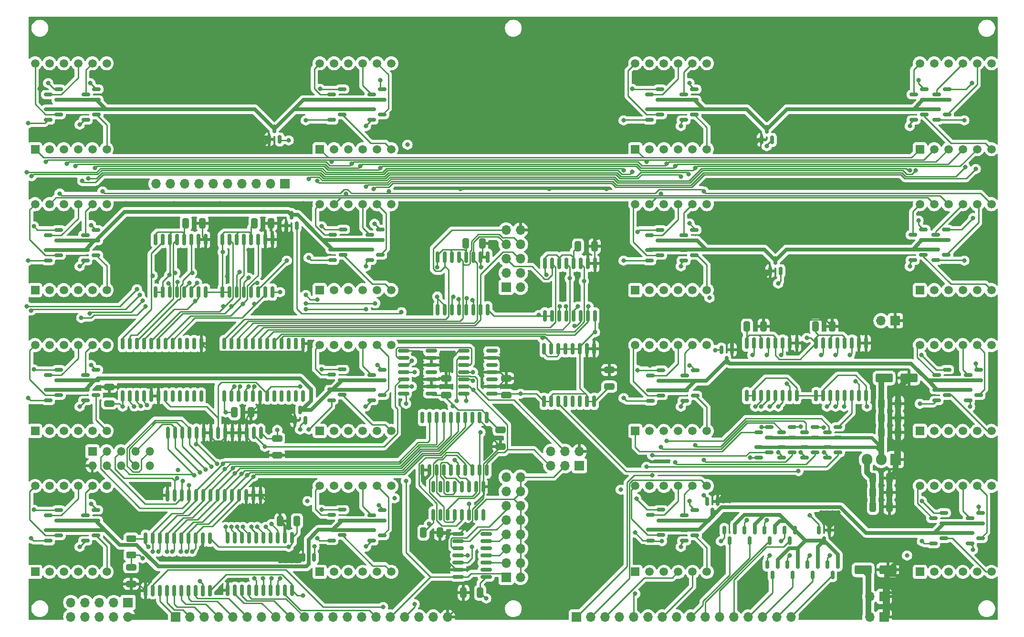
<source format=gbl>
G04 #@! TF.GenerationSoftware,KiCad,Pcbnew,8.0.1-8.0.1-1~ubuntu22.04.1*
G04 #@! TF.CreationDate,2024-05-02T00:15:03-04:00*
G04 #@! TF.ProjectId,Claculator_Display,436c6163-756c-4617-946f-725f44697370,rev?*
G04 #@! TF.SameCoordinates,Original*
G04 #@! TF.FileFunction,Copper,L4,Bot*
G04 #@! TF.FilePolarity,Positive*
%FSLAX46Y46*%
G04 Gerber Fmt 4.6, Leading zero omitted, Abs format (unit mm)*
G04 Created by KiCad (PCBNEW 8.0.1-8.0.1-1~ubuntu22.04.1) date 2024-05-02 00:15:03*
%MOMM*%
%LPD*%
G01*
G04 APERTURE LIST*
G04 Aperture macros list*
%AMRoundRect*
0 Rectangle with rounded corners*
0 $1 Rounding radius*
0 $2 $3 $4 $5 $6 $7 $8 $9 X,Y pos of 4 corners*
0 Add a 4 corners polygon primitive as box body*
4,1,4,$2,$3,$4,$5,$6,$7,$8,$9,$2,$3,0*
0 Add four circle primitives for the rounded corners*
1,1,$1+$1,$2,$3*
1,1,$1+$1,$4,$5*
1,1,$1+$1,$6,$7*
1,1,$1+$1,$8,$9*
0 Add four rect primitives between the rounded corners*
20,1,$1+$1,$2,$3,$4,$5,0*
20,1,$1+$1,$4,$5,$6,$7,0*
20,1,$1+$1,$6,$7,$8,$9,0*
20,1,$1+$1,$8,$9,$2,$3,0*%
G04 Aperture macros list end*
G04 #@! TA.AperFunction,ComponentPad*
%ADD10R,1.700000X1.700000*%
G04 #@! TD*
G04 #@! TA.AperFunction,ComponentPad*
%ADD11O,1.700000X1.700000*%
G04 #@! TD*
G04 #@! TA.AperFunction,ComponentPad*
%ADD12R,1.500000X1.500000*%
G04 #@! TD*
G04 #@! TA.AperFunction,ComponentPad*
%ADD13O,1.500000X1.500000*%
G04 #@! TD*
G04 #@! TA.AperFunction,ComponentPad*
%ADD14C,1.500000*%
G04 #@! TD*
G04 #@! TA.AperFunction,SMDPad,CuDef*
%ADD15RoundRect,0.250000X-0.650000X0.325000X-0.650000X-0.325000X0.650000X-0.325000X0.650000X0.325000X0*%
G04 #@! TD*
G04 #@! TA.AperFunction,SMDPad,CuDef*
%ADD16RoundRect,0.150000X-0.150000X0.875000X-0.150000X-0.875000X0.150000X-0.875000X0.150000X0.875000X0*%
G04 #@! TD*
G04 #@! TA.AperFunction,SMDPad,CuDef*
%ADD17RoundRect,0.150000X-0.587500X-0.150000X0.587500X-0.150000X0.587500X0.150000X-0.587500X0.150000X0*%
G04 #@! TD*
G04 #@! TA.AperFunction,SMDPad,CuDef*
%ADD18RoundRect,0.150000X0.587500X0.150000X-0.587500X0.150000X-0.587500X-0.150000X0.587500X-0.150000X0*%
G04 #@! TD*
G04 #@! TA.AperFunction,SMDPad,CuDef*
%ADD19RoundRect,0.150000X0.150000X-0.587500X0.150000X0.587500X-0.150000X0.587500X-0.150000X-0.587500X0*%
G04 #@! TD*
G04 #@! TA.AperFunction,SMDPad,CuDef*
%ADD20RoundRect,0.250000X0.325000X0.650000X-0.325000X0.650000X-0.325000X-0.650000X0.325000X-0.650000X0*%
G04 #@! TD*
G04 #@! TA.AperFunction,SMDPad,CuDef*
%ADD21RoundRect,0.250000X-0.325000X-0.650000X0.325000X-0.650000X0.325000X0.650000X-0.325000X0.650000X0*%
G04 #@! TD*
G04 #@! TA.AperFunction,ComponentPad*
%ADD22R,1.905000X2.000000*%
G04 #@! TD*
G04 #@! TA.AperFunction,ComponentPad*
%ADD23O,1.905000X2.000000*%
G04 #@! TD*
G04 #@! TA.AperFunction,SMDPad,CuDef*
%ADD24RoundRect,0.250000X0.650000X-0.325000X0.650000X0.325000X-0.650000X0.325000X-0.650000X-0.325000X0*%
G04 #@! TD*
G04 #@! TA.AperFunction,SMDPad,CuDef*
%ADD25RoundRect,0.250000X-0.625000X0.312500X-0.625000X-0.312500X0.625000X-0.312500X0.625000X0.312500X0*%
G04 #@! TD*
G04 #@! TA.AperFunction,SMDPad,CuDef*
%ADD26RoundRect,0.150000X-0.150000X0.587500X-0.150000X-0.587500X0.150000X-0.587500X0.150000X0.587500X0*%
G04 #@! TD*
G04 #@! TA.AperFunction,SMDPad,CuDef*
%ADD27RoundRect,0.150000X0.150000X-0.875000X0.150000X0.875000X-0.150000X0.875000X-0.150000X-0.875000X0*%
G04 #@! TD*
G04 #@! TA.AperFunction,SMDPad,CuDef*
%ADD28RoundRect,0.150000X-0.150000X0.825000X-0.150000X-0.825000X0.150000X-0.825000X0.150000X0.825000X0*%
G04 #@! TD*
G04 #@! TA.AperFunction,SMDPad,CuDef*
%ADD29O,0.600000X2.250000*%
G04 #@! TD*
G04 #@! TA.AperFunction,SMDPad,CuDef*
%ADD30RoundRect,0.150000X-0.825000X-0.150000X0.825000X-0.150000X0.825000X0.150000X-0.825000X0.150000X0*%
G04 #@! TD*
G04 #@! TA.AperFunction,SMDPad,CuDef*
%ADD31RoundRect,0.250000X-1.250000X-0.550000X1.250000X-0.550000X1.250000X0.550000X-1.250000X0.550000X0*%
G04 #@! TD*
G04 #@! TA.AperFunction,ViaPad*
%ADD32C,0.800000*%
G04 #@! TD*
G04 #@! TA.AperFunction,Conductor*
%ADD33C,0.250000*%
G04 #@! TD*
G04 #@! TA.AperFunction,Conductor*
%ADD34C,1.000000*%
G04 #@! TD*
G04 #@! TA.AperFunction,Conductor*
%ADD35C,0.670000*%
G04 #@! TD*
G04 #@! TA.AperFunction,Conductor*
%ADD36C,0.500000*%
G04 #@! TD*
G04 #@! TA.AperFunction,Conductor*
%ADD37C,0.600000*%
G04 #@! TD*
G04 APERTURE END LIST*
D10*
X273775000Y-96000000D03*
D11*
X271235000Y-96000000D03*
X269235000Y-144950000D03*
D10*
X271775000Y-144950000D03*
D11*
X212640330Y-119182911D03*
X212640330Y-121722911D03*
X215180330Y-119182911D03*
X215180330Y-121722911D03*
X217720330Y-119182911D03*
D10*
X217720330Y-121722911D03*
D12*
X131290000Y-119180000D03*
D13*
X131290000Y-121720000D03*
X133830000Y-119180000D03*
X133830000Y-121720000D03*
X136370000Y-119180000D03*
X136370000Y-121720000D03*
X138910000Y-119180000D03*
X138910000Y-121720000D03*
X141450000Y-119180000D03*
X141450000Y-121720000D03*
D10*
X137620000Y-146000000D03*
D11*
X137620000Y-148540000D03*
X135080000Y-146000000D03*
X135080000Y-148540000D03*
X132540000Y-146000000D03*
X132540000Y-148540000D03*
X130000000Y-146000000D03*
X130000000Y-148540000D03*
X127460000Y-146000000D03*
X127460000Y-148540000D03*
D10*
X165436501Y-71714337D03*
D11*
X162896501Y-71714337D03*
X160356501Y-71714337D03*
X157816501Y-71714337D03*
X155276501Y-71714337D03*
X152736501Y-71714337D03*
X150196501Y-71714337D03*
X147656501Y-71714337D03*
X145116501Y-71714337D03*
X142576501Y-71714337D03*
D10*
X204710000Y-90075000D03*
D11*
X207250000Y-90075000D03*
X204710000Y-87535000D03*
X207250000Y-87535000D03*
X204710000Y-84995000D03*
X207250000Y-84995000D03*
X204710000Y-82455000D03*
X207250000Y-82455000D03*
X204710000Y-79915000D03*
X207250000Y-79915000D03*
D12*
X227630000Y-90570000D03*
D14*
X230170000Y-90570000D03*
X232710000Y-90570000D03*
X235250000Y-90570000D03*
X237790000Y-90570000D03*
X240330000Y-90570000D03*
X240330000Y-75330000D03*
X237790000Y-75330000D03*
X235250000Y-75330000D03*
X232710000Y-75330000D03*
X230170000Y-75330000D03*
X227630000Y-75330000D03*
D12*
X171630000Y-115570000D03*
D14*
X174170000Y-115570000D03*
X176710000Y-115570000D03*
X179250000Y-115570000D03*
X181790000Y-115570000D03*
X184330000Y-115570000D03*
X184330000Y-100330000D03*
X181790000Y-100330000D03*
X179250000Y-100330000D03*
X176710000Y-100330000D03*
X174170000Y-100330000D03*
X171630000Y-100330000D03*
D12*
X227630000Y-115570000D03*
D14*
X230170000Y-115570000D03*
X232710000Y-115570000D03*
X235250000Y-115570000D03*
X237790000Y-115570000D03*
X240330000Y-115570000D03*
X240330000Y-100330000D03*
X237790000Y-100330000D03*
X235250000Y-100330000D03*
X232710000Y-100330000D03*
X230170000Y-100330000D03*
X227630000Y-100330000D03*
X121130000Y-50330000D03*
X123670000Y-50330000D03*
X126210000Y-50330000D03*
X128750000Y-50330000D03*
X131290000Y-50330000D03*
X133830000Y-50330000D03*
X133830000Y-65570000D03*
X131290000Y-65570000D03*
X128750000Y-65570000D03*
X126210000Y-65570000D03*
X123670000Y-65570000D03*
D12*
X121130000Y-65570000D03*
X121130000Y-115570000D03*
D14*
X123670000Y-115570000D03*
X126210000Y-115570000D03*
X128750000Y-115570000D03*
X131290000Y-115570000D03*
X133830000Y-115570000D03*
X133830000Y-100330000D03*
X131290000Y-100330000D03*
X128750000Y-100330000D03*
X126210000Y-100330000D03*
X123670000Y-100330000D03*
X121130000Y-100330000D03*
D12*
X227630000Y-65570000D03*
D14*
X230170000Y-65570000D03*
X232710000Y-65570000D03*
X235250000Y-65570000D03*
X237790000Y-65570000D03*
X240330000Y-65570000D03*
X240330000Y-50330000D03*
X237790000Y-50330000D03*
X235250000Y-50330000D03*
X232710000Y-50330000D03*
X230170000Y-50330000D03*
X227630000Y-50330000D03*
D11*
X194310000Y-148590000D03*
X191770000Y-148590000D03*
X189230000Y-148590000D03*
X186690000Y-148590000D03*
X184150000Y-148590000D03*
X181610000Y-148590000D03*
X179070000Y-148590000D03*
X176530000Y-148590000D03*
X173990000Y-148590000D03*
X171450000Y-148590000D03*
X168910000Y-148590000D03*
X166370000Y-148590000D03*
X163830000Y-148590000D03*
X161290000Y-148590000D03*
X158750000Y-148590000D03*
X156210000Y-148590000D03*
X153670000Y-148590000D03*
X151130000Y-148590000D03*
X148590000Y-148590000D03*
D10*
X146050000Y-148590000D03*
D12*
X278130000Y-65570000D03*
D14*
X280670000Y-65570000D03*
X283210000Y-65570000D03*
X285750000Y-65570000D03*
X288290000Y-65570000D03*
X290830000Y-65570000D03*
X290830000Y-50330000D03*
X288290000Y-50330000D03*
X285750000Y-50330000D03*
X283210000Y-50330000D03*
X280670000Y-50330000D03*
X278130000Y-50330000D03*
D12*
X171630000Y-90570000D03*
D14*
X174170000Y-90570000D03*
X176710000Y-90570000D03*
X179250000Y-90570000D03*
X181790000Y-90570000D03*
X184330000Y-90570000D03*
X184330000Y-75330000D03*
X181790000Y-75330000D03*
X179250000Y-75330000D03*
X176710000Y-75330000D03*
X174170000Y-75330000D03*
X171630000Y-75330000D03*
D12*
X121130000Y-140570000D03*
D14*
X123670000Y-140570000D03*
X126210000Y-140570000D03*
X128750000Y-140570000D03*
X131290000Y-140570000D03*
X133830000Y-140570000D03*
X133830000Y-125330000D03*
X131290000Y-125330000D03*
X128750000Y-125330000D03*
X126210000Y-125330000D03*
X123670000Y-125330000D03*
X121130000Y-125330000D03*
D12*
X171630000Y-65570000D03*
D14*
X174170000Y-65570000D03*
X176710000Y-65570000D03*
X179250000Y-65570000D03*
X181790000Y-65570000D03*
X184330000Y-65570000D03*
X184330000Y-50330000D03*
X181790000Y-50330000D03*
X179250000Y-50330000D03*
X176710000Y-50330000D03*
X174170000Y-50330000D03*
X171630000Y-50330000D03*
D12*
X121130000Y-90570000D03*
D14*
X123670000Y-90570000D03*
X126210000Y-90570000D03*
X128750000Y-90570000D03*
X131290000Y-90570000D03*
X133830000Y-90570000D03*
X133830000Y-75330000D03*
X131290000Y-75330000D03*
X128750000Y-75330000D03*
X126210000Y-75330000D03*
X123670000Y-75330000D03*
X121130000Y-75330000D03*
D11*
X255270000Y-148590000D03*
X252730000Y-148590000D03*
X250190000Y-148590000D03*
X247650000Y-148590000D03*
X245110000Y-148590000D03*
X242570000Y-148590000D03*
X240030000Y-148590000D03*
X237490000Y-148590000D03*
X234950000Y-148590000D03*
X232410000Y-148590000D03*
X229870000Y-148590000D03*
X227330000Y-148590000D03*
X224790000Y-148590000D03*
X222250000Y-148590000D03*
X219710000Y-148590000D03*
D10*
X217170000Y-148590000D03*
D12*
X278130000Y-115570000D03*
D14*
X280670000Y-115570000D03*
X283210000Y-115570000D03*
X285750000Y-115570000D03*
X288290000Y-115570000D03*
X290830000Y-115570000D03*
X290830000Y-100330000D03*
X288290000Y-100330000D03*
X285750000Y-100330000D03*
X283210000Y-100330000D03*
X280670000Y-100330000D03*
X278130000Y-100330000D03*
D12*
X278130000Y-90570000D03*
D14*
X280670000Y-90570000D03*
X283210000Y-90570000D03*
X285750000Y-90570000D03*
X288290000Y-90570000D03*
X290830000Y-90570000D03*
X290830000Y-75330000D03*
X288290000Y-75330000D03*
X285750000Y-75330000D03*
X283210000Y-75330000D03*
X280670000Y-75330000D03*
X278130000Y-75330000D03*
D12*
X171630000Y-140570000D03*
D14*
X174170000Y-140570000D03*
X176710000Y-140570000D03*
X179250000Y-140570000D03*
X181790000Y-140570000D03*
X184330000Y-140570000D03*
X184330000Y-125330000D03*
X181790000Y-125330000D03*
X179250000Y-125330000D03*
X176710000Y-125330000D03*
X174170000Y-125330000D03*
X171630000Y-125330000D03*
D12*
X227630000Y-140570000D03*
D14*
X230170000Y-140570000D03*
X232710000Y-140570000D03*
X235250000Y-140570000D03*
X237790000Y-140570000D03*
X240330000Y-140570000D03*
X240330000Y-125330000D03*
X237790000Y-125330000D03*
X235250000Y-125330000D03*
X232710000Y-125330000D03*
X230170000Y-125330000D03*
X227630000Y-125330000D03*
D12*
X278130000Y-140570000D03*
D14*
X280670000Y-140570000D03*
X283210000Y-140570000D03*
X285750000Y-140570000D03*
X288290000Y-140570000D03*
X290830000Y-140570000D03*
X290830000Y-125330000D03*
X288290000Y-125330000D03*
X285750000Y-125330000D03*
X283210000Y-125330000D03*
X280670000Y-125330000D03*
X278130000Y-125330000D03*
D15*
X203708000Y-115365000D03*
X203708000Y-118315000D03*
D16*
X142494000Y-81632000D03*
X143764000Y-81632000D03*
X145034000Y-81632000D03*
X146304000Y-81632000D03*
X147574000Y-81632000D03*
X148844000Y-81632000D03*
X150114000Y-81632000D03*
X151384000Y-81632000D03*
X151384000Y-90932000D03*
X150114000Y-90932000D03*
X148844000Y-90932000D03*
X147574000Y-90932000D03*
X146304000Y-90932000D03*
X145034000Y-90932000D03*
X143764000Y-90932000D03*
X142494000Y-90932000D03*
D17*
X238095000Y-59436000D03*
X236220000Y-60386000D03*
X236220000Y-58486000D03*
X238095000Y-84394000D03*
X236220000Y-85344000D03*
X236220000Y-83444000D03*
X175611000Y-134046000D03*
X173736000Y-134996000D03*
X173736000Y-133096000D03*
D18*
X276860000Y-80772000D03*
X278735000Y-79822000D03*
X278735000Y-81722000D03*
D19*
X168148000Y-111838500D03*
X169098000Y-113713500D03*
X167198000Y-113713500D03*
D17*
X232156000Y-134046000D03*
X230281000Y-134996000D03*
X230281000Y-133096000D03*
X125319000Y-59436000D03*
X123444000Y-60386000D03*
X123444000Y-58486000D03*
D20*
X200103000Y-144272000D03*
X197153000Y-144272000D03*
D17*
X175768000Y-84328000D03*
X173893000Y-85278000D03*
X173893000Y-83378000D03*
D18*
X253570500Y-115824000D03*
X255445500Y-114874000D03*
X255445500Y-116774000D03*
D16*
X136652000Y-100076000D03*
X137922000Y-100076000D03*
X139192000Y-100076000D03*
X140462000Y-100076000D03*
X141732000Y-100076000D03*
X143002000Y-100076000D03*
X144272000Y-100076000D03*
X145542000Y-100076000D03*
X146812000Y-100076000D03*
X148082000Y-100076000D03*
X149352000Y-100076000D03*
X150622000Y-100076000D03*
X150622000Y-109376000D03*
X149352000Y-109376000D03*
X148082000Y-109376000D03*
X146812000Y-109376000D03*
X145542000Y-109376000D03*
X144272000Y-109376000D03*
X143002000Y-109376000D03*
X141732000Y-109376000D03*
X140462000Y-109376000D03*
X139192000Y-109376000D03*
X137922000Y-109376000D03*
X136652000Y-109376000D03*
D18*
X261698500Y-115824000D03*
X263573500Y-114874000D03*
X263573500Y-116774000D03*
D21*
X217473000Y-82804000D03*
X220423000Y-82804000D03*
D22*
X273812000Y-120650000D03*
D23*
X271272000Y-120650000D03*
X268732000Y-120650000D03*
D17*
X288895000Y-134620000D03*
X287020000Y-135570000D03*
X287020000Y-133670000D03*
X278892000Y-59436000D03*
X277017000Y-60386000D03*
X277017000Y-58486000D03*
D24*
X134281466Y-110695000D03*
X134281466Y-107745000D03*
D17*
X125319000Y-84394000D03*
X123444000Y-85344000D03*
X123444000Y-83444000D03*
D18*
X281081000Y-55880000D03*
X282956000Y-54930000D03*
X282956000Y-56830000D03*
X280924000Y-80772000D03*
X282799000Y-79822000D03*
X282799000Y-81722000D03*
D17*
X238173500Y-134112000D03*
X236298500Y-135062000D03*
X236298500Y-133162000D03*
D18*
X280494500Y-131064000D03*
X282369500Y-130114000D03*
X282369500Y-132014000D03*
D17*
X251381500Y-119380000D03*
X249506500Y-120330000D03*
X249506500Y-118430000D03*
D18*
X180848000Y-105664000D03*
X182723000Y-104714000D03*
X182723000Y-106614000D03*
D25*
X138176000Y-134681500D03*
X138176000Y-137606500D03*
D18*
X180497000Y-80772000D03*
X182372000Y-79822000D03*
X182372000Y-81722000D03*
D26*
X259080000Y-141145500D03*
X258130000Y-139270500D03*
X260030000Y-139270500D03*
D17*
X282369500Y-134620000D03*
X280494500Y-135570000D03*
X280494500Y-133670000D03*
X231999000Y-84394000D03*
X230124000Y-85344000D03*
X230124000Y-83444000D03*
D26*
X251968000Y-141145500D03*
X251018000Y-139270500D03*
X252918000Y-139270500D03*
D17*
X278735000Y-84328000D03*
X276860000Y-85278000D03*
X276860000Y-83378000D03*
D18*
X130048000Y-80838000D03*
X131923000Y-79888000D03*
X131923000Y-81788000D03*
D19*
X166624000Y-77294500D03*
X167574000Y-79169500D03*
X165674000Y-79169500D03*
D18*
X123444000Y-105664000D03*
X125319000Y-104714000D03*
X125319000Y-106614000D03*
D16*
X259715000Y-99998000D03*
X260985000Y-99998000D03*
X262255000Y-99998000D03*
X263525000Y-99998000D03*
X264795000Y-99998000D03*
X266065000Y-99998000D03*
X267335000Y-99998000D03*
X268605000Y-99998000D03*
X268605000Y-109298000D03*
X267335000Y-109298000D03*
X266065000Y-109298000D03*
X264795000Y-109298000D03*
X263525000Y-109298000D03*
X262255000Y-109298000D03*
X260985000Y-109298000D03*
X259715000Y-109298000D03*
D26*
X244348000Y-135049500D03*
X243398000Y-133174500D03*
X245298000Y-133174500D03*
X247904000Y-135049500D03*
X246954000Y-133174500D03*
X248854000Y-133174500D03*
D21*
X269797000Y-126492000D03*
X272747000Y-126492000D03*
D26*
X241300000Y-129969500D03*
X240350000Y-128094500D03*
X242250000Y-128094500D03*
D21*
X269797000Y-129032000D03*
X272747000Y-129032000D03*
D18*
X236220000Y-80838000D03*
X238095000Y-79888000D03*
X238095000Y-81788000D03*
X286669000Y-105664000D03*
X288544000Y-104714000D03*
X288544000Y-106614000D03*
D21*
X160069000Y-78740000D03*
X163019000Y-78740000D03*
D16*
X192555000Y-94058000D03*
X193825000Y-94058000D03*
X195095000Y-94058000D03*
X196365000Y-94058000D03*
X197635000Y-94058000D03*
X198905000Y-94058000D03*
X200175000Y-94058000D03*
X201445000Y-94058000D03*
X201445000Y-84758000D03*
X200175000Y-84758000D03*
X198905000Y-84758000D03*
X197635000Y-84758000D03*
X196365000Y-84758000D03*
X195095000Y-84758000D03*
X193825000Y-84758000D03*
X192555000Y-84758000D03*
D27*
X152146000Y-143920000D03*
X150876000Y-143920000D03*
X149606000Y-143920000D03*
X148336000Y-143920000D03*
X147066000Y-143920000D03*
X145796000Y-143920000D03*
X144526000Y-143920000D03*
X143256000Y-143920000D03*
X141986000Y-143920000D03*
X140716000Y-143920000D03*
X140716000Y-134620000D03*
X141986000Y-134620000D03*
X143256000Y-134620000D03*
X144526000Y-134620000D03*
X145796000Y-134620000D03*
X147066000Y-134620000D03*
X148336000Y-134620000D03*
X149606000Y-134620000D03*
X150876000Y-134620000D03*
X152146000Y-134620000D03*
D18*
X173736000Y-130490000D03*
X175611000Y-129540000D03*
X175611000Y-131440000D03*
D26*
X262636000Y-141145500D03*
X261686000Y-139270500D03*
X263586000Y-139270500D03*
D18*
X123444000Y-130556000D03*
X125319000Y-129606000D03*
X125319000Y-131506000D03*
D17*
X125319000Y-134112000D03*
X123444000Y-135062000D03*
X123444000Y-133162000D03*
D18*
X173736000Y-105598000D03*
X175611000Y-104648000D03*
X175611000Y-106548000D03*
D26*
X261112000Y-135049500D03*
X260162000Y-133174500D03*
X262062000Y-133174500D03*
X255524000Y-141145500D03*
X254574000Y-139270500D03*
X256474000Y-139270500D03*
D10*
X204714274Y-141537415D03*
D11*
X207254274Y-141537415D03*
X204714274Y-138997415D03*
X207254274Y-138997415D03*
X204714274Y-136457415D03*
X207254274Y-136457415D03*
X204714274Y-133917415D03*
X207254274Y-133917415D03*
X204714274Y-131377415D03*
X207254274Y-131377415D03*
X204714274Y-128837415D03*
X207254274Y-128837415D03*
X204714274Y-126297415D03*
X207254274Y-126297415D03*
X204714274Y-123757415D03*
X207254274Y-123757415D03*
D24*
X223012000Y-107696000D03*
X223012000Y-104746000D03*
D26*
X255016000Y-135049500D03*
X254066000Y-133174500D03*
X255966000Y-133174500D03*
D18*
X236220000Y-55880000D03*
X238095000Y-54930000D03*
X238095000Y-56830000D03*
X230281000Y-130490000D03*
X232156000Y-129540000D03*
X232156000Y-131440000D03*
D17*
X231999000Y-59436000D03*
X230124000Y-60386000D03*
X230124000Y-58486000D03*
D15*
X138176000Y-139749000D03*
X138176000Y-142699000D03*
D18*
X236377000Y-105730000D03*
X238252000Y-104780000D03*
X238252000Y-106680000D03*
X236298500Y-130556000D03*
X238173500Y-129606000D03*
X238173500Y-131506000D03*
D17*
X282956000Y-109220000D03*
X281081000Y-110170000D03*
X281081000Y-108270000D03*
D19*
X252476000Y-85344000D03*
X253426000Y-87219000D03*
X251526000Y-87219000D03*
D21*
X271321000Y-115824000D03*
X274271000Y-115824000D03*
D18*
X277017000Y-55880000D03*
X278892000Y-54930000D03*
X278892000Y-56830000D03*
D28*
X191770000Y-130426000D03*
X193040000Y-130426000D03*
X194310000Y-130426000D03*
X195580000Y-130426000D03*
X196850000Y-130426000D03*
X198120000Y-130426000D03*
X199390000Y-130426000D03*
X200660000Y-130426000D03*
X200660000Y-125476000D03*
X199390000Y-125476000D03*
X198120000Y-125476000D03*
X196850000Y-125476000D03*
X195580000Y-125476000D03*
X194310000Y-125476000D03*
X193040000Y-125476000D03*
X191770000Y-125476000D03*
D18*
X130126500Y-55880000D03*
X132001500Y-54930000D03*
X132001500Y-56830000D03*
D17*
X232156000Y-109286000D03*
X230281000Y-110236000D03*
X230281000Y-108336000D03*
X282956000Y-59436000D03*
X281081000Y-60386000D03*
X281081000Y-58486000D03*
X182723000Y-59436000D03*
X180848000Y-60386000D03*
X180848000Y-58486000D03*
D18*
X130048000Y-130556000D03*
X131923000Y-129606000D03*
X131923000Y-131506000D03*
D21*
X269797000Y-123952000D03*
X272747000Y-123952000D03*
D18*
X230281000Y-105730000D03*
X232156000Y-104780000D03*
X232156000Y-106680000D03*
D26*
X251460000Y-135049500D03*
X250510000Y-133174500D03*
X252410000Y-133174500D03*
D17*
X131923000Y-134112000D03*
X130048000Y-135062000D03*
X130048000Y-133162000D03*
D29*
X161133000Y-126962000D03*
X159863000Y-126962000D03*
X158593000Y-126962000D03*
X157323000Y-126962000D03*
X156053000Y-126962000D03*
X154783000Y-126962000D03*
X153513000Y-126962000D03*
X152243000Y-126962000D03*
X150973000Y-126962000D03*
X149703000Y-126962000D03*
X148433000Y-126962000D03*
X147163000Y-126962000D03*
X145893000Y-126962000D03*
X144623000Y-126962000D03*
X144683000Y-115862000D03*
X145953000Y-115862000D03*
X147223000Y-115862000D03*
X148493000Y-115862000D03*
X149763000Y-115862000D03*
X151033000Y-115862000D03*
X152303000Y-115862000D03*
X153573000Y-115862000D03*
X154843000Y-115862000D03*
X156113000Y-115862000D03*
X157383000Y-115862000D03*
X158653000Y-115862000D03*
X159923000Y-115862000D03*
X161193000Y-115862000D03*
D18*
X287020000Y-131064000D03*
X288895000Y-130114000D03*
X288895000Y-132014000D03*
X173893000Y-80772000D03*
X175768000Y-79822000D03*
X175768000Y-81722000D03*
D16*
X211582000Y-85852000D03*
X212852000Y-85852000D03*
X214122000Y-85852000D03*
X215392000Y-85852000D03*
X216662000Y-85852000D03*
X217932000Y-85852000D03*
X219202000Y-85852000D03*
X220472000Y-85852000D03*
X220472000Y-95152000D03*
X219202000Y-95152000D03*
X217932000Y-95152000D03*
X216662000Y-95152000D03*
X215392000Y-95152000D03*
X214122000Y-95152000D03*
X212852000Y-95152000D03*
X211582000Y-95152000D03*
D18*
X123444000Y-80838000D03*
X125319000Y-79888000D03*
X125319000Y-81788000D03*
D30*
X196218000Y-141478000D03*
X196218000Y-140208000D03*
X196218000Y-138938000D03*
X196218000Y-137668000D03*
X196218000Y-136398000D03*
X196218000Y-135128000D03*
X196218000Y-133858000D03*
X201168000Y-133858000D03*
X201168000Y-135128000D03*
X201168000Y-136398000D03*
X201168000Y-137668000D03*
X201168000Y-138938000D03*
X201168000Y-140208000D03*
X201168000Y-141478000D03*
D17*
X259509500Y-119380000D03*
X257634500Y-120330000D03*
X257634500Y-118430000D03*
D21*
X147877000Y-78740000D03*
X150827000Y-78740000D03*
D20*
X167591000Y-131572000D03*
X164641000Y-131572000D03*
D17*
X255445500Y-119380000D03*
X253570500Y-120330000D03*
X253570500Y-118430000D03*
D27*
X166751000Y-143842000D03*
X165481000Y-143842000D03*
X164211000Y-143842000D03*
X162941000Y-143842000D03*
X161671000Y-143842000D03*
X160401000Y-143842000D03*
X159131000Y-143842000D03*
X157861000Y-143842000D03*
X156591000Y-143842000D03*
X155321000Y-143842000D03*
X155321000Y-134542000D03*
X156591000Y-134542000D03*
X157861000Y-134542000D03*
X159131000Y-134542000D03*
X160401000Y-134542000D03*
X161671000Y-134542000D03*
X162941000Y-134542000D03*
X164211000Y-134542000D03*
X165481000Y-134542000D03*
X166751000Y-134542000D03*
D19*
X250952000Y-62054500D03*
X251902000Y-63929500D03*
X250002000Y-63929500D03*
D21*
X156513000Y-112268000D03*
X159463000Y-112268000D03*
X197525000Y-82296000D03*
X200475000Y-82296000D03*
D24*
X204724000Y-109171000D03*
X204724000Y-106221000D03*
D17*
X288544000Y-109220000D03*
X286669000Y-110170000D03*
X286669000Y-108270000D03*
D21*
X247445000Y-97028000D03*
X250395000Y-97028000D03*
D17*
X175611000Y-59436000D03*
X173736000Y-60386000D03*
X173736000Y-58486000D03*
D15*
X164084000Y-116889000D03*
X164084000Y-119839000D03*
D18*
X257634500Y-115824000D03*
X259509500Y-114874000D03*
X259509500Y-116774000D03*
D21*
X190041000Y-133604000D03*
X192991000Y-133604000D03*
D16*
X247396000Y-99998000D03*
X248666000Y-99998000D03*
X249936000Y-99998000D03*
X251206000Y-99998000D03*
X252476000Y-99998000D03*
X253746000Y-99998000D03*
X255016000Y-99998000D03*
X256286000Y-99998000D03*
X256286000Y-109298000D03*
X255016000Y-109298000D03*
X253746000Y-109298000D03*
X252476000Y-109298000D03*
X251206000Y-109298000D03*
X249936000Y-109298000D03*
X248666000Y-109298000D03*
X247396000Y-109298000D03*
D17*
X238252000Y-109286000D03*
X236377000Y-110236000D03*
X236377000Y-108336000D03*
D21*
X259637000Y-97028000D03*
X262587000Y-97028000D03*
D19*
X169672000Y-136144000D03*
X170622000Y-138019000D03*
X168722000Y-138019000D03*
D26*
X243840000Y-103045500D03*
X242890000Y-101170500D03*
X244790000Y-101170500D03*
D21*
X271321000Y-110744000D03*
X274271000Y-110744000D03*
D18*
X230124000Y-55880000D03*
X231999000Y-54930000D03*
X231999000Y-56830000D03*
D17*
X263573500Y-119380000D03*
X261698500Y-120330000D03*
X261698500Y-118430000D03*
X131923000Y-109220000D03*
X130048000Y-110170000D03*
X130048000Y-108270000D03*
D16*
X154686000Y-100076000D03*
X155956000Y-100076000D03*
X157226000Y-100076000D03*
X158496000Y-100076000D03*
X159766000Y-100076000D03*
X161036000Y-100076000D03*
X162306000Y-100076000D03*
X163576000Y-100076000D03*
X164846000Y-100076000D03*
X166116000Y-100076000D03*
X167386000Y-100076000D03*
X168656000Y-100076000D03*
X168656000Y-109376000D03*
X167386000Y-109376000D03*
X166116000Y-109376000D03*
X164846000Y-109376000D03*
X163576000Y-109376000D03*
X162306000Y-109376000D03*
X161036000Y-109376000D03*
X159766000Y-109376000D03*
X158496000Y-109376000D03*
X157226000Y-109376000D03*
X155956000Y-109376000D03*
X154686000Y-109376000D03*
D30*
X202184000Y-108966000D03*
X202184000Y-107696000D03*
X202184000Y-106426000D03*
X202184000Y-105156000D03*
X202184000Y-103886000D03*
X202184000Y-102616000D03*
X202184000Y-101346000D03*
X197234000Y-101346000D03*
X197234000Y-102616000D03*
X197234000Y-103886000D03*
X197234000Y-105156000D03*
X197234000Y-106426000D03*
X197234000Y-107696000D03*
X197234000Y-108966000D03*
D21*
X271321000Y-113284000D03*
X274271000Y-113284000D03*
D27*
X201295000Y-122506000D03*
X200025000Y-122506000D03*
X198755000Y-122506000D03*
X197485000Y-122506000D03*
X196215000Y-122506000D03*
X194945000Y-122506000D03*
X193675000Y-122506000D03*
X192405000Y-122506000D03*
X191135000Y-122506000D03*
X189865000Y-122506000D03*
X189865000Y-113206000D03*
X191135000Y-113206000D03*
X192405000Y-113206000D03*
X193675000Y-113206000D03*
X194945000Y-113206000D03*
X196215000Y-113206000D03*
X197485000Y-113206000D03*
X198755000Y-113206000D03*
X200025000Y-113206000D03*
X201295000Y-113206000D03*
D16*
X154344000Y-81632000D03*
X155614000Y-81632000D03*
X156884000Y-81632000D03*
X158154000Y-81632000D03*
X159424000Y-81632000D03*
X160694000Y-81632000D03*
X161964000Y-81632000D03*
X163234000Y-81632000D03*
X163234000Y-90932000D03*
X161964000Y-90932000D03*
X160694000Y-90932000D03*
X159424000Y-90932000D03*
X158154000Y-90932000D03*
X156884000Y-90932000D03*
X155614000Y-90932000D03*
X154344000Y-90932000D03*
D18*
X130048000Y-105664000D03*
X131923000Y-104714000D03*
X131923000Y-106614000D03*
D10*
X271775000Y-148590000D03*
D11*
X269235000Y-148590000D03*
D18*
X123444000Y-55880000D03*
X125319000Y-54930000D03*
X125319000Y-56830000D03*
X230124000Y-80838000D03*
X231999000Y-79888000D03*
X231999000Y-81788000D03*
X180848000Y-55880000D03*
X182723000Y-54930000D03*
X182723000Y-56830000D03*
D17*
X182723000Y-109220000D03*
X180848000Y-110170000D03*
X180848000Y-108270000D03*
X175611000Y-109154000D03*
X173736000Y-110104000D03*
X173736000Y-108204000D03*
X182723000Y-134112000D03*
X180848000Y-135062000D03*
X180848000Y-133162000D03*
D31*
X271780000Y-106172000D03*
X276180000Y-106172000D03*
X268056000Y-140208000D03*
X272456000Y-140208000D03*
D18*
X180848000Y-130556000D03*
X182723000Y-129606000D03*
X182723000Y-131506000D03*
D30*
X186501000Y-108966000D03*
X186501000Y-107696000D03*
X186501000Y-106426000D03*
X186501000Y-105156000D03*
X186501000Y-103886000D03*
X186501000Y-102616000D03*
X186501000Y-101346000D03*
X191451000Y-101346000D03*
X191451000Y-102616000D03*
X191451000Y-103886000D03*
X191451000Y-105156000D03*
X191451000Y-106426000D03*
X191451000Y-107696000D03*
X191451000Y-108966000D03*
D19*
X163576000Y-61976000D03*
X164526000Y-63851000D03*
X162626000Y-63851000D03*
D18*
X281081000Y-105664000D03*
X282956000Y-104714000D03*
X282956000Y-106614000D03*
X249506500Y-115824000D03*
X251381500Y-114874000D03*
X251381500Y-116774000D03*
D16*
X211455000Y-101014000D03*
X212725000Y-101014000D03*
X213995000Y-101014000D03*
X215265000Y-101014000D03*
X216535000Y-101014000D03*
X217805000Y-101014000D03*
X219075000Y-101014000D03*
X220345000Y-101014000D03*
X220345000Y-110314000D03*
X219075000Y-110314000D03*
X217805000Y-110314000D03*
X216535000Y-110314000D03*
X215265000Y-110314000D03*
X213995000Y-110314000D03*
X212725000Y-110314000D03*
X211455000Y-110314000D03*
D24*
X194056000Y-109171000D03*
X194056000Y-106221000D03*
D17*
X131923000Y-84394000D03*
X130048000Y-85344000D03*
X130048000Y-83444000D03*
X282799000Y-84328000D03*
X280924000Y-85278000D03*
X280924000Y-83378000D03*
X125319000Y-109220000D03*
X123444000Y-110170000D03*
X123444000Y-108270000D03*
X182372000Y-84328000D03*
X180497000Y-85278000D03*
X180497000Y-83378000D03*
X132001500Y-59436000D03*
X130126500Y-60386000D03*
X130126500Y-58486000D03*
D18*
X173736000Y-55880000D03*
X175611000Y-54930000D03*
X175611000Y-56830000D03*
D32*
X159250000Y-50000000D03*
X135000000Y-52750000D03*
X161892063Y-118350652D03*
X146500000Y-122500000D03*
X149000000Y-137000000D03*
X148000000Y-137000000D03*
X147000000Y-137000000D03*
X145500000Y-137000000D03*
X144500000Y-137000000D03*
X143000000Y-137000000D03*
X142000000Y-137000000D03*
X142000000Y-88000000D03*
X146000000Y-87500000D03*
X149000000Y-87500000D03*
X149500000Y-92500000D03*
X154500000Y-93500000D03*
X156000000Y-93500000D03*
X158000000Y-93000000D03*
X160000000Y-93000000D03*
X140208000Y-71628000D03*
X149680563Y-117943953D03*
X211140321Y-99074000D03*
X219302000Y-93472000D03*
X218500000Y-89000000D03*
X216000000Y-88500000D03*
X210500000Y-95000000D03*
X192500000Y-91731000D03*
X191516000Y-46736000D03*
X166116000Y-112776000D03*
X273304000Y-77216000D03*
X246380000Y-78232000D03*
X181864000Y-112776000D03*
X126492000Y-87884000D03*
X165100000Y-112776000D03*
X285496000Y-77724000D03*
X196596000Y-72644000D03*
X246888000Y-87376000D03*
X260604000Y-130048000D03*
X164084000Y-113792000D03*
X148844000Y-103632000D03*
X244856000Y-71628000D03*
X291084000Y-129032000D03*
X166116000Y-81788000D03*
X262636000Y-131064000D03*
X157988000Y-64516000D03*
X163576000Y-93980000D03*
X176784000Y-88392000D03*
X220475374Y-104685673D03*
X164592000Y-137668000D03*
X165100000Y-80772000D03*
X145500000Y-64750000D03*
X245872000Y-96520000D03*
X150807123Y-83415176D03*
X269000000Y-46000000D03*
X291084000Y-144272000D03*
X163068000Y-83312000D03*
X242824000Y-86868000D03*
X245872000Y-99568000D03*
X265176000Y-97028000D03*
X247904000Y-87376000D03*
X283500000Y-45500000D03*
X247396000Y-51816000D03*
X274320000Y-71628000D03*
X137668000Y-80772000D03*
X255524000Y-72136000D03*
X210312000Y-146812000D03*
X291084000Y-78740000D03*
X243332000Y-124968000D03*
X248412000Y-64008000D03*
X165608000Y-125984000D03*
X125984000Y-52832000D03*
X249936000Y-88392000D03*
X244348000Y-128016000D03*
X248412000Y-141224000D03*
X243332000Y-128016000D03*
X176784000Y-102616000D03*
X255524000Y-101600000D03*
X212852000Y-140716000D03*
X155188186Y-88152176D03*
X249936000Y-87376000D03*
X230181432Y-103948437D03*
X174244000Y-77724000D03*
X264160000Y-126492000D03*
X231648000Y-45720000D03*
X153924000Y-75184000D03*
X126500000Y-143500000D03*
X248920000Y-87376000D03*
X229616000Y-145796000D03*
X128524000Y-79756000D03*
X244856000Y-99568000D03*
X244348000Y-124968000D03*
X211836000Y-114300000D03*
X165100000Y-113792000D03*
X257750000Y-76250000D03*
X245872000Y-97536000D03*
X236728000Y-138176000D03*
X267716000Y-64008000D03*
X264160000Y-144272000D03*
X267208000Y-54356000D03*
X166500000Y-46500000D03*
X165100000Y-83820000D03*
X212344000Y-91948000D03*
X174244000Y-112776000D03*
X163335500Y-129164500D03*
X224536000Y-89916000D03*
X137500000Y-114000000D03*
X185420000Y-88392000D03*
X262636000Y-130048000D03*
X167640000Y-137668000D03*
X265684000Y-71628000D03*
X127508000Y-62484000D03*
X167640000Y-138684000D03*
X221488000Y-128016000D03*
X156464000Y-103632000D03*
X194564000Y-103124000D03*
X275844000Y-140208000D03*
X261620000Y-130048000D03*
X161036000Y-64516000D03*
X245364000Y-65024000D03*
X271780000Y-88392000D03*
X141500000Y-142240000D03*
X194056000Y-145288000D03*
X166116000Y-82804000D03*
X194289720Y-134415305D03*
X287020000Y-147828000D03*
X210820000Y-129032000D03*
X220980000Y-114300000D03*
X189992000Y-124460000D03*
X137160000Y-129540000D03*
X291084000Y-61976000D03*
X159000000Y-83500000D03*
X151892000Y-101092000D03*
X145796000Y-75184000D03*
X175768000Y-137668000D03*
X273812000Y-144272000D03*
X150250000Y-47750000D03*
X184912000Y-138176000D03*
X291084000Y-137160000D03*
X274828000Y-142240000D03*
X248920000Y-88392000D03*
X244856000Y-96520000D03*
X275844000Y-143256000D03*
X257250000Y-45750000D03*
X125984000Y-112268000D03*
X288544000Y-83820000D03*
X263652000Y-131064000D03*
X230632000Y-137668000D03*
X255016000Y-125476000D03*
X162052000Y-119888000D03*
X165100000Y-81788000D03*
X275844000Y-141224000D03*
X210820000Y-46228000D03*
X280755530Y-77938415D03*
X223520000Y-138684000D03*
X181864000Y-77216000D03*
X200152000Y-147320000D03*
X130048000Y-138176000D03*
X245364000Y-64008000D03*
X275844000Y-139192000D03*
X152400000Y-97028000D03*
X135128000Y-97028000D03*
X274828000Y-140208000D03*
X273812000Y-142240000D03*
X217932000Y-57912000D03*
X243332000Y-125984000D03*
X207772000Y-117856000D03*
X235204000Y-143764000D03*
X155604120Y-142028308D03*
X123952000Y-102616000D03*
X200152000Y-102616000D03*
X165100000Y-53340000D03*
X288544000Y-57404000D03*
X157988000Y-63500000D03*
X164084000Y-112776000D03*
X137160000Y-75184000D03*
X280416000Y-144780000D03*
X124460000Y-127508000D03*
X136652000Y-88392000D03*
X221996000Y-78740000D03*
X168656000Y-75184000D03*
X247904000Y-88392000D03*
X230494161Y-128013407D03*
X200255000Y-86500000D03*
X159004000Y-63500000D03*
X166116000Y-83820000D03*
X274828000Y-143256000D03*
X244856000Y-98552000D03*
X291084000Y-96012000D03*
X160020000Y-64516000D03*
X166624000Y-138684000D03*
X199000000Y-46750000D03*
X243332000Y-127000000D03*
X274828000Y-139192000D03*
X212344000Y-72644000D03*
X261620000Y-131064000D03*
X186436000Y-144272000D03*
X274828000Y-144272000D03*
X163068000Y-113792000D03*
X125984000Y-137668000D03*
X184912000Y-79756000D03*
X261112000Y-62484000D03*
X214884000Y-87884000D03*
X165608000Y-137668000D03*
X245872000Y-98552000D03*
X164592000Y-138684000D03*
X159004000Y-64516000D03*
X179000000Y-46250000D03*
X196596000Y-57912000D03*
X260604000Y-131064000D03*
X247396000Y-65024000D03*
X246380000Y-64008000D03*
X154432000Y-65532000D03*
X263652000Y-130048000D03*
X263144000Y-80264000D03*
X193500000Y-79250000D03*
X189992000Y-57404000D03*
X123952000Y-77724000D03*
X217424000Y-91440000D03*
X245364000Y-90932000D03*
X171704000Y-87376000D03*
X277368000Y-147828000D03*
X177800000Y-53340000D03*
X291084000Y-71120000D03*
X175492323Y-126474212D03*
X150368000Y-136886835D03*
X144500000Y-125000000D03*
X150876000Y-45212000D03*
X274828000Y-141224000D03*
X247396000Y-64008000D03*
X143256000Y-84836000D03*
X141224000Y-107696000D03*
X205740000Y-92456000D03*
X200660000Y-77216000D03*
X211328000Y-78740000D03*
X246888000Y-145288000D03*
X165608000Y-138684000D03*
X230124000Y-77724000D03*
X133604000Y-45212000D03*
X205740000Y-57404000D03*
X206248000Y-102108000D03*
X140716000Y-65024000D03*
X220000000Y-46000000D03*
X260096000Y-88392000D03*
X261112000Y-148336000D03*
X244348000Y-127000000D03*
X246380000Y-65024000D03*
X222504000Y-72644000D03*
X161036000Y-63500000D03*
X246888000Y-88392000D03*
X244348000Y-125984000D03*
X244000000Y-45500000D03*
X247396000Y-126492000D03*
X166624000Y-137668000D03*
X139700000Y-102616000D03*
X165100000Y-82804000D03*
X248412000Y-65024000D03*
X233172000Y-52832000D03*
X281940000Y-128016000D03*
X273812000Y-143256000D03*
X220980000Y-81280000D03*
X291084000Y-121412000D03*
X164592000Y-103632000D03*
X120904000Y-120396000D03*
X163068000Y-112776000D03*
X160020000Y-63500000D03*
X242316000Y-138176000D03*
X275844000Y-144272000D03*
X166116000Y-113792000D03*
X275844000Y-142240000D03*
X283315469Y-102763469D03*
X121920000Y-54864000D03*
X166116000Y-80772000D03*
X244856000Y-97536000D03*
X147320000Y-86868000D03*
X191008000Y-138176000D03*
X291084000Y-112776000D03*
X150368000Y-142240000D03*
X160020000Y-141732000D03*
X161544000Y-141732000D03*
X163068000Y-141732000D03*
X164592000Y-141732000D03*
X186944000Y-110744000D03*
X186944000Y-124460000D03*
X197612000Y-110236000D03*
X188468000Y-146304000D03*
X168656000Y-144780000D03*
X182880000Y-146812000D03*
X258064000Y-99060000D03*
X191032500Y-132104500D03*
X140208000Y-138176000D03*
X207264000Y-108966000D03*
X211836000Y-87884000D03*
X192500000Y-86500000D03*
X154432000Y-83820000D03*
X154940000Y-112268000D03*
X166116000Y-136144000D03*
X136652000Y-111252000D03*
X201168000Y-145288000D03*
X220472000Y-98044000D03*
X164106136Y-115387404D03*
X144954500Y-87884000D03*
X268732000Y-111252000D03*
X164592000Y-90932000D03*
X195217979Y-111185673D03*
X159862079Y-123647921D03*
X160020000Y-107696000D03*
X158999701Y-107691701D03*
X158777582Y-123407103D03*
X157727490Y-123183490D03*
X157484299Y-107691701D03*
X156591560Y-123063560D03*
X156464000Y-107696000D03*
X156197558Y-122144992D03*
X141014501Y-110953499D03*
X154818597Y-122333710D03*
X139916889Y-111125887D03*
X138728501Y-111207499D03*
X154432000Y-121412000D03*
X148433000Y-125227336D03*
X248412000Y-102108000D03*
X154940000Y-132588000D03*
X155956000Y-132588000D03*
X250952000Y-102108000D03*
X147320000Y-124460000D03*
X156972000Y-132588000D03*
X146304000Y-123952000D03*
X253492000Y-102108000D03*
X157988000Y-132588000D03*
X149352000Y-123444000D03*
X254508000Y-107188000D03*
X260604000Y-102108000D03*
X150368000Y-122936000D03*
X159512000Y-132588000D03*
X160532299Y-132583701D03*
X263144000Y-102108000D03*
X151384000Y-122428000D03*
X152400000Y-121920000D03*
X265684000Y-102108000D03*
X162052000Y-132588000D03*
X266744495Y-106722990D03*
X153411701Y-121407701D03*
X163068000Y-132080000D03*
X198859488Y-108292930D03*
X168148000Y-107696000D03*
X227619353Y-144455837D03*
X229616000Y-67780500D03*
X123044250Y-67780500D03*
X173736000Y-67780500D03*
X229616000Y-121920000D03*
X233172000Y-117348000D03*
X126754000Y-68157500D03*
X233172000Y-68157500D03*
X177292000Y-68157500D03*
X128291676Y-68561355D03*
X178816000Y-68534500D03*
X234696000Y-68580000D03*
X234696000Y-121186188D03*
X182372000Y-68911500D03*
X238252000Y-68911500D03*
X238252000Y-118061500D03*
X131759187Y-68911500D03*
X239776000Y-120745500D03*
X183896000Y-73066500D03*
X133096000Y-73066500D03*
X239776000Y-73066500D03*
X125476000Y-73443500D03*
X232156000Y-118438500D03*
X232156000Y-73443500D03*
X176276000Y-73443500D03*
X230632000Y-123444000D03*
X230632000Y-119888000D03*
X141224000Y-136144000D03*
X198816808Y-106680000D03*
X188468000Y-105156000D03*
X200152000Y-115824000D03*
X195601271Y-120722763D03*
X187979357Y-103136288D03*
X198819401Y-105156000D03*
X187960000Y-107696000D03*
X195934000Y-110236000D03*
X198120000Y-128524000D03*
X197903500Y-137668000D03*
X198628000Y-136144000D03*
X252984000Y-111252000D03*
X261102695Y-119380000D03*
X251460000Y-111252000D03*
X257000000Y-119380000D03*
X249936000Y-111252000D03*
X253000000Y-119380000D03*
X248920000Y-111252000D03*
X248000000Y-120295000D03*
X260996494Y-114932347D03*
X264668000Y-111252000D03*
X257000000Y-114808000D03*
X263144000Y-111252000D03*
X261620000Y-111252000D03*
X250000000Y-114874000D03*
X129032000Y-136144000D03*
X235712000Y-86360000D03*
X129032000Y-86360000D03*
X235712000Y-136144000D03*
X129317000Y-95504000D03*
X129032000Y-111252000D03*
X140716000Y-93472000D03*
X129032000Y-61220250D03*
X149857912Y-89314496D03*
X235712000Y-70406500D03*
X129482567Y-71186326D03*
X235712000Y-111252000D03*
X253492000Y-135128000D03*
X235712000Y-61468000D03*
X250952000Y-131355500D03*
X237236000Y-128016000D03*
X131064000Y-79029000D03*
X237228342Y-103915334D03*
X130556000Y-70738000D03*
X131064000Y-128524000D03*
X140208000Y-92456000D03*
X130919500Y-53848000D03*
X148496455Y-89332544D03*
X237236000Y-53848000D03*
X237049500Y-70029500D03*
X130812021Y-94704500D03*
X237236000Y-78740000D03*
X131064000Y-103855000D03*
X227980500Y-80264000D03*
X120904000Y-79248000D03*
X120402500Y-94196500D03*
X227980500Y-104780000D03*
X120904000Y-104648000D03*
X227076000Y-69596000D03*
X139700000Y-91440000D03*
X120904000Y-129540000D03*
X120532528Y-70361000D03*
X227813730Y-127616564D03*
X146403500Y-89138615D03*
X227076000Y-54864000D03*
X123444000Y-53848000D03*
X247396000Y-131355500D03*
X225552000Y-85344000D03*
X225552000Y-60452000D03*
X225552000Y-69304500D03*
X119888000Y-109728000D03*
X139192000Y-90424000D03*
X119631198Y-69662326D03*
X232359500Y-135128000D03*
X227584000Y-133604000D03*
X119671500Y-93472000D03*
X144780000Y-89408000D03*
X119888000Y-60960000D03*
X119888000Y-85344000D03*
X242824000Y-135128000D03*
X120396000Y-134620000D03*
X225552000Y-109728000D03*
X276330500Y-61468000D03*
X278103500Y-110744000D03*
X169672000Y-84836000D03*
X171196000Y-134620000D03*
X169672000Y-115316000D03*
X275844000Y-137668000D03*
X169672000Y-70828500D03*
X276330500Y-69304500D03*
X262128000Y-137668000D03*
X169164000Y-60452000D03*
X276330500Y-86360000D03*
X278480500Y-135128000D03*
X165794460Y-85344000D03*
X287528000Y-136652000D03*
X179832000Y-136078000D03*
X287020000Y-111252000D03*
X286004000Y-85344000D03*
X179832000Y-72246000D03*
X169164000Y-93980000D03*
X179799000Y-111219000D03*
X179832000Y-61468000D03*
X258572000Y-137668000D03*
X179832000Y-86360000D03*
X160539664Y-89307501D03*
X286004000Y-60452000D03*
X179832000Y-93980000D03*
X286154299Y-68730299D03*
X288036000Y-103632000D03*
X169164000Y-92964000D03*
X182118000Y-128778000D03*
X181356000Y-78806000D03*
X181488874Y-92923992D03*
X255016000Y-137668000D03*
X287566288Y-77785261D03*
X159004000Y-88392000D03*
X181864000Y-103855000D03*
X287373064Y-53852294D03*
X288544000Y-129032000D03*
X288036000Y-69088000D03*
X181223000Y-72644000D03*
X182372000Y-53340000D03*
X277402500Y-69304899D03*
X171196000Y-92239500D03*
X171980500Y-79248000D03*
X277876000Y-53340000D03*
X278480500Y-128016000D03*
X278384000Y-102108000D03*
X277876000Y-78232000D03*
X171980500Y-129540000D03*
X157429500Y-87376000D03*
X171980500Y-104648000D03*
X251460000Y-137668000D03*
X169164000Y-91440000D03*
X171184133Y-71217367D03*
X171704000Y-54864000D03*
X198681854Y-92327741D03*
X170688000Y-136078500D03*
X169453500Y-128021309D03*
X184912000Y-127508000D03*
X197725000Y-92000000D03*
X168148000Y-115316000D03*
X196275000Y-92179472D03*
X186144500Y-94488000D03*
X166116000Y-64008000D03*
X187198000Y-64770000D03*
X195373302Y-91725000D03*
X239776000Y-127000000D03*
X216870077Y-96890232D03*
X225044000Y-125984000D03*
X217424000Y-93472000D03*
X241808000Y-101213700D03*
X215292500Y-93472000D03*
X252984000Y-89408000D03*
X240792000Y-91948000D03*
X250952000Y-65024000D03*
X214201500Y-93472000D03*
X258572000Y-130556000D03*
X256578530Y-122672535D03*
D33*
X213995000Y-110314000D02*
X213995000Y-110745000D01*
X213995000Y-110745000D02*
X225969000Y-122719000D01*
X225969000Y-122719000D02*
X256301760Y-122719000D01*
X256301760Y-122719000D02*
X256578530Y-122672535D01*
X212640330Y-121722911D02*
X212472911Y-121722911D01*
X212472911Y-121722911D02*
X209635100Y-118885100D01*
X209635100Y-118885100D02*
X204933000Y-118885100D01*
X215180330Y-121722911D02*
X213145826Y-123757415D01*
X213145826Y-123757415D02*
X207254274Y-123757415D01*
X195934000Y-110236000D02*
X195934000Y-105500000D01*
X199544401Y-106305695D02*
X199119706Y-105881000D01*
X199119706Y-105881000D02*
X198359908Y-105881000D01*
X195934000Y-105500000D02*
X195934000Y-102941001D01*
X215180330Y-119182911D02*
X206068419Y-110071000D01*
X195934000Y-105506908D02*
X195934000Y-105500000D01*
X206068419Y-110071000D02*
X201571000Y-110071000D01*
X198359908Y-105881000D02*
X198259908Y-105781000D01*
X201571000Y-110071000D02*
X199544401Y-108044401D01*
X199544401Y-108044401D02*
X199544401Y-106305695D01*
X198259908Y-105781000D02*
X196208092Y-105781000D01*
X196208092Y-105781000D02*
X195934000Y-105506908D01*
X145796000Y-134620000D02*
X145796000Y-136704000D01*
X145796000Y-136704000D02*
X145500000Y-137000000D01*
X161972769Y-118350652D02*
X161986117Y-118364000D01*
X161892063Y-118350652D02*
X161972769Y-118350652D01*
X161892063Y-118269946D02*
X161892063Y-118350652D01*
X149000000Y-137000000D02*
X149606000Y-136394000D01*
X149606000Y-136394000D02*
X149606000Y-134620000D01*
X148336000Y-134620000D02*
X148336000Y-136664000D01*
X148336000Y-136664000D02*
X148000000Y-137000000D01*
X147066000Y-134620000D02*
X147066000Y-136934000D01*
X147066000Y-136934000D02*
X147000000Y-137000000D01*
X141500000Y-142240000D02*
X141500000Y-142472000D01*
X141500000Y-142472000D02*
X140716000Y-143256000D01*
X140716000Y-143256000D02*
X140716000Y-143920000D01*
X141986000Y-134620000D02*
X141986000Y-136986000D01*
X141986000Y-136986000D02*
X142000000Y-137000000D01*
X143256000Y-134620000D02*
X143256000Y-136744000D01*
X143256000Y-136744000D02*
X143000000Y-137000000D01*
X144526000Y-134620000D02*
X144526000Y-136974000D01*
X144526000Y-136974000D02*
X144500000Y-137000000D01*
D34*
X137620000Y-148540000D02*
X139460000Y-148540000D01*
D33*
X156000000Y-93516908D02*
X154766908Y-94750000D01*
X156000000Y-93500000D02*
X156000000Y-93516908D01*
X156016908Y-93500000D02*
X156000000Y-93500000D01*
X149680563Y-117676563D02*
X149763000Y-117759000D01*
X149680563Y-117943953D02*
X149680563Y-117676563D01*
X149947953Y-117943953D02*
X149680563Y-117943953D01*
X141450000Y-119180000D02*
X139985000Y-120645000D01*
X137458000Y-118578562D02*
X142378561Y-113658000D01*
X139985000Y-120645000D02*
X139985000Y-122365000D01*
X148493000Y-115037000D02*
X148493000Y-115862000D01*
X139985000Y-122365000D02*
X139500000Y-122850000D01*
X139500000Y-122850000D02*
X138519720Y-122850000D01*
X138519720Y-122850000D02*
X137458000Y-121788280D01*
X137458000Y-121788280D02*
X137458000Y-118578562D01*
X142378561Y-113658000D02*
X147114000Y-113658000D01*
X147114000Y-113658000D02*
X148493000Y-115037000D01*
X138910000Y-121720000D02*
X137835000Y-120645000D01*
X137835000Y-120645000D02*
X137835000Y-118734720D01*
X137835000Y-118734720D02*
X142534720Y-114035000D01*
X142534720Y-114035000D02*
X146221000Y-114035000D01*
X146221000Y-114035000D02*
X147223000Y-115037000D01*
X147223000Y-115037000D02*
X147223000Y-115862000D01*
X136370000Y-119180000D02*
X135295000Y-120255000D01*
X135295000Y-120255000D02*
X135295000Y-122295000D01*
X135295000Y-122295000D02*
X136952000Y-123952000D01*
X136952000Y-123952000D02*
X145482000Y-123952000D01*
X145482000Y-123952000D02*
X145893000Y-124363000D01*
X136370000Y-121720000D02*
X137877000Y-123227000D01*
X137877000Y-123227000D02*
X149135000Y-123227000D01*
X149135000Y-123227000D02*
X149352000Y-123444000D01*
X133830000Y-121720000D02*
X140610000Y-128500000D01*
X147163000Y-127400883D02*
X147163000Y-126962000D01*
X140610000Y-128500000D02*
X146063883Y-128500000D01*
X146063883Y-128500000D02*
X147163000Y-127400883D01*
X133830000Y-119180000D02*
X132755000Y-120255000D01*
X148433000Y-128067000D02*
X148433000Y-126962000D01*
X132755000Y-120255000D02*
X132755000Y-122255000D01*
X132755000Y-122255000D02*
X139749000Y-129249000D01*
X139749000Y-129249000D02*
X147251000Y-129249000D01*
X147251000Y-129249000D02*
X148433000Y-128067000D01*
X144500000Y-126839000D02*
X144623000Y-126962000D01*
X144500000Y-125000000D02*
X144500000Y-126839000D01*
X145893000Y-126962000D02*
X145893000Y-124500000D01*
X145893000Y-124500000D02*
X145893000Y-124363000D01*
X138910000Y-119180000D02*
X143678000Y-114412000D01*
X143678000Y-114412000D02*
X145328000Y-114412000D01*
X145328000Y-114412000D02*
X145953000Y-115037000D01*
X145953000Y-115037000D02*
X145953000Y-115862000D01*
X211810000Y-99074000D02*
X212618000Y-99882000D01*
X211140321Y-99074000D02*
X211810000Y-99074000D01*
X211461999Y-98726000D02*
X212618000Y-99882000D01*
X212618000Y-99882000D02*
X212725000Y-99989001D01*
X219302000Y-93472000D02*
X219202000Y-93572000D01*
X219202000Y-93572000D02*
X219202000Y-95152000D01*
X218577000Y-88923000D02*
X218577000Y-86497000D01*
X218500000Y-89000000D02*
X218577000Y-88923000D01*
X218577000Y-89077000D02*
X218500000Y-89000000D01*
X216017000Y-88483000D02*
X216017000Y-86477000D01*
X216000000Y-88500000D02*
X216017000Y-88483000D01*
X216017000Y-88517000D02*
X216000000Y-88500000D01*
X204710000Y-84995000D02*
X206075000Y-86360000D01*
X206075000Y-86360000D02*
X209286695Y-86360000D01*
X209286695Y-86360000D02*
X211535695Y-88609000D01*
X211535695Y-88609000D02*
X212136305Y-88609000D01*
X212136305Y-88609000D02*
X212852000Y-87893305D01*
X212852000Y-87893305D02*
X212852000Y-85852000D01*
X210652000Y-95152000D02*
X211582000Y-95152000D01*
X210500000Y-95000000D02*
X210652000Y-95152000D01*
X210348000Y-95152000D02*
X210500000Y-95000000D01*
X193825000Y-84758000D02*
X193825000Y-86437652D01*
X193825000Y-86437652D02*
X193037652Y-87225000D01*
X193037652Y-87225000D02*
X192199695Y-87225000D01*
X191775000Y-86800305D02*
X191775000Y-83225000D01*
X192199695Y-87225000D02*
X191775000Y-86800305D01*
X191775000Y-83225000D02*
X195085000Y-79915000D01*
X195085000Y-79915000D02*
X204710000Y-79915000D01*
X194000000Y-86500000D02*
X194450000Y-86950000D01*
X193825000Y-86325000D02*
X194000000Y-86500000D01*
X193825000Y-84758000D02*
X193825000Y-86325000D01*
X194450000Y-86950000D02*
X194450000Y-95260000D01*
X194000000Y-95710000D02*
X158290000Y-95710000D01*
X194450000Y-95260000D02*
X194000000Y-95710000D01*
X158290000Y-95710000D02*
X154686000Y-99314000D01*
X154686000Y-99314000D02*
X154686000Y-100076000D01*
X192500000Y-92017000D02*
X193548000Y-93065000D01*
X192500000Y-91731000D02*
X192500000Y-92017000D01*
X192500000Y-92017000D02*
X192555000Y-92072000D01*
X192555000Y-92072000D02*
X192555000Y-94058000D01*
X207250000Y-84995000D02*
X206995000Y-84995000D01*
X206995000Y-84995000D02*
X205820000Y-83820000D01*
X205820000Y-83820000D02*
X204180000Y-83820000D01*
X204180000Y-83820000D02*
X200175000Y-87825000D01*
X200175000Y-87825000D02*
X200175000Y-94058000D01*
X197000000Y-85500000D02*
X197000000Y-95587000D01*
X197000000Y-85393000D02*
X197000000Y-85500000D01*
X207250000Y-82455000D02*
X206075000Y-81280000D01*
X206075000Y-81280000D02*
X204068158Y-81280000D01*
X204068158Y-81280000D02*
X203482158Y-80694000D01*
X203482158Y-80694000D02*
X199748742Y-80694000D01*
X199748742Y-80694000D02*
X198528000Y-81914742D01*
X198528000Y-81914742D02*
X198528000Y-83434092D01*
X197000000Y-85823908D02*
X197000000Y-85500000D01*
X198528000Y-83434092D02*
X198280000Y-83682092D01*
X198280000Y-83682092D02*
X198280000Y-85813908D01*
X198280000Y-85813908D02*
X197985908Y-86108000D01*
X197985908Y-86108000D02*
X197284092Y-86108000D01*
X197284092Y-86108000D02*
X197000000Y-85823908D01*
X204710000Y-82455000D02*
X203326000Y-81071000D01*
X199904900Y-81071000D02*
X198905000Y-82070900D01*
X203326000Y-81071000D02*
X199904900Y-81071000D01*
X198905000Y-82070900D02*
X198905000Y-84758000D01*
X160706001Y-96841000D02*
X199000000Y-96841000D01*
X200175000Y-94058000D02*
X200175000Y-95822158D01*
X200175000Y-95822158D02*
X199156158Y-96841000D01*
X199156158Y-96841000D02*
X199000000Y-96841000D01*
X195373302Y-91725000D02*
X195095000Y-92003302D01*
X195095000Y-92003302D02*
X195095000Y-94058000D01*
X196365000Y-92269472D02*
X196365000Y-94058000D01*
X196275000Y-92179472D02*
X196365000Y-92269472D01*
X197725000Y-92000000D02*
X197635000Y-92090000D01*
X197635000Y-92090000D02*
X197635000Y-94058000D01*
X158920001Y-96087000D02*
X196500000Y-96087000D01*
X196365000Y-84758000D02*
X197000000Y-85393000D01*
X197000000Y-95587000D02*
X196500000Y-96087000D01*
X200255000Y-86500000D02*
X200175000Y-86420000D01*
X200175000Y-86420000D02*
X200175000Y-84758000D01*
X198905000Y-84758000D02*
X198905000Y-85188908D01*
X198905000Y-85188908D02*
X199530000Y-85813908D01*
X199530000Y-85813908D02*
X199530000Y-95934000D01*
X159813001Y-96464000D02*
X157226000Y-99051001D01*
X199530000Y-95934000D02*
X199000000Y-96464000D01*
X199000000Y-96464000D02*
X159813001Y-96464000D01*
X157226000Y-99051001D02*
X157226000Y-100076000D01*
X198905000Y-92550887D02*
X198905000Y-94058000D01*
X198681854Y-92327741D02*
X198905000Y-92550887D01*
X192500000Y-86500000D02*
X192500000Y-84813000D01*
X192500000Y-84813000D02*
X192555000Y-84758000D01*
X192555000Y-84758000D02*
X192555000Y-84327092D01*
X192555000Y-84327092D02*
X193474092Y-83408000D01*
X193474092Y-83408000D02*
X194000000Y-83408000D01*
X194000000Y-83408000D02*
X196000000Y-83408000D01*
X195095000Y-84758000D02*
X195095000Y-83733001D01*
X194769999Y-83408000D02*
X194000000Y-83408000D01*
X195095000Y-83733001D02*
X194769999Y-83408000D01*
X196000000Y-83408000D02*
X197309999Y-83408000D01*
X197309999Y-83408000D02*
X197635000Y-83733001D01*
X197635000Y-83733001D02*
X197635000Y-84758000D01*
X200475000Y-82296000D02*
X200475000Y-84458000D01*
X197635000Y-82406000D02*
X197525000Y-82296000D01*
X197635000Y-84758000D02*
X197635000Y-82406000D01*
X201445000Y-84758000D02*
X200175000Y-84758000D01*
X201445000Y-94058000D02*
X202539000Y-95152000D01*
X202539000Y-95152000D02*
X210348000Y-95152000D01*
X200475000Y-84458000D02*
X200175000Y-84758000D01*
X198628000Y-131572000D02*
X196342000Y-133858000D01*
X196342000Y-133858000D02*
X196218000Y-133858000D01*
X193245000Y-133858000D02*
X192991000Y-133604000D01*
D35*
X166116000Y-81788000D02*
X165100000Y-81788000D01*
D34*
X272288000Y-141224000D02*
X272288000Y-140376000D01*
D33*
X203708000Y-118315000D02*
X202184000Y-116791000D01*
X163234000Y-83146000D02*
X163068000Y-83312000D01*
X152303000Y-115862000D02*
X151033000Y-115862000D01*
D35*
X248412000Y-65024000D02*
X247396000Y-65024000D01*
X243332000Y-128016000D02*
X243332000Y-127000000D01*
D36*
X275844000Y-139192000D02*
X275844000Y-140208000D01*
D35*
X260604000Y-130048000D02*
X261620000Y-130048000D01*
X160020000Y-63500000D02*
X159004000Y-63500000D01*
D33*
X163234000Y-81632000D02*
X163234000Y-83146000D01*
D35*
X263652000Y-130048000D02*
X263652000Y-131064000D01*
X244348000Y-125984000D02*
X244348000Y-127000000D01*
X247904000Y-87376000D02*
X246888000Y-87376000D01*
D33*
X255016000Y-101092000D02*
X255524000Y-101600000D01*
D35*
X262062000Y-133174500D02*
X262062000Y-132522000D01*
X245872000Y-98552000D02*
X245872000Y-97536000D01*
X160020000Y-64516000D02*
X161036000Y-64516000D01*
D33*
X194847025Y-133858000D02*
X196218000Y-133858000D01*
X191451000Y-103886000D02*
X192998999Y-103886000D01*
D35*
X160020000Y-64516000D02*
X160020000Y-63500000D01*
X261620000Y-131064000D02*
X262636000Y-131064000D01*
D33*
X254209000Y-95803000D02*
X252984000Y-97028000D01*
D35*
X166624000Y-137668000D02*
X165608000Y-137668000D01*
X244348000Y-128016000D02*
X243332000Y-128016000D01*
D33*
X158653000Y-115862000D02*
X154843000Y-115862000D01*
D35*
X167198000Y-113713500D02*
X166260500Y-112776000D01*
D33*
X191656000Y-106221000D02*
X191451000Y-106426000D01*
D35*
X249506500Y-63929500D02*
X248412000Y-65024000D01*
D36*
X272456000Y-140208000D02*
X274828000Y-140208000D01*
D33*
X150827000Y-81075000D02*
X151384000Y-81632000D01*
X220423000Y-81837000D02*
X220980000Y-81280000D01*
D35*
X159004000Y-64516000D02*
X160020000Y-64516000D01*
X244856000Y-99568000D02*
X245872000Y-99568000D01*
D33*
X255016000Y-99998000D02*
X256286000Y-99998000D01*
X197234000Y-101346000D02*
X196259001Y-101346000D01*
D35*
X165674000Y-80330000D02*
X165674000Y-80198000D01*
D34*
X272288000Y-142240000D02*
X272288000Y-141224000D01*
D35*
X165100000Y-83820000D02*
X165100000Y-83312000D01*
D36*
X190341000Y-123976000D02*
X189865000Y-123500000D01*
D33*
X150368000Y-136152999D02*
X150876000Y-135644999D01*
D35*
X165100000Y-113792000D02*
X165100000Y-112776000D01*
D33*
X134281466Y-107745000D02*
X141175000Y-107745000D01*
D36*
X274828000Y-142240000D02*
X273812000Y-142240000D01*
D35*
X161036000Y-63500000D02*
X160020000Y-63500000D01*
X247396000Y-64008000D02*
X246380000Y-64008000D01*
X245872000Y-65024000D02*
X245364000Y-65024000D01*
D34*
X272288000Y-148077000D02*
X271775000Y-148590000D01*
X272288000Y-144272000D02*
X272288000Y-143256000D01*
D36*
X274828000Y-141224000D02*
X272288000Y-141224000D01*
D35*
X248920000Y-88392000D02*
X249428000Y-88392000D01*
D33*
X162003000Y-119839000D02*
X161805000Y-119839000D01*
X194564000Y-103041001D02*
X194564000Y-103124000D01*
X197153000Y-145747000D02*
X194310000Y-148590000D01*
D35*
X245872000Y-98552000D02*
X244856000Y-98552000D01*
D33*
X203659000Y-103116001D02*
X203659000Y-105156000D01*
D35*
X159004000Y-63500000D02*
X159004000Y-64516000D01*
D33*
X158653000Y-113078000D02*
X158653000Y-115862000D01*
D35*
X262062000Y-133174500D02*
X262062000Y-132654000D01*
X166116000Y-83820000D02*
X166116000Y-82804000D01*
X243332000Y-125984000D02*
X244348000Y-125984000D01*
D36*
X273812000Y-142240000D02*
X273812000Y-143256000D01*
D35*
X164592000Y-137668000D02*
X164592000Y-138684000D01*
X161961000Y-64516000D02*
X162626000Y-63851000D01*
X261620000Y-131064000D02*
X261620000Y-132080000D01*
D34*
X272288000Y-144272000D02*
X272288000Y-148077000D01*
D35*
X246888000Y-87376000D02*
X246888000Y-88392000D01*
D33*
X194564000Y-103124000D02*
X194564000Y-105713000D01*
D35*
X245872000Y-97536000D02*
X245872000Y-96520000D01*
X157988000Y-63500000D02*
X157988000Y-64516000D01*
D33*
X268605000Y-99998000D02*
X267335000Y-99998000D01*
X194564000Y-105713000D02*
X194056000Y-106221000D01*
X164641000Y-130470000D02*
X164641000Y-131572000D01*
D35*
X247904000Y-88392000D02*
X248920000Y-88392000D01*
X164084000Y-112776000D02*
X164084000Y-113792000D01*
D33*
X163335500Y-129164500D02*
X164641000Y-130470000D01*
D35*
X163068000Y-113792000D02*
X163576000Y-113792000D01*
X249936000Y-88392000D02*
X250353000Y-88392000D01*
X167640000Y-137668000D02*
X167640000Y-138684000D01*
D36*
X190476000Y-123976000D02*
X189992000Y-124460000D01*
D33*
X273812000Y-120650000D02*
X274066000Y-120650000D01*
D36*
X274828000Y-141224000D02*
X275844000Y-141224000D01*
D35*
X249428000Y-88392000D02*
X249936000Y-88392000D01*
D36*
X191135000Y-122506000D02*
X191135000Y-123317000D01*
D35*
X249923500Y-64008000D02*
X250002000Y-63929500D01*
X243332000Y-124968000D02*
X244348000Y-124968000D01*
D36*
X275844000Y-142240000D02*
X274828000Y-142240000D01*
X275844000Y-143256000D02*
X275844000Y-144272000D01*
X189865000Y-122506000D02*
X189865000Y-123500000D01*
X274828000Y-140208000D02*
X274828000Y-139192000D01*
D33*
X139495000Y-142699000D02*
X140716000Y-143920000D01*
D35*
X244856000Y-99568000D02*
X244856000Y-98552000D01*
X245364000Y-64008000D02*
X245364000Y-65024000D01*
X167640000Y-137668000D02*
X166624000Y-137668000D01*
X246380000Y-65024000D02*
X245364000Y-65024000D01*
X262062000Y-132522000D02*
X260604000Y-131064000D01*
D33*
X154843000Y-115862000D02*
X154843000Y-116687000D01*
D35*
X165674000Y-79169500D02*
X165674000Y-80198000D01*
X165100000Y-82804000D02*
X166116000Y-82804000D01*
X261620000Y-130048000D02*
X261620000Y-131064000D01*
D33*
X198765000Y-129400092D02*
X198765000Y-131435000D01*
X194289720Y-138660628D02*
X195837092Y-140208000D01*
X150876000Y-135644999D02*
X150876000Y-134620000D01*
X196259001Y-101346000D02*
X194564000Y-103041001D01*
D35*
X247396000Y-65024000D02*
X246380000Y-65024000D01*
X165100000Y-82804000D02*
X165100000Y-83820000D01*
D33*
X255016000Y-98973001D02*
X255016000Y-99998000D01*
D36*
X274828000Y-142240000D02*
X274828000Y-141224000D01*
D35*
X166116000Y-82804000D02*
X166116000Y-81788000D01*
D33*
X203249000Y-107696000D02*
X202184000Y-107696000D01*
D35*
X166624000Y-138684000D02*
X167640000Y-138684000D01*
X262636000Y-131064000D02*
X262636000Y-130048000D01*
X161036000Y-63500000D02*
X161036000Y-64516000D01*
X249936000Y-87376000D02*
X251369000Y-87376000D01*
X161036000Y-64516000D02*
X161961000Y-64516000D01*
D33*
X155321000Y-142311428D02*
X155321000Y-143842000D01*
D35*
X167640000Y-137668000D02*
X168371000Y-137668000D01*
D33*
X151384000Y-81632000D02*
X150114000Y-81632000D01*
X267335000Y-98973001D02*
X265389999Y-97028000D01*
D35*
X244856000Y-97536000D02*
X244856000Y-96520000D01*
D33*
X253070999Y-97028000D02*
X255016000Y-98973001D01*
D36*
X273812000Y-143256000D02*
X272288000Y-143256000D01*
D33*
X163234000Y-81632000D02*
X161964000Y-81632000D01*
D35*
X251369000Y-87376000D02*
X251526000Y-87219000D01*
X165608000Y-137668000D02*
X165608000Y-138684000D01*
X166624000Y-138684000D02*
X166624000Y-137668000D01*
D34*
X273812000Y-122936000D02*
X273812000Y-120650000D01*
D36*
X274828000Y-143256000D02*
X275844000Y-143256000D01*
D33*
X265389999Y-97028000D02*
X265176000Y-97028000D01*
D36*
X190476000Y-123976000D02*
X190341000Y-123976000D01*
D35*
X166116000Y-113792000D02*
X167119500Y-113792000D01*
D33*
X161805000Y-119839000D02*
X158653000Y-116687000D01*
D35*
X243332000Y-128016000D02*
X242328500Y-128016000D01*
X262636000Y-131064000D02*
X262636000Y-132080000D01*
D33*
X189206001Y-101346000D02*
X186501000Y-101346000D01*
X255016000Y-99998000D02*
X255016000Y-101092000D01*
D35*
X242328500Y-128016000D02*
X242250000Y-128094500D01*
D36*
X189865000Y-123500000D02*
X189865000Y-124333000D01*
D33*
X272288000Y-140376000D02*
X272456000Y-140208000D01*
D36*
X274828000Y-139192000D02*
X273472000Y-139192000D01*
D35*
X168371000Y-137668000D02*
X168722000Y-138019000D01*
X260604000Y-131064000D02*
X260604000Y-130048000D01*
D34*
X272747000Y-123952000D02*
X272747000Y-129032000D01*
D35*
X247904000Y-87376000D02*
X247904000Y-88392000D01*
X244348000Y-127000000D02*
X244348000Y-128016000D01*
X164592000Y-138684000D02*
X165608000Y-138684000D01*
D33*
X220423000Y-82804000D02*
X220423000Y-81837000D01*
D35*
X262382000Y-132334000D02*
X263652000Y-131064000D01*
D36*
X275844000Y-140208000D02*
X275844000Y-141224000D01*
D35*
X247396000Y-64008000D02*
X247396000Y-65024000D01*
D33*
X163335500Y-129164500D02*
X161133000Y-126962000D01*
D35*
X166116000Y-81788000D02*
X166116000Y-80772000D01*
X246380000Y-65024000D02*
X246380000Y-64008000D01*
D33*
X220538000Y-85918000D02*
X220472000Y-85852000D01*
D35*
X260604000Y-131064000D02*
X261620000Y-131064000D01*
D33*
X152303000Y-116687000D02*
X152303000Y-115862000D01*
D36*
X274828000Y-140208000D02*
X275844000Y-140208000D01*
D33*
X261362000Y-95803000D02*
X254209000Y-95803000D01*
D35*
X262062000Y-132654000D02*
X262382000Y-132334000D01*
X249936000Y-87376000D02*
X248920000Y-87376000D01*
D33*
X220570000Y-104746000D02*
X220345000Y-104521000D01*
D35*
X166116000Y-112776000D02*
X166116000Y-113792000D01*
X245872000Y-96520000D02*
X244856000Y-96520000D01*
D33*
X151384000Y-81632000D02*
X151384000Y-82804000D01*
X202184000Y-116791000D02*
X202184000Y-115824000D01*
D35*
X166116000Y-112776000D02*
X163068000Y-112776000D01*
D33*
X202184000Y-102616000D02*
X200152000Y-102616000D01*
D35*
X261620000Y-130048000D02*
X262636000Y-130048000D01*
X165674000Y-80198000D02*
X165100000Y-80772000D01*
X244348000Y-127000000D02*
X243332000Y-127000000D01*
X243332000Y-127000000D02*
X243332000Y-127012500D01*
X161036000Y-63500000D02*
X162275000Y-63500000D01*
D33*
X194289720Y-134415305D02*
X194847025Y-133858000D01*
D35*
X261620000Y-132080000D02*
X262062000Y-132522000D01*
D33*
X202184000Y-102616000D02*
X203158999Y-102616000D01*
D35*
X243332000Y-127000000D02*
X243332000Y-125984000D01*
D33*
X274320000Y-120396000D02*
X274271000Y-120347000D01*
D36*
X273812000Y-142240000D02*
X272288000Y-142240000D01*
D35*
X246380000Y-64008000D02*
X245364000Y-64008000D01*
D36*
X273472000Y-139192000D02*
X272456000Y-140208000D01*
D33*
X151384000Y-82804000D02*
X150876000Y-83312000D01*
X273763000Y-122936000D02*
X273812000Y-122936000D01*
D35*
X168057000Y-138684000D02*
X168722000Y-138019000D01*
D33*
X141224000Y-107696000D02*
X141732000Y-108204000D01*
D36*
X165481000Y-132412000D02*
X164641000Y-131572000D01*
D35*
X262636000Y-130048000D02*
X263652000Y-130048000D01*
D33*
X200660000Y-125476000D02*
X200660000Y-127505092D01*
X159463000Y-112268000D02*
X158653000Y-113078000D01*
X162101000Y-119839000D02*
X162052000Y-119888000D01*
X151972000Y-101426000D02*
X151892000Y-101346000D01*
X195837092Y-140208000D02*
X196218000Y-140208000D01*
X200025000Y-113665000D02*
X200025000Y-113206000D01*
X151892000Y-101346000D02*
X151892000Y-101092000D01*
X204724000Y-106221000D02*
X203249000Y-107696000D01*
X202184000Y-115824000D02*
X200025000Y-113665000D01*
D36*
X275844000Y-141224000D02*
X275844000Y-142240000D01*
D33*
X191451000Y-102616000D02*
X190476001Y-102616000D01*
X161036000Y-109376000D02*
X161036000Y-110695000D01*
X265176000Y-97028000D02*
X262587000Y-97028000D01*
D35*
X165608000Y-138684000D02*
X166624000Y-138684000D01*
D33*
X161036000Y-110695000D02*
X159463000Y-112268000D01*
X150368000Y-136886835D02*
X150368000Y-136152999D01*
X154182000Y-117348000D02*
X152964000Y-117348000D01*
X141732000Y-108204000D02*
X141732000Y-109376000D01*
D36*
X275844000Y-142240000D02*
X275844000Y-143256000D01*
D33*
X168656000Y-101100999D02*
X168330999Y-101426000D01*
D35*
X165100000Y-113792000D02*
X166116000Y-113792000D01*
D36*
X275844000Y-144272000D02*
X274828000Y-144272000D01*
D34*
X274271000Y-108081000D02*
X276180000Y-106172000D01*
D35*
X159004000Y-63500000D02*
X157988000Y-63500000D01*
D33*
X163019000Y-81417000D02*
X163234000Y-81632000D01*
D36*
X274828000Y-140208000D02*
X274828000Y-141224000D01*
D33*
X152964000Y-117348000D02*
X152303000Y-116687000D01*
D35*
X167119500Y-113792000D02*
X167198000Y-113713500D01*
X244856000Y-97536000D02*
X245872000Y-97536000D01*
D34*
X274271000Y-110744000D02*
X274271000Y-108081000D01*
D33*
X204724000Y-106221000D02*
X203659000Y-105156000D01*
X203708000Y-118315000D02*
X200660000Y-121363000D01*
D35*
X166260500Y-112776000D02*
X166116000Y-112776000D01*
D34*
X274271000Y-120347000D02*
X274271000Y-110744000D01*
D35*
X244790000Y-101170500D02*
X244790000Y-99634000D01*
D33*
X162052000Y-119888000D02*
X162003000Y-119839000D01*
X163019000Y-78740000D02*
X163019000Y-81417000D01*
D34*
X272747000Y-123952000D02*
X273763000Y-122936000D01*
D35*
X248412000Y-65024000D02*
X248412000Y-64008000D01*
D33*
X191451000Y-106426000D02*
X191451000Y-107696000D01*
D35*
X163068000Y-112776000D02*
X163068000Y-113792000D01*
D36*
X274828000Y-143256000D02*
X274828000Y-142240000D01*
X165481000Y-134542000D02*
X165481000Y-132412000D01*
D33*
X220345000Y-101014000D02*
X219075000Y-101014000D01*
X198765000Y-131435000D02*
X198628000Y-131572000D01*
X190476001Y-102616000D02*
X189206001Y-101346000D01*
D36*
X273812000Y-143256000D02*
X273812000Y-144272000D01*
D33*
X274066000Y-120650000D02*
X274320000Y-120396000D01*
D35*
X163576000Y-113792000D02*
X164084000Y-113792000D01*
X250002000Y-63929500D02*
X249506500Y-63929500D01*
D33*
X252984000Y-97028000D02*
X253070999Y-97028000D01*
D36*
X273812000Y-144272000D02*
X272288000Y-144272000D01*
D33*
X220345000Y-104521000D02*
X220345000Y-101014000D01*
X154843000Y-116687000D02*
X154182000Y-117348000D01*
X168330999Y-101426000D02*
X151972000Y-101426000D01*
D35*
X248412000Y-64008000D02*
X249923500Y-64008000D01*
X262636000Y-132080000D02*
X262382000Y-132334000D01*
D33*
X194289720Y-134415305D02*
X194289720Y-138660628D01*
D35*
X250353000Y-88392000D02*
X251526000Y-87219000D01*
X166116000Y-80772000D02*
X165100000Y-80772000D01*
D33*
X192998999Y-103886000D02*
X194056000Y-104943001D01*
X267335000Y-99998000D02*
X267335000Y-98973001D01*
D35*
X248920000Y-87376000D02*
X248920000Y-88392000D01*
D34*
X272288000Y-143256000D02*
X272288000Y-142240000D01*
D33*
X150827000Y-78740000D02*
X150827000Y-81075000D01*
D36*
X273812000Y-144272000D02*
X274828000Y-144272000D01*
D35*
X248412000Y-64008000D02*
X247396000Y-64008000D01*
X243266000Y-128082000D02*
X243332000Y-128016000D01*
D33*
X220472000Y-85852000D02*
X219202000Y-85852000D01*
X151638000Y-101092000D02*
X150622000Y-100076000D01*
X203158999Y-102616000D02*
X203659000Y-103116001D01*
D35*
X164084000Y-113792000D02*
X165100000Y-113792000D01*
X167640000Y-138684000D02*
X168057000Y-138684000D01*
D33*
X161133000Y-126962000D02*
X158593000Y-126962000D01*
D35*
X246888000Y-88392000D02*
X247904000Y-88392000D01*
X244348000Y-124968000D02*
X244348000Y-125984000D01*
D33*
X203659000Y-105156000D02*
X202184000Y-105156000D01*
X168656000Y-100076000D02*
X168656000Y-101100999D01*
D35*
X165100000Y-83820000D02*
X166116000Y-83820000D01*
D33*
X223012000Y-104746000D02*
X220570000Y-104746000D01*
D35*
X162275000Y-63500000D02*
X162626000Y-63851000D01*
X157988000Y-64516000D02*
X159004000Y-64516000D01*
D33*
X262587000Y-97028000D02*
X261362000Y-95803000D01*
D35*
X262636000Y-131064000D02*
X263652000Y-131064000D01*
X244790000Y-99634000D02*
X244856000Y-99568000D01*
D36*
X274828000Y-144272000D02*
X274828000Y-143256000D01*
D35*
X165100000Y-81788000D02*
X165100000Y-82804000D01*
D33*
X200660000Y-121363000D02*
X200660000Y-125476000D01*
D35*
X244856000Y-98552000D02*
X244856000Y-97536000D01*
D33*
X194056000Y-106221000D02*
X191656000Y-106221000D01*
D35*
X243332000Y-127012500D02*
X242250000Y-128094500D01*
D33*
X191451000Y-102616000D02*
X191451000Y-103886000D01*
X197153000Y-144272000D02*
X197153000Y-145747000D01*
D35*
X248920000Y-87376000D02*
X247904000Y-87376000D01*
D36*
X191135000Y-123317000D02*
X190476000Y-123976000D01*
D35*
X165100000Y-80772000D02*
X165100000Y-81788000D01*
X245872000Y-99568000D02*
X245872000Y-98552000D01*
D33*
X189865000Y-124333000D02*
X189992000Y-124460000D01*
D35*
X165608000Y-137668000D02*
X164592000Y-137668000D01*
D33*
X138176000Y-142699000D02*
X139495000Y-142699000D01*
X194056000Y-104943001D02*
X194056000Y-106221000D01*
D35*
X243332000Y-125984000D02*
X243332000Y-124968000D01*
D33*
X220423000Y-85803000D02*
X220472000Y-85852000D01*
D36*
X274828000Y-143256000D02*
X273812000Y-143256000D01*
D33*
X155604120Y-142028308D02*
X155321000Y-142311428D01*
D36*
X274828000Y-139192000D02*
X275844000Y-139192000D01*
D33*
X164084000Y-119839000D02*
X162101000Y-119839000D01*
X151892000Y-101092000D02*
X151638000Y-101092000D01*
X158653000Y-116687000D02*
X158653000Y-115862000D01*
D35*
X166116000Y-80772000D02*
X165674000Y-80330000D01*
D33*
X141175000Y-107745000D02*
X141224000Y-107696000D01*
X200660000Y-127505092D02*
X198765000Y-129400092D01*
X220423000Y-82804000D02*
X220423000Y-85803000D01*
X143002000Y-109376000D02*
X141732000Y-109376000D01*
D35*
X249936000Y-87376000D02*
X249936000Y-88392000D01*
D33*
X250395000Y-97028000D02*
X252984000Y-97028000D01*
X196342000Y-133858000D02*
X193245000Y-133858000D01*
X146050000Y-148590000D02*
X143256000Y-145796000D01*
X143256000Y-145796000D02*
X143256000Y-143920000D01*
X144526000Y-146050000D02*
X144526000Y-143920000D01*
X147320000Y-147320000D02*
X145796000Y-147320000D01*
X148590000Y-148590000D02*
X147320000Y-147320000D01*
X145796000Y-147320000D02*
X144526000Y-146050000D01*
X146304000Y-146812000D02*
X145796000Y-146304000D01*
X145796000Y-146304000D02*
X145796000Y-143920000D01*
X149352000Y-146812000D02*
X146304000Y-146812000D01*
X151130000Y-148590000D02*
X149352000Y-146812000D01*
X153670000Y-148590000D02*
X151384000Y-146304000D01*
X147066000Y-145542000D02*
X147066000Y-143920000D01*
X151384000Y-146304000D02*
X147828000Y-146304000D01*
X147828000Y-146304000D02*
X147066000Y-145542000D01*
X153416000Y-145796000D02*
X148844000Y-145796000D01*
X148336000Y-145288000D02*
X148336000Y-143920000D01*
X156210000Y-148590000D02*
X153416000Y-145796000D01*
X148844000Y-145796000D02*
X148336000Y-145288000D01*
X149931001Y-145270000D02*
X149606000Y-144944999D01*
X155430000Y-145270000D02*
X149931001Y-145270000D01*
X149606000Y-144944999D02*
X149606000Y-143920000D01*
X158750000Y-148590000D02*
X155430000Y-145270000D01*
X150876000Y-143920000D02*
X150876000Y-142748000D01*
X150876000Y-142748000D02*
X150368000Y-142240000D01*
X156591000Y-144482305D02*
X156591000Y-143842000D01*
X158195695Y-146087000D02*
X156591000Y-144482305D01*
X163830000Y-148590000D02*
X161327000Y-146087000D01*
X161327000Y-146087000D02*
X158195695Y-146087000D01*
X158704001Y-145710000D02*
X163490000Y-145710000D01*
X157861000Y-143842000D02*
X157861000Y-144866999D01*
X163490000Y-145710000D02*
X166370000Y-148590000D01*
X157861000Y-144866999D02*
X158704001Y-145710000D01*
X159557000Y-145333000D02*
X165653000Y-145333000D01*
X165653000Y-145333000D02*
X168910000Y-148590000D01*
X159131000Y-144907000D02*
X159557000Y-145333000D01*
X159131000Y-143842000D02*
X159131000Y-144907000D01*
X160401000Y-142113000D02*
X160020000Y-141732000D01*
X160401000Y-143842000D02*
X160401000Y-142113000D01*
X161671000Y-141859000D02*
X161544000Y-141732000D01*
X161671000Y-143842000D02*
X161671000Y-141859000D01*
X162941000Y-141859000D02*
X163068000Y-141732000D01*
X162941000Y-143842000D02*
X162941000Y-141859000D01*
X164211000Y-143842000D02*
X164211000Y-142113000D01*
X164211000Y-142113000D02*
X164592000Y-141732000D01*
X180435000Y-147415000D02*
X181610000Y-148590000D01*
X165481000Y-144627842D02*
X168268158Y-147415000D01*
X165481000Y-143842000D02*
X165481000Y-144627842D01*
X168268158Y-147415000D02*
X180435000Y-147415000D01*
X186944000Y-109409000D02*
X186501000Y-108966000D01*
X204714274Y-141537415D02*
X204029859Y-140853000D01*
X198491000Y-140853000D02*
X197866000Y-141478000D01*
X191262000Y-141478000D02*
X196218000Y-141478000D01*
X186944000Y-124460000D02*
X186944000Y-137160000D01*
X186944000Y-137160000D02*
X191262000Y-141478000D01*
X204029859Y-140853000D02*
X198491000Y-140853000D01*
X197866000Y-141478000D02*
X196218000Y-141478000D01*
X184150000Y-148590000D02*
X191262000Y-141478000D01*
X186944000Y-110744000D02*
X186944000Y-109409000D01*
X186690000Y-148590000D02*
X188468000Y-146812000D01*
X188468000Y-146812000D02*
X188468000Y-146304000D01*
X197612000Y-110236000D02*
X197612000Y-109344000D01*
X166751000Y-142817001D02*
X164940999Y-141007000D01*
X166751000Y-143842000D02*
X166751000Y-142817001D01*
X197612000Y-109344000D02*
X197234000Y-108966000D01*
X168656000Y-144780000D02*
X167689000Y-144780000D01*
X167689000Y-144780000D02*
X166751000Y-143842000D01*
X155059000Y-141007000D02*
X152146000Y-143920000D01*
X164940999Y-141007000D02*
X155059000Y-141007000D01*
X172212000Y-146812000D02*
X182880000Y-146812000D01*
X141986000Y-142895001D02*
X144673001Y-140208000D01*
X165608000Y-140208000D02*
X172212000Y-146812000D01*
X141986000Y-143920000D02*
X141986000Y-142895001D01*
X144673001Y-140208000D02*
X165608000Y-140208000D01*
X154344000Y-80607001D02*
X154669001Y-80282000D01*
X194056000Y-109171000D02*
X191656000Y-109171000D01*
X262676001Y-98552000D02*
X260136001Y-98552000D01*
D34*
X269000000Y-141152000D02*
X269000000Y-148355000D01*
D33*
X216162999Y-84328000D02*
X214621001Y-84328000D01*
X249428000Y-98552000D02*
X247817001Y-98552000D01*
X164106136Y-116866864D02*
X164084000Y-116889000D01*
X156884000Y-80607001D02*
X157209001Y-80282000D01*
X147230999Y-80264000D02*
X147574000Y-80607001D01*
X196166000Y-111856000D02*
X200375908Y-111856000D01*
X211582000Y-85852000D02*
X211582000Y-84827001D01*
X213995000Y-102038999D02*
X213669999Y-102364000D01*
X256880000Y-102833000D02*
X253191695Y-102833000D01*
X134281466Y-110695000D02*
X136095000Y-110695000D01*
X220394000Y-110314000D02*
X220345000Y-110314000D01*
X218749999Y-108964000D02*
X217805000Y-108019001D01*
X217473000Y-82804000D02*
X216662000Y-83615000D01*
X264795000Y-99998000D02*
X264795000Y-98973001D01*
X217805000Y-100583092D02*
X217805000Y-101014000D01*
X260136001Y-98552000D02*
X259637000Y-98052999D01*
X154432000Y-83820000D02*
X154344000Y-83908000D01*
X201168000Y-141478000D02*
X200103000Y-142543000D01*
X264373999Y-98552000D02*
X262676001Y-98552000D01*
X247396000Y-98973001D02*
X247396000Y-99998000D01*
X220472000Y-95152000D02*
X220472000Y-97916092D01*
X248666000Y-109298000D02*
X247396000Y-109298000D01*
X220472000Y-97916092D02*
X220472000Y-97916092D01*
X136095000Y-110695000D02*
X136652000Y-111252000D01*
X211582000Y-84827001D02*
X212081001Y-84328000D01*
X140208000Y-138176000D02*
X139638500Y-137606500D01*
X250767001Y-106172000D02*
X248666000Y-108273001D01*
X211582000Y-95152000D02*
X212852000Y-95152000D01*
X256286000Y-109298000D02*
X256286000Y-107940695D01*
X156884000Y-81632000D02*
X156884000Y-80607001D01*
X144954500Y-87884000D02*
X143764000Y-89074500D01*
X263594001Y-105664000D02*
X262636000Y-106622001D01*
X191540500Y-132104500D02*
X190041000Y-133604000D01*
D34*
X269000000Y-148355000D02*
X269235000Y-148590000D01*
D33*
X217805000Y-101014000D02*
X213995000Y-101014000D01*
X202184000Y-108966000D02*
X204519000Y-108966000D01*
X216662000Y-85852000D02*
X216662000Y-84827001D01*
X201168000Y-145288000D02*
X201119000Y-145288000D01*
X212725000Y-109289001D02*
X212725000Y-110314000D01*
X159098999Y-80282000D02*
X159424000Y-80607001D01*
X203454000Y-115365000D02*
X203708000Y-115365000D01*
X249936000Y-99998000D02*
X249936000Y-98973001D01*
X145040119Y-81638119D02*
X145034000Y-81632000D01*
X201119000Y-145288000D02*
X200103000Y-144272000D01*
X154669001Y-80282000D02*
X157209001Y-80282000D01*
X258113000Y-101600000D02*
X256880000Y-102833000D01*
X216662000Y-83615000D02*
X216662000Y-85852000D01*
X145034000Y-81632000D02*
X145034000Y-80607001D01*
X154344000Y-81632000D02*
X154344000Y-80607001D01*
X262578001Y-106680000D02*
X260985000Y-108273001D01*
X152146000Y-134620000D02*
X153670000Y-136144000D01*
X213050001Y-108964000D02*
X212725000Y-109289001D01*
X144954500Y-87884000D02*
X145040119Y-87798381D01*
X249514999Y-98552000D02*
X249428000Y-98552000D01*
X259715000Y-99998000D02*
X258777000Y-99060000D01*
X159424000Y-79385000D02*
X160069000Y-78740000D01*
X262676001Y-98552000D02*
X262255000Y-98973001D01*
X145034000Y-80607001D02*
X145377001Y-80264000D01*
X256286000Y-107940695D02*
X254517305Y-106172000D01*
X268605000Y-109298000D02*
X268605000Y-111125000D01*
X268605000Y-111125000D02*
X268732000Y-111252000D01*
X164592000Y-90932000D02*
X163234000Y-90932000D01*
X200103000Y-142543000D02*
X200103000Y-144272000D01*
D34*
X268732000Y-122887000D02*
X268732000Y-120650000D01*
D33*
X142837001Y-80264000D02*
X142494000Y-80607001D01*
X260985000Y-108273001D02*
X260985000Y-109298000D01*
X259715000Y-99998000D02*
X258113000Y-101600000D01*
X207264000Y-108966000D02*
X202184000Y-108966000D01*
X262636000Y-106622001D02*
X262636000Y-106680000D01*
X145377001Y-80264000D02*
X147230999Y-80264000D01*
X254517305Y-106172000D02*
X250767001Y-106172000D01*
X154686000Y-112014000D02*
X154940000Y-112268000D01*
X218749999Y-108964000D02*
X213050001Y-108964000D01*
X154344000Y-81632000D02*
X154344000Y-83732000D01*
X220344092Y-98044000D02*
X217805000Y-100583092D01*
X207264000Y-108966000D02*
X210107000Y-108966000D01*
X167591000Y-133702000D02*
X166751000Y-134542000D01*
X223012000Y-107696000D02*
X220394000Y-110314000D01*
X213622999Y-84328000D02*
X214122000Y-84827001D01*
X154940000Y-112268000D02*
X156513000Y-112268000D01*
X154686000Y-109376000D02*
X154686000Y-112014000D01*
D34*
X269797000Y-123952000D02*
X268732000Y-122887000D01*
D33*
X262255000Y-98973001D02*
X262255000Y-99998000D01*
X211582000Y-87630000D02*
X211836000Y-87884000D01*
X259637000Y-98052999D02*
X259637000Y-97028000D01*
X142494000Y-80607001D02*
X142494000Y-81632000D01*
X249936000Y-98973001D02*
X249514999Y-98552000D01*
X154344000Y-90932000D02*
X151384000Y-90932000D01*
X214621001Y-84328000D02*
X214122000Y-84827001D01*
X216662000Y-84827001D02*
X216162999Y-84328000D01*
X139638500Y-137606500D02*
X138176000Y-137606500D01*
X211455000Y-110314000D02*
X212725000Y-110314000D01*
X159424000Y-81632000D02*
X159424000Y-79385000D01*
X210107000Y-108966000D02*
X211455000Y-110314000D01*
X211455000Y-101727000D02*
X211455000Y-101014000D01*
X220472000Y-97916092D02*
X220472000Y-98044000D01*
X211582000Y-85852000D02*
X211582000Y-87630000D01*
X212092000Y-102364000D02*
X211455000Y-101727000D01*
X252476000Y-98973001D02*
X252054999Y-98552000D01*
X266710810Y-105664000D02*
X263594001Y-105664000D01*
X201295000Y-113206000D02*
X203454000Y-115365000D01*
X260136001Y-98552000D02*
X259715000Y-98973001D01*
X220472000Y-98044000D02*
X220344092Y-98044000D01*
X195495673Y-111185673D02*
X196166000Y-111856000D01*
X219075000Y-110314000D02*
X220345000Y-110314000D01*
X248666000Y-108273001D02*
X248666000Y-109298000D01*
X191770000Y-130426000D02*
X191770000Y-131875000D01*
X147574000Y-79043000D02*
X147877000Y-78740000D01*
X252476000Y-99998000D02*
X252476000Y-98973001D01*
X200375908Y-111856000D02*
X201295000Y-112775092D01*
X259715000Y-98973001D02*
X259715000Y-99998000D01*
D34*
X268408000Y-140560000D02*
X269000000Y-141152000D01*
D33*
X268605000Y-109298000D02*
X268605000Y-107558190D01*
X143764000Y-89074500D02*
X143764000Y-90932000D01*
X219075000Y-109289001D02*
X218749999Y-108964000D01*
X166751000Y-135509000D02*
X166751000Y-134542000D01*
X247396000Y-97077000D02*
X247445000Y-97028000D01*
X154686000Y-110441000D02*
X154686000Y-109376000D01*
D34*
X269797000Y-123952000D02*
X269797000Y-129032000D01*
D33*
X213669999Y-102364000D02*
X212092000Y-102364000D01*
X166116000Y-136144000D02*
X166751000Y-135509000D01*
X247817001Y-98552000D02*
X247396000Y-98973001D01*
X154344000Y-83732000D02*
X154432000Y-83820000D01*
X159424000Y-80607001D02*
X159424000Y-81632000D01*
X268408000Y-140560000D02*
X268056000Y-140208000D01*
X164106136Y-115387404D02*
X164106136Y-116866864D01*
X147574000Y-81632000D02*
X147574000Y-79043000D01*
X194056000Y-109171000D02*
X194056000Y-109746000D01*
X204519000Y-108966000D02*
X204724000Y-109171000D01*
X252054999Y-98552000D02*
X249428000Y-98552000D01*
X147574000Y-80607001D02*
X147574000Y-81632000D01*
X217805000Y-108019001D02*
X217805000Y-101014000D01*
X213995000Y-101014000D02*
X213995000Y-102038999D01*
X155614000Y-90932000D02*
X154344000Y-90932000D01*
X214122000Y-84827001D02*
X214122000Y-85852000D01*
X167591000Y-131572000D02*
X167591000Y-133702000D01*
X191770000Y-131875000D02*
X191540500Y-132104500D01*
X195217979Y-111185673D02*
X195495673Y-111185673D01*
X247396000Y-99998000D02*
X247396000Y-97077000D01*
X264795000Y-98973001D02*
X264373999Y-98552000D01*
X164084000Y-116889000D02*
X162220000Y-116889000D01*
X145377001Y-80264000D02*
X142837001Y-80264000D01*
X143764000Y-90932000D02*
X142494000Y-90932000D01*
X252476000Y-102117305D02*
X252476000Y-99998000D01*
X153670000Y-136144000D02*
X166116000Y-136144000D01*
X258777000Y-99060000D02*
X258064000Y-99060000D01*
X138176000Y-137606500D02*
X138176000Y-139749000D01*
X262636000Y-106680000D02*
X262578001Y-106680000D01*
X194056000Y-109746000D02*
X195217979Y-110907979D01*
X253191695Y-102833000D02*
X252476000Y-102117305D01*
X136652000Y-111252000D02*
X136652000Y-109376000D01*
X201295000Y-112775092D02*
X201295000Y-113206000D01*
X162220000Y-116889000D02*
X161193000Y-115862000D01*
X195217979Y-110907979D02*
X195217979Y-111185673D01*
X191656000Y-109171000D02*
X191451000Y-108966000D01*
X212081001Y-84328000D02*
X213622999Y-84328000D01*
X145040119Y-87798381D02*
X145040119Y-81638119D01*
X219075000Y-110314000D02*
X219075000Y-109289001D01*
X268605000Y-107558190D02*
X266710810Y-105664000D01*
X154344000Y-83908000D02*
X154344000Y-90932000D01*
X191032500Y-132104500D02*
X191540500Y-132104500D01*
X157209001Y-80282000D02*
X159098999Y-80282000D01*
X260985000Y-109298000D02*
X256286000Y-109298000D01*
X157323000Y-126187000D02*
X157323000Y-126962000D01*
X152603000Y-132457000D02*
X151007000Y-132457000D01*
X157323000Y-126962000D02*
X157323000Y-127737000D01*
X160020000Y-107696000D02*
X159766000Y-107950000D01*
X159766000Y-107950000D02*
X159766000Y-109376000D01*
X151007000Y-132457000D02*
X149606000Y-133858000D01*
X198755000Y-114173000D02*
X198755000Y-113206000D01*
X157323000Y-127737000D02*
X152603000Y-132457000D01*
X149606000Y-133858000D02*
X149606000Y-134620000D01*
X189992000Y-119888000D02*
X193040000Y-119888000D01*
X193040000Y-119888000D02*
X198755000Y-114173000D01*
X159862079Y-123647921D02*
X157323000Y-126187000D01*
X160209579Y-123300421D02*
X186579580Y-123300421D01*
X159862079Y-123647921D02*
X160209579Y-123300421D01*
X186579580Y-123300421D02*
X189992000Y-119888000D01*
X186423421Y-122923421D02*
X189835841Y-119511000D01*
X192883842Y-119511000D02*
X197485000Y-114909842D01*
X158999701Y-107691701D02*
X158496000Y-108195402D01*
X158496000Y-108195402D02*
X158496000Y-109376000D01*
X158777582Y-123407103D02*
X158767396Y-123407103D01*
X156053000Y-126121499D02*
X156053000Y-126962000D01*
X149851001Y-132080000D02*
X148336000Y-133595001D01*
X148336000Y-133595001D02*
X148336000Y-134620000D01*
X156053000Y-127919000D02*
X151892000Y-132080000D01*
X158777582Y-123407103D02*
X158777582Y-123396917D01*
X158767396Y-123407103D02*
X156053000Y-126121499D01*
X197485000Y-114909842D02*
X197485000Y-113206000D01*
X156053000Y-126962000D02*
X156053000Y-127919000D01*
X189835841Y-119511000D02*
X192883842Y-119511000D01*
X158777582Y-123396917D02*
X159251078Y-122923421D01*
X151892000Y-132080000D02*
X149851001Y-132080000D01*
X159251078Y-122923421D02*
X186423421Y-122923421D01*
X157226000Y-107950000D02*
X157226000Y-109376000D01*
X154783000Y-126962000D02*
X154783000Y-127737000D01*
X154783000Y-127737000D02*
X150817000Y-131703000D01*
X147066000Y-133858000D02*
X147066000Y-134620000D01*
X157727490Y-123183490D02*
X158364560Y-122546421D01*
X196215000Y-115646684D02*
X196215000Y-113206000D01*
X157484299Y-107691701D02*
X157226000Y-107950000D01*
X192727684Y-119134000D02*
X196215000Y-115646684D01*
X150817000Y-131703000D02*
X149221000Y-131703000D01*
X154783000Y-126127981D02*
X154783000Y-126962000D01*
X157727490Y-123183490D02*
X154783000Y-126127981D01*
X149221000Y-131703000D02*
X147066000Y-133858000D01*
X158364560Y-122546421D02*
X186267263Y-122546421D01*
X189679683Y-119134000D02*
X192727684Y-119134000D01*
X186267263Y-122546421D02*
X189679683Y-119134000D01*
X153513000Y-127737000D02*
X149924000Y-131326000D01*
X155956000Y-108204000D02*
X156464000Y-107696000D01*
X145796000Y-133604000D02*
X145796000Y-134620000D01*
X148074000Y-131326000D02*
X145796000Y-133604000D01*
X156591560Y-123063560D02*
X153513000Y-126142120D01*
X157485699Y-122169421D02*
X186111105Y-122169421D01*
X153513000Y-126142120D02*
X153513000Y-126962000D01*
X189523526Y-118757000D02*
X192571526Y-118757000D01*
X156591560Y-123063560D02*
X157485699Y-122169421D01*
X192571526Y-118757000D02*
X194945000Y-116383526D01*
X149924000Y-131326000D02*
X148074000Y-131326000D01*
X153513000Y-126962000D02*
X153513000Y-127737000D01*
X194945000Y-116383526D02*
X194945000Y-113206000D01*
X186111105Y-122169421D02*
X189523526Y-118757000D01*
X155956000Y-109376000D02*
X155956000Y-108204000D01*
X140462000Y-110400998D02*
X140462000Y-109376000D01*
X141014501Y-110953499D02*
X140462000Y-110400998D01*
X156550129Y-121792421D02*
X185954947Y-121792421D01*
X156197558Y-122186442D02*
X152243000Y-126141000D01*
X152243000Y-126141000D02*
X152243000Y-126962000D01*
X144526000Y-133858000D02*
X144526000Y-134620000D01*
X185954947Y-121792421D02*
X189383368Y-118364000D01*
X156197558Y-122144992D02*
X156550129Y-121792421D01*
X193675000Y-117120368D02*
X193675000Y-113206000D01*
X192431368Y-118364000D02*
X193675000Y-117120368D01*
X149031000Y-130949000D02*
X147435000Y-130949000D01*
X189383368Y-118364000D02*
X192431368Y-118364000D01*
X156197558Y-122144992D02*
X156197558Y-122186442D01*
X147435000Y-130949000D02*
X144526000Y-133858000D01*
X152243000Y-126962000D02*
X152243000Y-127737000D01*
X152243000Y-127737000D02*
X149031000Y-130949000D01*
X150973000Y-126187000D02*
X150973000Y-126962000D01*
X154818597Y-122333710D02*
X154818597Y-122341403D01*
X150973000Y-126962000D02*
X150973000Y-127919000D01*
X154818597Y-122341403D02*
X152660844Y-124499156D01*
X154826290Y-122333710D02*
X155748000Y-121412000D01*
X154818597Y-122333710D02*
X154826290Y-122333710D01*
X139192000Y-110400999D02*
X139192000Y-109376000D01*
X192405000Y-117857210D02*
X192405000Y-113206000D01*
X146288000Y-130572000D02*
X143256000Y-133604000D01*
X152660844Y-124499156D02*
X152660844Y-124503353D01*
X185802210Y-121412000D02*
X189227210Y-117987000D01*
X152656647Y-124503353D02*
X150973000Y-126187000D01*
X152660844Y-124503353D02*
X152656647Y-124503353D01*
X143256000Y-133604000D02*
X143256000Y-134620000D01*
X148320000Y-130572000D02*
X146288000Y-130572000D01*
X150973000Y-127919000D02*
X148320000Y-130572000D01*
X192275210Y-117987000D02*
X192405000Y-117857210D01*
X155748000Y-121412000D02*
X185802210Y-121412000D01*
X139916889Y-111125887D02*
X139192000Y-110400999D01*
X189227210Y-117987000D02*
X192275210Y-117987000D01*
X151384000Y-124460000D02*
X149703000Y-126141000D01*
X149703000Y-127812000D02*
X147320000Y-130195000D01*
X191135000Y-117221000D02*
X190746000Y-117610000D01*
X189071052Y-117610000D02*
X185646052Y-121035000D01*
X149703000Y-126962000D02*
X149703000Y-127812000D01*
X154809000Y-121035000D02*
X154432000Y-121412000D01*
X191135000Y-113206000D02*
X191135000Y-117221000D01*
X190746000Y-117610000D02*
X189071052Y-117610000D01*
X149703000Y-126141000D02*
X149703000Y-126962000D01*
X141986000Y-133595001D02*
X141986000Y-134620000D01*
X185646052Y-121035000D02*
X154809000Y-121035000D01*
X147320000Y-130195000D02*
X145386001Y-130195000D01*
X137922000Y-110400999D02*
X137922000Y-109376000D01*
X154432000Y-121412000D02*
X151384000Y-124460000D01*
X145386001Y-130195000D02*
X141986000Y-133595001D01*
X138728501Y-111207499D02*
X137922000Y-110400999D01*
X248666000Y-101854000D02*
X248412000Y-102108000D01*
X148433000Y-125227336D02*
X148433000Y-126962000D01*
X248666000Y-99998000D02*
X248666000Y-101854000D01*
X154940000Y-133378971D02*
X154940000Y-132588000D01*
X155321000Y-134542000D02*
X155321000Y-133759971D01*
X155321000Y-133759971D02*
X154940000Y-133378971D01*
X155956000Y-133096000D02*
X155956000Y-132588000D01*
X147320000Y-124460000D02*
X147163000Y-124617000D01*
X251206000Y-101854000D02*
X250952000Y-102108000D01*
X156591000Y-134542000D02*
X156591000Y-133731000D01*
X251206000Y-99998000D02*
X251206000Y-101854000D01*
X156591000Y-133731000D02*
X155956000Y-133096000D01*
X147103000Y-126902000D02*
X147163000Y-126962000D01*
X147163000Y-124617000D02*
X147163000Y-126962000D01*
X253746000Y-101854000D02*
X253492000Y-102108000D01*
X157861000Y-133772936D02*
X156972000Y-132883936D01*
X157861000Y-134542000D02*
X157861000Y-133772936D01*
X156972000Y-132883936D02*
X156972000Y-132588000D01*
X145893000Y-124363000D02*
X146304000Y-123952000D01*
X253746000Y-99998000D02*
X253746000Y-101854000D01*
X255016000Y-109298000D02*
X255016000Y-107696000D01*
X255016000Y-107696000D02*
X254508000Y-107188000D01*
X159131000Y-134006515D02*
X157988000Y-132863515D01*
X157988000Y-132863515D02*
X157988000Y-132588000D01*
X159131000Y-134542000D02*
X159131000Y-134006515D01*
X144683000Y-118775000D02*
X144683000Y-115862000D01*
X149352000Y-123444000D02*
X144683000Y-118775000D01*
X160401000Y-133765399D02*
X159512000Y-132876399D01*
X159512000Y-132876399D02*
X159512000Y-132588000D01*
X160401000Y-134542000D02*
X160401000Y-133765399D01*
X150368000Y-122936000D02*
X145953000Y-118521000D01*
X260985000Y-99998000D02*
X260985000Y-101727000D01*
X260985000Y-101727000D02*
X260604000Y-102108000D01*
X145953000Y-118521000D02*
X145953000Y-115862000D01*
X147223000Y-118257695D02*
X147223000Y-115862000D01*
X161671000Y-133731000D02*
X161671000Y-134542000D01*
X151384000Y-122428000D02*
X151384000Y-122418695D01*
X160532299Y-132583701D02*
X160532299Y-132592299D01*
X160532299Y-132592299D02*
X161671000Y-133731000D01*
X263525000Y-101727000D02*
X263144000Y-102108000D01*
X263525000Y-99998000D02*
X263525000Y-101727000D01*
X151384000Y-122418695D02*
X147223000Y-118257695D01*
X162941000Y-134542000D02*
X162941000Y-133477000D01*
X266065000Y-101727000D02*
X265684000Y-102108000D01*
X266065000Y-99998000D02*
X266065000Y-101727000D01*
X162941000Y-133477000D02*
X162052000Y-132588000D01*
X152400000Y-121920000D02*
X148493000Y-118013000D01*
X148493000Y-118013000D02*
X148493000Y-115862000D01*
X164211000Y-134542000D02*
X164211000Y-133223000D01*
X267335000Y-109298000D02*
X267335000Y-107315000D01*
X164211000Y-133223000D02*
X163068000Y-132080000D01*
X149763000Y-117759000D02*
X149763000Y-115862000D01*
X153411701Y-121407701D02*
X149947953Y-117943953D01*
X267335000Y-107315000D02*
X266700000Y-106680000D01*
X204438100Y-119380000D02*
X203200000Y-119380000D01*
X162961001Y-107696000D02*
X162306000Y-108351001D01*
X153573000Y-115862000D02*
X153573000Y-113284000D01*
X168148000Y-107696000D02*
X162961001Y-107696000D01*
X162306000Y-108351001D02*
X162306000Y-109376000D01*
X162306000Y-108945092D02*
X162306000Y-109376000D01*
X198208999Y-107696000D02*
X198805929Y-108292930D01*
X160293611Y-106932703D02*
X162306000Y-108945092D01*
X145123001Y-111252000D02*
X151541000Y-111252000D01*
X204933000Y-118885100D02*
X204438100Y-119380000D01*
X203200000Y-119380000D02*
X201295000Y-121285000D01*
X144272000Y-109376000D02*
X144272000Y-110400999D01*
X151541000Y-111252000D02*
X153573000Y-113284000D01*
X197234000Y-107696000D02*
X198208999Y-107696000D01*
X204933000Y-114420001D02*
X204933000Y-118885100D01*
X144272000Y-110400999D02*
X145123001Y-111252000D01*
X198859488Y-108346489D02*
X204933000Y-114420001D01*
X198805929Y-108292930D02*
X198859488Y-108292930D01*
X153573000Y-107539000D02*
X154179297Y-106932703D01*
X201295000Y-121285000D02*
X201295000Y-122506000D01*
X198859488Y-108292930D02*
X198859488Y-108346489D01*
X154179297Y-106932703D02*
X160293611Y-106932703D01*
X153573000Y-113284000D02*
X153573000Y-107539000D01*
X186120092Y-106426000D02*
X186501000Y-106426000D01*
X184977182Y-107568910D02*
X186120092Y-106426000D01*
X185405000Y-116015280D02*
X185405000Y-111639795D01*
X183056280Y-118364000D02*
X185405000Y-116015280D01*
X161986117Y-118364000D02*
X183056280Y-118364000D01*
X159923000Y-115862000D02*
X159923000Y-116300883D01*
X184977182Y-111211977D02*
X184977182Y-107568910D01*
X159923000Y-116300883D02*
X161892063Y-118269946D01*
X185405000Y-111639795D02*
X184977182Y-111211977D01*
X227330000Y-144745190D02*
X227330000Y-148590000D01*
X122616000Y-67056000D02*
X121130000Y-65570000D01*
X228383000Y-119163000D02*
X227630000Y-118410000D01*
X249506500Y-115824000D02*
X246370696Y-115824000D01*
X276644000Y-67056000D02*
X229116000Y-67056000D01*
X245597348Y-116597348D02*
X243031695Y-119163000D01*
X229116000Y-67056000D02*
X173116000Y-67056000D01*
X278130000Y-65570000D02*
X276644000Y-67056000D01*
X173116000Y-67056000D02*
X122616000Y-67056000D01*
X246370696Y-115824000D02*
X245597348Y-116597348D01*
X173116000Y-67056000D02*
X171630000Y-65570000D01*
X243031695Y-119163000D02*
X228383000Y-119163000D01*
X229116000Y-67056000D02*
X227630000Y-65570000D01*
X227619353Y-144455837D02*
X227330000Y-144745190D01*
X227630000Y-118410000D02*
X227630000Y-115570000D01*
X229963500Y-67433000D02*
X278807000Y-67433000D01*
X173736000Y-67564000D02*
X173736000Y-67564000D01*
X173736000Y-67564000D02*
X173867000Y-67433000D01*
X261521908Y-121920000D02*
X263573500Y-119868408D01*
X123391750Y-67433000D02*
X174244000Y-67433000D01*
X229616000Y-67780500D02*
X229963500Y-67433000D01*
X173867000Y-67433000D02*
X174244000Y-67433000D01*
X263573500Y-119868408D02*
X263573500Y-119380000D01*
X174244000Y-67433000D02*
X229963500Y-67433000D01*
X173736000Y-67780500D02*
X173736000Y-67564000D01*
X123044250Y-67780500D02*
X123391750Y-67433000D01*
X278807000Y-67433000D02*
X280670000Y-65570000D01*
X229616000Y-121920000D02*
X261521908Y-121920000D01*
X177292000Y-68157500D02*
X177639500Y-67810000D01*
X260611000Y-113395000D02*
X247200220Y-113395000D01*
X261998500Y-114782500D02*
X260611000Y-113395000D01*
X127101500Y-67810000D02*
X172720000Y-67810000D01*
X228092000Y-67810000D02*
X228787500Y-68505500D01*
X232909500Y-68505500D02*
X233605000Y-67810000D01*
X176944000Y-68505500D02*
X177639500Y-67810000D01*
X233183500Y-117336500D02*
X233172000Y-117348000D01*
X233257500Y-68157500D02*
X233605000Y-67810000D01*
X261698500Y-115824000D02*
X261998500Y-115524000D01*
X261998500Y-115524000D02*
X261998500Y-114782500D01*
X173415500Y-68505500D02*
X176944000Y-68505500D01*
X247200220Y-113395000D02*
X243258721Y-117336500D01*
X243258721Y-117336500D02*
X233183500Y-117336500D01*
X280970000Y-67810000D02*
X283210000Y-65570000D01*
X177639500Y-67810000D02*
X228092000Y-67810000D01*
X172720000Y-67810000D02*
X173415500Y-68505500D01*
X233605000Y-67810000D02*
X280970000Y-67810000D01*
X126754000Y-68157500D02*
X127101500Y-67810000D01*
X228787500Y-68505500D02*
X232909500Y-68505500D01*
X233172000Y-68157500D02*
X233257500Y-68157500D01*
X228631341Y-68882500D02*
X234393500Y-68882500D01*
X259509500Y-119868408D02*
X259509500Y-119380000D01*
X234696000Y-121186188D02*
X234979812Y-121470000D01*
X178816000Y-68534500D02*
X179163500Y-68187000D01*
X178468000Y-68882500D02*
X178816000Y-68534500D01*
X234696000Y-68580000D02*
X235089000Y-68187000D01*
X229195000Y-141645000D02*
X222250000Y-148590000D01*
X128666031Y-68187000D02*
X172563842Y-68187000D01*
X128291676Y-68561355D02*
X128666031Y-68187000D01*
X257907908Y-121470000D02*
X259509500Y-119868408D01*
X234979812Y-121470000D02*
X257907908Y-121470000D01*
X173259341Y-68882500D02*
X178468000Y-68882500D01*
X235089000Y-68187000D02*
X283133000Y-68187000D01*
X234696000Y-121186188D02*
X234696000Y-121412000D01*
X234175000Y-141645000D02*
X229195000Y-141645000D01*
X235250000Y-140570000D02*
X234175000Y-141645000D01*
X179163500Y-68187000D02*
X227935841Y-68187000D01*
X227935841Y-68187000D02*
X228631341Y-68882500D01*
X283133000Y-68187000D02*
X285750000Y-65570000D01*
X172563842Y-68187000D02*
X173259341Y-68882500D01*
X234393500Y-68882500D02*
X235089000Y-68187000D01*
X182024000Y-69259500D02*
X182372000Y-68911500D01*
X238252000Y-118061500D02*
X238554500Y-118364000D01*
X285280000Y-68580000D02*
X288290000Y-65570000D01*
X131759187Y-68911500D02*
X132090687Y-68580000D01*
X228520682Y-69305000D02*
X237858500Y-69305000D01*
X182703500Y-68580000D02*
X227795682Y-68580000D01*
X247356379Y-113772000D02*
X257480000Y-113772000D01*
X132090687Y-68580000D02*
X172423682Y-68580000D01*
X227795682Y-68580000D02*
X228520682Y-69305000D01*
X232410000Y-148590000D02*
X237790000Y-143210000D01*
X257480000Y-113772000D02*
X257934500Y-114226500D01*
X238583500Y-68580000D02*
X285280000Y-68580000D01*
X173103182Y-69259500D02*
X182024000Y-69259500D01*
X257934500Y-115524000D02*
X257634500Y-115824000D01*
X238252000Y-68911500D02*
X238583500Y-68580000D01*
X257934500Y-114226500D02*
X257934500Y-115524000D01*
X238554500Y-118364000D02*
X242764379Y-118364000D01*
X237790000Y-143210000D02*
X237790000Y-140570000D01*
X237858500Y-69305000D02*
X238252000Y-68911500D01*
X182372000Y-68911500D02*
X182703500Y-68580000D01*
X172423682Y-68580000D02*
X173103182Y-69259500D01*
X242764379Y-118364000D02*
X247356379Y-113772000D01*
X132001500Y-59436000D02*
X133830000Y-61264500D01*
X133830000Y-61264500D02*
X133830000Y-65570000D01*
X240330000Y-125330000D02*
X239255000Y-124255000D01*
X226555000Y-141745000D02*
X219710000Y-148590000D01*
X183896000Y-73152000D02*
X184158000Y-73414000D01*
X254293908Y-121020000D02*
X255445500Y-119868408D01*
X133443500Y-73414000D02*
X175280195Y-73414000D01*
X239255000Y-124255000D02*
X227184720Y-124255000D01*
X183896000Y-73066500D02*
X183896000Y-73152000D01*
X239428000Y-72718500D02*
X240123500Y-73414000D01*
X255445500Y-119868408D02*
X255445500Y-119380000D01*
X226555000Y-124884720D02*
X226555000Y-141745000D01*
X240050500Y-121020000D02*
X254293908Y-121020000D01*
X227184720Y-124255000D02*
X226555000Y-124884720D01*
X175280195Y-73414000D02*
X175975695Y-72718500D01*
X231140000Y-73414000D02*
X231835500Y-72718500D01*
X175975695Y-72718500D02*
X176576305Y-72718500D01*
X176576305Y-72718500D02*
X177271805Y-73414000D01*
X239776000Y-73066500D02*
X240123500Y-73414000D01*
X183634000Y-73414000D02*
X183896000Y-73152000D01*
X239776000Y-120745500D02*
X240050500Y-121020000D01*
X184158000Y-73414000D02*
X183634000Y-73414000D01*
X177271805Y-73414000D02*
X183634000Y-73414000D01*
X288914000Y-73414000D02*
X290830000Y-75330000D01*
X240123500Y-73414000D02*
X288914000Y-73414000D01*
X231835500Y-72718500D02*
X239428000Y-72718500D01*
X184158000Y-73414000D02*
X231140000Y-73414000D01*
X133096000Y-73066500D02*
X133443500Y-73414000D01*
X130126500Y-51493500D02*
X131290000Y-50330000D01*
X130126500Y-55880000D02*
X130126500Y-51493500D01*
X128750000Y-52912408D02*
X128750000Y-50330000D01*
X123444000Y-55880000D02*
X125782408Y-55880000D01*
X125782408Y-55880000D02*
X128750000Y-52912408D01*
X252195499Y-114149000D02*
X247512537Y-114149000D01*
X253570500Y-115824000D02*
X253570500Y-115524001D01*
X232156000Y-73443500D02*
X232503500Y-73791000D01*
X232503500Y-118786000D02*
X232156000Y-118438500D01*
X247512537Y-114149000D02*
X242875537Y-118786000D01*
X176623500Y-73791000D02*
X232503500Y-73791000D01*
X125823500Y-73791000D02*
X176623500Y-73791000D01*
X253570500Y-115524001D02*
X252195499Y-114149000D01*
X281671000Y-73791000D02*
X283210000Y-75330000D01*
X176276000Y-73443500D02*
X176623500Y-73791000D01*
X242875537Y-118786000D02*
X232503500Y-118786000D01*
X125476000Y-73443500D02*
X125823500Y-73791000D01*
X232503500Y-73791000D02*
X281671000Y-73791000D01*
X124832000Y-74168000D02*
X123670000Y-75330000D01*
X175332000Y-74168000D02*
X174170000Y-75330000D01*
X230740645Y-119996645D02*
X247275000Y-119996645D01*
X226178000Y-124728561D02*
X227462562Y-123444000D01*
X279508000Y-74168000D02*
X231332000Y-74168000D01*
X231332000Y-74168000D02*
X175332000Y-74168000D01*
X226178000Y-139582000D02*
X226178000Y-124728561D01*
X231332000Y-74168000D02*
X230170000Y-75330000D01*
X247275000Y-119994695D02*
X247889695Y-119380000D01*
X280670000Y-75330000D02*
X279508000Y-74168000D01*
X227462562Y-123444000D02*
X230632000Y-123444000D01*
X247275000Y-119996645D02*
X247275000Y-119994695D01*
X247889695Y-119380000D02*
X251381500Y-119380000D01*
X175332000Y-74168000D02*
X124832000Y-74168000D01*
X217170000Y-148590000D02*
X226178000Y-139582000D01*
X230632000Y-119888000D02*
X230740645Y-119996645D01*
X121130000Y-57585408D02*
X121130000Y-50330000D01*
X122980592Y-59436000D02*
X121130000Y-57585408D01*
X125319000Y-59436000D02*
X122980592Y-59436000D01*
X180670000Y-64495000D02*
X183255000Y-64495000D01*
X175611000Y-59436000D02*
X180670000Y-64495000D01*
X183255000Y-64495000D02*
X184330000Y-65570000D01*
X183785500Y-52325500D02*
X181790000Y-50330000D01*
X182723000Y-59436000D02*
X183785500Y-58373500D01*
X183785500Y-58373500D02*
X183785500Y-52325500D01*
X179250000Y-54282000D02*
X179250000Y-50330000D01*
X180848000Y-55880000D02*
X179250000Y-54282000D01*
X170688000Y-51272000D02*
X171630000Y-50330000D01*
X173736000Y-55880000D02*
X171694695Y-55880000D01*
X170688000Y-54873305D02*
X170688000Y-51272000D01*
X171694695Y-55880000D02*
X170688000Y-54873305D01*
X131923000Y-84394000D02*
X133830000Y-86301000D01*
X133830000Y-86301000D02*
X133830000Y-90570000D01*
X130048000Y-76572000D02*
X131290000Y-75330000D01*
X130048000Y-80838000D02*
X130048000Y-76572000D01*
X123444000Y-80838000D02*
X125782408Y-80838000D01*
X125782408Y-80838000D02*
X128750000Y-77870408D01*
X128750000Y-77870408D02*
X128750000Y-75330000D01*
X122980592Y-84394000D02*
X120179000Y-81592408D01*
X125319000Y-84394000D02*
X122980592Y-84394000D01*
X120179000Y-81592408D02*
X120179000Y-76281000D01*
X120179000Y-76281000D02*
X121130000Y-75330000D01*
X180935000Y-89495000D02*
X183255000Y-89495000D01*
X175768000Y-84328000D02*
X180935000Y-89495000D01*
X183255000Y-89495000D02*
X184330000Y-90570000D01*
X183434500Y-83265500D02*
X183434500Y-76974500D01*
X182372000Y-84328000D02*
X183434500Y-83265500D01*
X183434500Y-76974500D02*
X181790000Y-75330000D01*
X180497000Y-80772000D02*
X179250000Y-79525000D01*
X179250000Y-79525000D02*
X179250000Y-75330000D01*
X170880000Y-76080000D02*
X171630000Y-75330000D01*
X173893000Y-80772000D02*
X172479195Y-80772000D01*
X170880000Y-79172805D02*
X170880000Y-76080000D01*
X172479195Y-80772000D02*
X170880000Y-79172805D01*
X131923000Y-113635000D02*
X133830000Y-115542000D01*
X133830000Y-115542000D02*
X133830000Y-115570000D01*
X131923000Y-109220000D02*
X131923000Y-113635000D01*
X130048000Y-105664000D02*
X130048000Y-101572000D01*
X130048000Y-101572000D02*
X131290000Y-100330000D01*
X123444000Y-105664000D02*
X125782408Y-105664000D01*
X128750000Y-102696408D02*
X128750000Y-100330000D01*
X125782408Y-105664000D02*
X128750000Y-102696408D01*
X122980592Y-109220000D02*
X120179000Y-106418408D01*
X120179000Y-101281000D02*
X121130000Y-100330000D01*
X120179000Y-106418408D02*
X120179000Y-101281000D01*
X125319000Y-109220000D02*
X122980592Y-109220000D01*
X183255000Y-114495000D02*
X184330000Y-115570000D01*
X180952000Y-114495000D02*
X183255000Y-114495000D01*
X175611000Y-109154000D02*
X180952000Y-114495000D01*
X183785500Y-108157500D02*
X183785500Y-102325500D01*
X182723000Y-109220000D02*
X183785500Y-108157500D01*
X183785500Y-102325500D02*
X181790000Y-100330000D01*
X180848000Y-105664000D02*
X179250000Y-104066000D01*
X179250000Y-104066000D02*
X179250000Y-100330000D01*
X170880000Y-104572805D02*
X170880000Y-101080000D01*
X170880000Y-101080000D02*
X171630000Y-100330000D01*
X171905195Y-105598000D02*
X170880000Y-104572805D01*
X173736000Y-105598000D02*
X171905195Y-105598000D01*
X131923000Y-134112000D02*
X133830000Y-136019000D01*
X133830000Y-136019000D02*
X133830000Y-140570000D01*
X130048000Y-130556000D02*
X130048000Y-126572000D01*
X130048000Y-126572000D02*
X131290000Y-125330000D01*
X123444000Y-130556000D02*
X125782408Y-130556000D01*
X125782408Y-130556000D02*
X128750000Y-127588408D01*
X128750000Y-127588408D02*
X128750000Y-125330000D01*
X120179000Y-126281000D02*
X121130000Y-125330000D01*
X125319000Y-134112000D02*
X122980592Y-134112000D01*
X122980592Y-134112000D02*
X120179000Y-131310408D01*
X120179000Y-131310408D02*
X120179000Y-126281000D01*
X175611000Y-134046000D02*
X181060000Y-139495000D01*
X181060000Y-139495000D02*
X183255000Y-139495000D01*
X183255000Y-139495000D02*
X184330000Y-140570000D01*
X182723000Y-134112000D02*
X183785500Y-133049500D01*
X183785500Y-133049500D02*
X183785500Y-127325500D01*
X183785500Y-127325500D02*
X181790000Y-125330000D01*
X180848000Y-130556000D02*
X179250000Y-128958000D01*
X179250000Y-128958000D02*
X179250000Y-125330000D01*
X171905195Y-130490000D02*
X170880000Y-129464805D01*
X173736000Y-130490000D02*
X171905195Y-130490000D01*
X170880000Y-129464805D02*
X170880000Y-126080000D01*
X170880000Y-126080000D02*
X171630000Y-125330000D01*
X238095000Y-59436000D02*
X240330000Y-61671000D01*
X240330000Y-61671000D02*
X240330000Y-65570000D01*
X236220000Y-55880000D02*
X236220000Y-51900000D01*
X236220000Y-51900000D02*
X237790000Y-50330000D01*
X232462408Y-55880000D02*
X235250000Y-53092408D01*
X235250000Y-53092408D02*
X235250000Y-50330000D01*
X230124000Y-55880000D02*
X232462408Y-55880000D01*
X226351000Y-56126408D02*
X226351000Y-51609000D01*
X231999000Y-59436000D02*
X229660592Y-59436000D01*
X226351000Y-51609000D02*
X227630000Y-50330000D01*
X229660592Y-59436000D02*
X226351000Y-56126408D01*
X283651001Y-64495000D02*
X289755000Y-64495000D01*
X278892000Y-59735999D02*
X283651001Y-64495000D01*
X278892000Y-59436000D02*
X278892000Y-59735999D01*
X289755000Y-64495000D02*
X290830000Y-65570000D01*
X288290000Y-54102000D02*
X288290000Y-50330000D01*
X282956000Y-59436000D02*
X288290000Y-54102000D01*
X281081000Y-55880000D02*
X281081000Y-54999000D01*
X281081000Y-54999000D02*
X285750000Y-50330000D01*
X277017000Y-55880000D02*
X277017000Y-51443000D01*
X277017000Y-51443000D02*
X278130000Y-50330000D01*
X240330000Y-86121000D02*
X240330000Y-90570000D01*
X238603000Y-84394000D02*
X240330000Y-86121000D01*
X236220000Y-76900000D02*
X237790000Y-75330000D01*
X236220000Y-80838000D02*
X236220000Y-76900000D01*
X235250000Y-78050408D02*
X235250000Y-75330000D01*
X230124000Y-80838000D02*
X232462408Y-80838000D01*
X232462408Y-80838000D02*
X235250000Y-78050408D01*
X229660592Y-84394000D02*
X227255500Y-81988908D01*
X231999000Y-84394000D02*
X229660592Y-84394000D01*
X227255500Y-81988908D02*
X227255500Y-75704500D01*
X227255500Y-75704500D02*
X227630000Y-75330000D01*
X278735000Y-84328000D02*
X278735000Y-84627999D01*
X278735000Y-84627999D02*
X283602001Y-89495000D01*
X289755000Y-89495000D02*
X290830000Y-90570000D01*
X283602001Y-89495000D02*
X289755000Y-89495000D01*
X288544000Y-75584000D02*
X288290000Y-75330000D01*
X288544000Y-78583000D02*
X288544000Y-75584000D01*
X282799000Y-84328000D02*
X288544000Y-78583000D01*
X280924000Y-80156000D02*
X285750000Y-75330000D01*
X280924000Y-80772000D02*
X280924000Y-80156000D01*
X276860000Y-80772000D02*
X276860000Y-76600000D01*
X276860000Y-76600000D02*
X278130000Y-75330000D01*
X240330000Y-111364000D02*
X240330000Y-115570000D01*
X238252000Y-109286000D02*
X240330000Y-111364000D01*
X236377000Y-105730000D02*
X236377000Y-101743000D01*
X236377000Y-101743000D02*
X237790000Y-100330000D01*
X233106000Y-105730000D02*
X235250000Y-103586000D01*
X235250000Y-103586000D02*
X235250000Y-100330000D01*
X230281000Y-105730000D02*
X233106000Y-105730000D01*
X227255500Y-106723908D02*
X227255500Y-100704500D01*
X227255500Y-100704500D02*
X227630000Y-100330000D01*
X232156000Y-109286000D02*
X229817592Y-109286000D01*
X229817592Y-109286000D02*
X227255500Y-106723908D01*
X282956000Y-109220000D02*
X283693499Y-109220000D01*
X283693499Y-109220000D02*
X290043499Y-115570000D01*
X290043499Y-115570000D02*
X290830000Y-115570000D01*
X289606500Y-108157500D02*
X289606500Y-101646500D01*
X289606500Y-101646500D02*
X288290000Y-100330000D01*
X288544000Y-109220000D02*
X289606500Y-108157500D01*
X285750000Y-104745000D02*
X285750000Y-100330000D01*
X286669000Y-105664000D02*
X285750000Y-104745000D01*
X281081000Y-105664000D02*
X280821006Y-105664000D01*
X277659000Y-102501994D02*
X277659000Y-100801000D01*
X277659000Y-100801000D02*
X278130000Y-100330000D01*
X280821006Y-105664000D02*
X277659000Y-102501994D01*
X238173500Y-134112000D02*
X240330000Y-136268500D01*
X240330000Y-136268500D02*
X240330000Y-140570000D01*
X236298500Y-126821500D02*
X237790000Y-125330000D01*
X236298500Y-130556000D02*
X236298500Y-126821500D01*
X232730000Y-130490000D02*
X235250000Y-127970000D01*
X230281000Y-130490000D02*
X232730000Y-130490000D01*
X235250000Y-127970000D02*
X235250000Y-125330000D01*
X226932000Y-126028000D02*
X227630000Y-125330000D01*
X226932000Y-131160408D02*
X226932000Y-126028000D01*
X232156000Y-134046000D02*
X229817592Y-134046000D01*
X229817592Y-134046000D02*
X226932000Y-131160408D01*
X282369500Y-134620000D02*
X283860280Y-134620000D01*
X289810280Y-140570000D02*
X290830000Y-140570000D01*
X283860280Y-134620000D02*
X289810280Y-140570000D01*
X289957500Y-126997500D02*
X288290000Y-125330000D01*
X289957500Y-133557500D02*
X289957500Y-126997500D01*
X288895000Y-134620000D02*
X289957500Y-133557500D01*
X285750000Y-129794000D02*
X285750000Y-125330000D01*
X287020000Y-131064000D02*
X285750000Y-129794000D01*
X280494500Y-131064000D02*
X280416000Y-131064000D01*
X277755500Y-128403500D02*
X277755500Y-125704500D01*
X277755500Y-125704500D02*
X278130000Y-125330000D01*
X280416000Y-131064000D02*
X277755500Y-128403500D01*
X239653000Y-146427000D02*
X237490000Y-148590000D01*
X239653000Y-145790184D02*
X239653000Y-146427000D01*
X244348000Y-135049500D02*
X244348000Y-141095184D01*
X244348000Y-141095184D02*
X239653000Y-145790184D01*
X240030000Y-145946342D02*
X240030000Y-148590000D01*
X247904000Y-138072342D02*
X240030000Y-145946342D01*
X247904000Y-135049500D02*
X247904000Y-138072342D01*
X242570000Y-143939500D02*
X242570000Y-148590000D01*
X251460000Y-135049500D02*
X242570000Y-143939500D01*
X253921500Y-136144000D02*
X250898658Y-136144000D01*
X245110000Y-141932658D02*
X245110000Y-148590000D01*
X255016000Y-135049500D02*
X253921500Y-136144000D01*
X250898658Y-136144000D02*
X245110000Y-141932658D01*
X251968000Y-144272000D02*
X247650000Y-148590000D01*
X251968000Y-141145500D02*
X251968000Y-144272000D01*
X255524000Y-141145500D02*
X255524000Y-143256000D01*
X255524000Y-143256000D02*
X250190000Y-148590000D01*
X259080000Y-142240000D02*
X252730000Y-148590000D01*
X259080000Y-141145500D02*
X259080000Y-142240000D01*
X255270000Y-148511500D02*
X255270000Y-148590000D01*
X262636000Y-141145500D02*
X255270000Y-148511500D01*
D37*
X269748000Y-118430000D02*
X271206000Y-118430000D01*
D34*
X271272000Y-118364000D02*
X271272000Y-117348000D01*
X271272000Y-117348000D02*
X271272000Y-116840000D01*
X271272000Y-120650000D02*
X271272000Y-119380000D01*
D37*
X269550000Y-116774000D02*
X271206000Y-118430000D01*
D34*
X271272000Y-119380000D02*
X271272000Y-118364000D01*
D37*
X270322000Y-118430000D02*
X271272000Y-119380000D01*
X263573500Y-116774000D02*
X269550000Y-116774000D01*
D33*
X271206000Y-118430000D02*
X271272000Y-118364000D01*
D34*
X271272000Y-117348000D02*
X271321000Y-117299000D01*
D37*
X249506500Y-118430000D02*
X269748000Y-118430000D01*
D34*
X271321000Y-117299000D02*
X271321000Y-110744000D01*
X271321000Y-106631000D02*
X271780000Y-106172000D01*
D37*
X269748000Y-118430000D02*
X270322000Y-118430000D01*
D34*
X271321000Y-110744000D02*
X271321000Y-106631000D01*
D37*
X251381500Y-116774000D02*
X263573500Y-116774000D01*
D33*
X271206000Y-116774000D02*
X271272000Y-116840000D01*
X143764000Y-82062908D02*
X141732000Y-84094908D01*
X141732000Y-93971001D02*
X136652000Y-99051001D01*
X141732000Y-84094908D02*
X141732000Y-93971001D01*
X143764000Y-81632000D02*
X143764000Y-82062908D01*
X136652000Y-99051001D02*
X136652000Y-100076000D01*
X138176000Y-98552000D02*
X137922000Y-98806000D01*
X137922000Y-98806000D02*
X137922000Y-100076000D01*
X145679000Y-82257000D02*
X145679000Y-92065000D01*
X145679000Y-92065000D02*
X139192000Y-98552000D01*
X139192000Y-98552000D02*
X138176000Y-98552000D01*
X146304000Y-81632000D02*
X145679000Y-82257000D01*
X146929000Y-89876092D02*
X146929000Y-92007908D01*
X147358546Y-88861454D02*
X147358546Y-89446546D01*
X146654908Y-92282000D02*
X146478000Y-92282000D01*
X147358546Y-89446546D02*
X146929000Y-89876092D01*
X148844000Y-87376000D02*
X147358546Y-88861454D01*
X148844000Y-81632000D02*
X148844000Y-87376000D01*
X146478000Y-92282000D02*
X139192000Y-99568000D01*
X146929000Y-92007908D02*
X146654908Y-92282000D01*
X139192000Y-99568000D02*
X139192000Y-100076000D01*
X148074999Y-93996000D02*
X145780000Y-93996000D01*
X140462000Y-99314000D02*
X140462000Y-100076000D01*
X150114000Y-90932000D02*
X150114000Y-91956999D01*
X150114000Y-91956999D02*
X148074999Y-93996000D01*
X145780000Y-93996000D02*
X140462000Y-99314000D01*
X156239000Y-92007908D02*
X153873908Y-94373000D01*
X146927000Y-94373000D02*
X141732000Y-99568000D01*
X156239000Y-82257000D02*
X156239000Y-92007908D01*
X155614000Y-81632000D02*
X156239000Y-82257000D01*
X141732000Y-99568000D02*
X141732000Y-100076000D01*
X153873908Y-94373000D02*
X146927000Y-94373000D01*
X158154000Y-81632000D02*
X158154000Y-87961092D01*
X147303001Y-94750000D02*
X143002000Y-99051001D01*
X157509000Y-88606092D02*
X157509000Y-92007908D01*
X154766908Y-94750000D02*
X147303001Y-94750000D01*
X143002000Y-99051001D02*
X143002000Y-100076000D01*
X158154000Y-87961092D02*
X157509000Y-88606092D01*
X157509000Y-92007908D02*
X156016908Y-93500000D01*
X160694000Y-81632000D02*
X160694000Y-87961092D01*
X148713000Y-95127000D02*
X144272000Y-99568000D01*
X158799000Y-92153000D02*
X155825000Y-95127000D01*
X160694000Y-87961092D02*
X158799000Y-89856092D01*
X155825000Y-95127000D02*
X148713000Y-95127000D01*
X158799000Y-89856092D02*
X158799000Y-92153000D01*
X144272000Y-99568000D02*
X144272000Y-100076000D01*
X161964000Y-91362908D02*
X157822908Y-95504000D01*
X145542000Y-99431000D02*
X145542000Y-100076000D01*
X157822908Y-95504000D02*
X149469000Y-95504000D01*
X161964000Y-90932000D02*
X161964000Y-91362908D01*
X149469000Y-95504000D02*
X145542000Y-99431000D01*
X155956000Y-100076000D02*
X155956000Y-99051001D01*
X155956000Y-99051001D02*
X158920001Y-96087000D01*
X158496000Y-99051001D02*
X160706001Y-96841000D01*
X158496000Y-100076000D02*
X158496000Y-99051001D01*
X159766000Y-100076000D02*
X159766000Y-99051001D01*
X212486908Y-97218000D02*
X213477000Y-96227908D01*
X213477000Y-86477000D02*
X212852000Y-85852000D01*
X161599001Y-97218000D02*
X212486908Y-97218000D01*
X159766000Y-99051001D02*
X161599001Y-97218000D01*
X213477000Y-96227908D02*
X213477000Y-86477000D01*
X161036000Y-100076000D02*
X161036000Y-99051001D01*
X162492001Y-97595000D02*
X214710000Y-97595000D01*
X216017000Y-96288000D02*
X216017000Y-88517000D01*
X214710000Y-97595000D02*
X216017000Y-96288000D01*
X161036000Y-99051001D02*
X162492001Y-97595000D01*
X216017000Y-86477000D02*
X215392000Y-85852000D01*
X162306000Y-100076000D02*
X162306000Y-99051001D01*
X162306000Y-99051001D02*
X163385001Y-97972000D01*
X216812908Y-97972000D02*
X218577000Y-96207908D01*
X163385001Y-97972000D02*
X216812908Y-97972000D01*
X218577000Y-96207908D02*
X218577000Y-89077000D01*
X218577000Y-86497000D02*
X217932000Y-85852000D01*
X219202000Y-95152000D02*
X219202000Y-96176999D01*
X164872092Y-98349000D02*
X163576000Y-99645092D01*
X211618158Y-98349000D02*
X164872092Y-98349000D01*
X163576000Y-99645092D02*
X163576000Y-100076000D01*
X216826999Y-98552000D02*
X211821158Y-98552000D01*
X219202000Y-96176999D02*
X216826999Y-98552000D01*
X211821158Y-98552000D02*
X211618158Y-98349000D01*
X164846000Y-100076000D02*
X164846000Y-99051001D01*
X164846000Y-99051001D02*
X165171001Y-98726000D01*
X212725000Y-99989001D02*
X212725000Y-101014000D01*
X165171001Y-98726000D02*
X211461999Y-98726000D01*
X140654500Y-134681500D02*
X140716000Y-134620000D01*
X198562808Y-106426000D02*
X197234000Y-106426000D01*
X198816808Y-106680000D02*
X198562808Y-106426000D01*
X140716000Y-135636000D02*
X141224000Y-136144000D01*
X140716000Y-134620000D02*
X140716000Y-135636000D01*
X138176000Y-134681500D02*
X140654500Y-134681500D01*
X196231001Y-127530000D02*
X198986908Y-127530000D01*
X200025000Y-122506000D02*
X200025000Y-115951000D01*
X198986908Y-127530000D02*
X200025000Y-126491908D01*
X200025000Y-126491908D02*
X200025000Y-122506000D01*
X194310000Y-129451001D02*
X196231001Y-127530000D01*
X194310000Y-130426000D02*
X194310000Y-129451001D01*
X200025000Y-115951000D02*
X200152000Y-115824000D01*
X188468000Y-105156000D02*
X186501000Y-105156000D01*
X198755000Y-122047000D02*
X198755000Y-122506000D01*
X189240000Y-125232000D02*
X189240000Y-121430092D01*
X194081158Y-119380000D02*
X196088000Y-119380000D01*
X192415000Y-128407000D02*
X189240000Y-125232000D01*
X196850000Y-130426000D02*
X196850000Y-131400999D01*
X189240000Y-121430092D02*
X190405092Y-120265000D01*
X193339000Y-132379000D02*
X192415000Y-131455000D01*
X190405092Y-120265000D02*
X193196158Y-120265000D01*
X195871999Y-132379000D02*
X193339000Y-132379000D01*
X196850000Y-131400999D02*
X195871999Y-132379000D01*
X193196158Y-120265000D02*
X194081158Y-119380000D01*
X196088000Y-119380000D02*
X198755000Y-122047000D01*
X192415000Y-131455000D02*
X192415000Y-128407000D01*
X193352316Y-120642000D02*
X194106316Y-119888000D01*
X193685000Y-131451908D02*
X193685000Y-129041908D01*
X194106316Y-119888000D02*
X195946954Y-119888000D01*
X193685000Y-129041908D02*
X191145000Y-126501908D01*
X195946954Y-119888000D02*
X197485000Y-121426046D01*
X193959092Y-131726000D02*
X193685000Y-131451908D01*
X195254999Y-131726000D02*
X193959092Y-131726000D01*
X195580000Y-130426000D02*
X195580000Y-131400999D01*
X191780000Y-121430092D02*
X192568092Y-120642000D01*
X192568092Y-120642000D02*
X193352316Y-120642000D01*
X195580000Y-131400999D02*
X195254999Y-131726000D01*
X191145000Y-126501908D02*
X191145000Y-124216908D01*
X191145000Y-124216908D02*
X191780000Y-123581908D01*
X197485000Y-121426046D02*
X197485000Y-122506000D01*
X191780000Y-123581908D02*
X191780000Y-121430092D01*
X196215000Y-121336492D02*
X195601271Y-120722763D01*
X198120000Y-125476000D02*
X198120000Y-124501001D01*
X187979357Y-103136288D02*
X187229645Y-103886000D01*
X187229645Y-103886000D02*
X186501000Y-103886000D01*
X196215000Y-122506000D02*
X196215000Y-121336492D01*
X196596000Y-123952000D02*
X196215000Y-123571000D01*
X197570999Y-123952000D02*
X196596000Y-123952000D01*
X198120000Y-124501001D02*
X197570999Y-123952000D01*
X196215000Y-123571000D02*
X196215000Y-122506000D01*
X195601271Y-120722763D02*
X195619638Y-120741130D01*
X193050000Y-121430092D02*
X193324092Y-121156000D01*
X194945000Y-121862001D02*
X194945000Y-122506000D01*
X193685000Y-126501908D02*
X193685000Y-124216908D01*
X193959092Y-126776000D02*
X193685000Y-126501908D01*
X194238999Y-121156000D02*
X194945000Y-121862001D01*
X193685000Y-124216908D02*
X193050000Y-123581908D01*
X195580000Y-126450999D02*
X195254999Y-126776000D01*
X193324092Y-121156000D02*
X194238999Y-121156000D01*
X195580000Y-125476000D02*
X195580000Y-126450999D01*
X193050000Y-123581908D02*
X193050000Y-121430092D01*
X195254999Y-126776000D02*
X193959092Y-126776000D01*
X194096001Y-123952000D02*
X193675000Y-123530999D01*
X193675000Y-123530999D02*
X193675000Y-122506000D01*
X195706908Y-123952000D02*
X194096001Y-123952000D01*
X196850000Y-125476000D02*
X196850000Y-125095092D01*
X196850000Y-125095092D02*
X195706908Y-123952000D01*
X198687999Y-127153000D02*
X193066092Y-127153000D01*
X199390000Y-126450999D02*
X198687999Y-127153000D01*
X193066092Y-127153000D02*
X192405000Y-126491908D01*
X199390000Y-125476000D02*
X199390000Y-126450999D01*
X192405000Y-126491908D02*
X192405000Y-122506000D01*
X187960000Y-107696000D02*
X186501000Y-107696000D01*
X197234000Y-105156000D02*
X198819401Y-105156000D01*
X185201000Y-100995092D02*
X185201000Y-102290999D01*
X198208999Y-103886000D02*
X198534000Y-103560999D01*
X185526001Y-102616000D02*
X186501000Y-102616000D01*
X198259908Y-100721000D02*
X185475092Y-100721000D01*
X198534000Y-103560999D02*
X198534000Y-100995092D01*
X185475092Y-100721000D02*
X185201000Y-100995092D01*
X185201000Y-102290999D02*
X185526001Y-102616000D01*
X197234000Y-103886000D02*
X198208999Y-103886000D01*
X198534000Y-100995092D02*
X198259908Y-100721000D01*
X198120000Y-128524000D02*
X198120000Y-130426000D01*
X196259001Y-102616000D02*
X197234000Y-102616000D01*
X195934000Y-102941001D02*
X196259001Y-102616000D01*
X207254274Y-123757415D02*
X207254274Y-126487415D01*
X199390000Y-130426000D02*
X199390000Y-129451001D01*
X201178586Y-127662415D02*
X206079274Y-127662415D01*
X207254274Y-126487415D02*
X206079274Y-127662415D01*
X199390000Y-129451001D02*
X201178586Y-127662415D01*
X206079274Y-127662415D02*
X207254274Y-128837415D01*
X207254274Y-128837415D02*
X207254274Y-141537415D01*
X204654859Y-138938000D02*
X204714274Y-138997415D01*
X201168000Y-138938000D02*
X204654859Y-138938000D01*
X203503689Y-137668000D02*
X204714274Y-136457415D01*
X201168000Y-137668000D02*
X203503689Y-137668000D01*
X203503689Y-135128000D02*
X204714274Y-133917415D01*
X201168000Y-135128000D02*
X203503689Y-135128000D01*
X198247092Y-135128000D02*
X200279092Y-133096000D01*
X202995689Y-133096000D02*
X204714274Y-131377415D01*
X200279092Y-133096000D02*
X202995689Y-133096000D01*
X196218000Y-135128000D02*
X198247092Y-135128000D01*
X194918000Y-134777092D02*
X194918000Y-136072999D01*
X199644000Y-132588000D02*
X197729000Y-134503000D01*
X204714274Y-128837415D02*
X204714274Y-129549726D01*
X201676000Y-132588000D02*
X199644000Y-132588000D01*
X194918000Y-136072999D02*
X195243001Y-136398000D01*
X195243001Y-136398000D02*
X196218000Y-136398000D01*
X204714274Y-129549726D02*
X201676000Y-132588000D01*
X195192092Y-134503000D02*
X194918000Y-134777092D01*
X197729000Y-134503000D02*
X195192092Y-134503000D01*
X196218000Y-137668000D02*
X197903500Y-137668000D01*
X198628000Y-138180653D02*
X198628000Y-136144000D01*
X196218000Y-138938000D02*
X197870653Y-138938000D01*
X197870653Y-138938000D02*
X198628000Y-138180653D01*
X261698500Y-120330000D02*
X261698500Y-119975805D01*
X252984000Y-111252000D02*
X253746000Y-110490000D01*
X261698500Y-119975805D02*
X261102695Y-119380000D01*
X253746000Y-110490000D02*
X253746000Y-109298000D01*
X257634500Y-120014500D02*
X257000000Y-119380000D01*
X251460000Y-111252000D02*
X252476000Y-110236000D01*
X257634500Y-120330000D02*
X257634500Y-120014500D01*
X252476000Y-110236000D02*
X252476000Y-109298000D01*
X253570500Y-120330000D02*
X253570500Y-119950500D01*
X253570500Y-119950500D02*
X253000000Y-119380000D01*
X251206000Y-109298000D02*
X251206000Y-109982000D01*
X251206000Y-109982000D02*
X249936000Y-111252000D01*
X249936000Y-110226695D02*
X249936000Y-109298000D01*
X248000000Y-120295000D02*
X249471500Y-120295000D01*
X248920000Y-111252000D02*
X248920000Y-111242695D01*
X248920000Y-111242695D02*
X249936000Y-110226695D01*
X249471500Y-120295000D02*
X249506500Y-120330000D01*
X263573500Y-114874000D02*
X266065000Y-112382500D01*
X266065000Y-112382500D02*
X266065000Y-109298000D01*
X260996494Y-114932347D02*
X260938147Y-114874000D01*
X264668000Y-111252000D02*
X264795000Y-111125000D01*
X264795000Y-111125000D02*
X264795000Y-109298000D01*
X260938147Y-114874000D02*
X259509500Y-114874000D01*
X263525000Y-110871000D02*
X263525000Y-109298000D01*
X255511500Y-114808000D02*
X255445500Y-114874000D01*
X257000000Y-114808000D02*
X255511500Y-114808000D01*
X263144000Y-111252000D02*
X263525000Y-110871000D01*
X262255000Y-110617000D02*
X262255000Y-109298000D01*
X250000000Y-114874000D02*
X251381500Y-114874000D01*
X261620000Y-111252000D02*
X262255000Y-110617000D01*
X133191466Y-70104000D02*
X131832466Y-71463000D01*
X183971474Y-70104000D02*
X183307975Y-70767500D01*
X224239684Y-70104000D02*
X183971474Y-70104000D01*
X149857912Y-89314496D02*
X148844000Y-90328408D01*
X228756158Y-70059000D02*
X228031658Y-70783500D01*
X235712000Y-70406500D02*
X235364500Y-70059000D01*
X129866250Y-60386000D02*
X129032000Y-61220250D01*
X183307975Y-70767500D02*
X172292024Y-70767500D01*
X254066000Y-134554000D02*
X253492000Y-135128000D01*
X130048000Y-135062000D02*
X130048000Y-135128000D01*
X235364500Y-70059000D02*
X228756158Y-70059000D01*
X129759241Y-71463000D02*
X129482567Y-71186326D01*
X130048000Y-110236000D02*
X129032000Y-111252000D01*
X130126500Y-60386000D02*
X129866250Y-60386000D01*
X171628526Y-70104000D02*
X133191466Y-70104000D01*
X235712000Y-111252000D02*
X235712000Y-110901000D01*
X131037826Y-95504000D02*
X131545826Y-94996000D01*
X235712000Y-110901000D02*
X236377000Y-110236000D01*
X235712000Y-136144000D02*
X235712000Y-135648500D01*
X228031658Y-70783500D02*
X224919184Y-70783500D01*
X172292024Y-70767500D02*
X171628526Y-70104000D01*
X235712000Y-60894000D02*
X236220000Y-60386000D01*
X224919184Y-70783500D02*
X224239684Y-70104000D01*
X129317000Y-95504000D02*
X131037826Y-95504000D01*
X131832466Y-71463000D02*
X129759241Y-71463000D01*
X235712000Y-61468000D02*
X235712000Y-60894000D01*
X130048000Y-110170000D02*
X130048000Y-110236000D01*
X148844000Y-90328408D02*
X148844000Y-90932000D01*
X139192000Y-94996000D02*
X140716000Y-93472000D01*
X254066000Y-133174500D02*
X254066000Y-134554000D01*
X131545826Y-94996000D02*
X139192000Y-94996000D01*
X130048000Y-135128000D02*
X129032000Y-136144000D01*
X235712000Y-86360000D02*
X235712000Y-85852000D01*
X235712000Y-85852000D02*
X236220000Y-85344000D01*
X235712000Y-135648500D02*
X236298500Y-135062000D01*
X130048000Y-85344000D02*
X129032000Y-86360000D01*
X131064000Y-103855000D02*
X131923000Y-104714000D01*
X171768684Y-69711000D02*
X133051308Y-69711000D01*
X131923000Y-129606000D02*
X131923000Y-129383000D01*
X237049500Y-70029500D02*
X236702000Y-69682000D01*
X238384000Y-79888000D02*
X237236000Y-78740000D01*
X131028521Y-94488000D02*
X130812021Y-94704500D01*
X250510000Y-131797500D02*
X250510000Y-133174500D01*
X130919500Y-53848000D02*
X132001500Y-54930000D01*
X228600000Y-69682000D02*
X227875500Y-70406500D01*
X131923000Y-129383000D02*
X131064000Y-128524000D01*
X238603000Y-79888000D02*
X238384000Y-79888000D01*
X237258972Y-103907676D02*
X237266630Y-103907676D01*
X237236000Y-128016000D02*
X237236000Y-128668500D01*
X237379676Y-103907676D02*
X237274288Y-103907676D01*
X236702000Y-69682000D02*
X228600000Y-69682000D01*
X237236000Y-54071000D02*
X238095000Y-54930000D01*
X148496455Y-89332544D02*
X148496455Y-89247545D01*
X147574000Y-90254999D02*
X147574000Y-90932000D01*
X227875500Y-70406500D02*
X225075342Y-70406500D01*
X148496455Y-89332544D02*
X147574000Y-90254999D01*
X132024309Y-70738000D02*
X130556000Y-70738000D01*
X225075342Y-70406500D02*
X224379842Y-69711000D01*
X237236000Y-128668500D02*
X238173500Y-129606000D01*
X237236000Y-53848000D02*
X237236000Y-54071000D01*
X138176000Y-94488000D02*
X131028521Y-94488000D01*
X131064000Y-79029000D02*
X131923000Y-79888000D01*
X250952000Y-131355500D02*
X250510000Y-131797500D01*
X172448183Y-70390500D02*
X171768684Y-69711000D01*
X237274288Y-103907676D02*
X237228342Y-103915334D01*
X237228342Y-103915334D02*
X237258972Y-103907676D01*
X238252000Y-104780000D02*
X237379676Y-103907676D01*
X140208000Y-92456000D02*
X138176000Y-94488000D01*
X183831316Y-69711000D02*
X183151817Y-70390500D01*
X183151817Y-70390500D02*
X172448183Y-70390500D01*
X224379842Y-69711000D02*
X183831316Y-69711000D01*
X133051308Y-69711000D02*
X132024309Y-70738000D01*
X182995659Y-70013500D02*
X183675158Y-69334000D01*
X229702707Y-129540000D02*
X227813730Y-127651023D01*
X227980500Y-104780000D02*
X232156000Y-104780000D01*
X171924842Y-69334000D02*
X172604341Y-70013500D01*
X139700000Y-91440000D02*
X137160000Y-93980000D01*
X120970000Y-129606000D02*
X125319000Y-129606000D01*
X183675158Y-69334000D02*
X224536000Y-69334000D01*
X247396000Y-131355500D02*
X246954000Y-131797500D01*
X172604341Y-70013500D02*
X182995659Y-70013500D01*
X125319000Y-54930000D02*
X124526000Y-54930000D01*
X146304000Y-89238115D02*
X146304000Y-90932000D01*
X120880028Y-70013500D02*
X132215651Y-70013500D01*
X120904000Y-129540000D02*
X120970000Y-129606000D01*
X225231500Y-70029500D02*
X226642500Y-70029500D01*
X137160000Y-93980000D02*
X120619000Y-93980000D01*
X120970000Y-104714000D02*
X120904000Y-104648000D01*
X226642500Y-70029500D02*
X227076000Y-69596000D01*
X227142000Y-54930000D02*
X231999000Y-54930000D01*
X120619000Y-93980000D02*
X120402500Y-94196500D01*
X132895150Y-69334000D02*
X171924842Y-69334000D01*
X227779271Y-127616564D02*
X227767784Y-127605077D01*
X227813730Y-127616564D02*
X227779271Y-127616564D01*
X125319000Y-104714000D02*
X120970000Y-104714000D01*
X227980500Y-80264000D02*
X228356500Y-79888000D01*
X227813730Y-127651023D02*
X227813730Y-127616564D01*
X146403500Y-89138615D02*
X146304000Y-89238115D01*
X132215651Y-70013500D02*
X132895150Y-69334000D01*
X228356500Y-79888000D02*
X231999000Y-79888000D01*
X124526000Y-54930000D02*
X123444000Y-53848000D01*
X224536000Y-69334000D02*
X225231500Y-70029500D01*
X232156000Y-129540000D02*
X229702707Y-129540000D01*
X120532528Y-70361000D02*
X120880028Y-70013500D01*
X246954000Y-131797500D02*
X246954000Y-133174500D01*
X125319000Y-79888000D02*
X121544000Y-79888000D01*
X121544000Y-79888000D02*
X120904000Y-79248000D01*
X227076000Y-54864000D02*
X227142000Y-54930000D01*
X119420500Y-69636500D02*
X119405000Y-69621000D01*
X144780000Y-89408000D02*
X145034000Y-89662000D01*
X179832000Y-69636500D02*
X172760500Y-69636500D01*
X139192000Y-90424000D02*
X136144000Y-93472000D01*
X230281000Y-134996000D02*
X228976000Y-134996000D01*
X119631198Y-69662326D02*
X119605372Y-69636500D01*
X123444000Y-110170000D02*
X120330000Y-110170000D01*
X228976000Y-134996000D02*
X227584000Y-133604000D01*
X243398000Y-134554000D02*
X242824000Y-135128000D01*
X225552000Y-69304500D02*
X225204500Y-68957000D01*
X145034000Y-89662000D02*
X145034000Y-90932000D01*
X120838000Y-135062000D02*
X123444000Y-135062000D01*
X123444000Y-85344000D02*
X119888000Y-85344000D01*
X120330000Y-110170000D02*
X119888000Y-109728000D01*
X183519000Y-68957000D02*
X182839500Y-69636500D01*
X182839500Y-69636500D02*
X179832000Y-69636500D01*
X225204500Y-68957000D02*
X183519000Y-68957000D01*
X132059492Y-69636500D02*
X119657024Y-69636500D01*
X119405000Y-69621000D02*
X119405000Y-69596000D01*
X132738992Y-68957000D02*
X132343996Y-69351996D01*
X122870000Y-60960000D02*
X123444000Y-60386000D01*
X136144000Y-93472000D02*
X119671500Y-93472000D01*
X230281000Y-110236000D02*
X226060000Y-110236000D01*
X172081000Y-68957000D02*
X169672000Y-68957000D01*
X119657024Y-69636500D02*
X119631198Y-69662326D01*
X119605372Y-69636500D02*
X119420500Y-69636500D01*
X232359500Y-135128000D02*
X230413000Y-135128000D01*
X226060000Y-110236000D02*
X225552000Y-109728000D01*
X225552000Y-85344000D02*
X230124000Y-85344000D01*
X119888000Y-60960000D02*
X122870000Y-60960000D01*
X225552000Y-60452000D02*
X225618000Y-60386000D01*
X243398000Y-133174500D02*
X243398000Y-134554000D01*
X172760500Y-69636500D02*
X172212000Y-69088000D01*
X169672000Y-68957000D02*
X132738992Y-68957000D01*
X230413000Y-135128000D02*
X230281000Y-134996000D01*
X132343996Y-69351996D02*
X132059492Y-69636500D01*
X225618000Y-60386000D02*
X230124000Y-60386000D01*
X172212000Y-69088000D02*
X172081000Y-68957000D01*
X120396000Y-134620000D02*
X120838000Y-135062000D01*
X171572000Y-134996000D02*
X171196000Y-134620000D01*
X170114000Y-85278000D02*
X173893000Y-85278000D01*
X224642000Y-71160500D02*
X237195500Y-71160500D01*
X278103500Y-110744000D02*
X280507000Y-110744000D01*
X261686000Y-139270500D02*
X261686000Y-138110000D01*
X160694000Y-90444460D02*
X160694000Y-90932000D01*
X173736000Y-134996000D02*
X171572000Y-134996000D01*
X169672000Y-84836000D02*
X170114000Y-85278000D01*
X223962500Y-70481000D02*
X224642000Y-71160500D01*
X169230000Y-60386000D02*
X169164000Y-60452000D01*
X280507000Y-110744000D02*
X281081000Y-110170000D01*
X276330500Y-61072500D02*
X277017000Y-60386000D01*
X184127632Y-70481000D02*
X223962500Y-70481000D01*
X275713000Y-68957000D02*
X276060500Y-69304500D01*
X278480500Y-135128000D02*
X278922500Y-135570000D01*
X237195500Y-71160500D02*
X239399000Y-68957000D01*
X171472365Y-70481000D02*
X172135865Y-71144500D01*
X278922500Y-135570000D02*
X280494500Y-135570000D01*
X276330500Y-85807500D02*
X276860000Y-85278000D01*
X170019500Y-70481000D02*
X171472365Y-70481000D01*
X172135865Y-71144500D02*
X183464133Y-71144500D01*
X173736000Y-111252000D02*
X173736000Y-110104000D01*
X183464133Y-71144500D02*
X184127632Y-70481000D01*
X239399000Y-68957000D02*
X275713000Y-68957000D01*
X169672000Y-115316000D02*
X173736000Y-111252000D01*
X276330500Y-61468000D02*
X276330500Y-61072500D01*
X169672000Y-70828500D02*
X170019500Y-70481000D01*
X276330500Y-86360000D02*
X276330500Y-85807500D01*
X173736000Y-60386000D02*
X169230000Y-60386000D01*
X276060500Y-69304500D02*
X276330500Y-69304500D01*
X165794460Y-85344000D02*
X160694000Y-90444460D01*
X261686000Y-138110000D02*
X262128000Y-137668000D01*
X179832000Y-86360000D02*
X179832000Y-85695000D01*
X159424000Y-89907001D02*
X159424000Y-90932000D01*
X287020000Y-111252000D02*
X287020000Y-110521000D01*
X223609842Y-71235000D02*
X224289342Y-71914500D01*
X160539664Y-89307501D02*
X160023500Y-89307501D01*
X285938000Y-60386000D02*
X281081000Y-60386000D01*
X179832000Y-72246000D02*
X180179500Y-71898500D01*
X285938000Y-85278000D02*
X280924000Y-85278000D01*
X258130000Y-139270500D02*
X258130000Y-138110000D01*
X287020000Y-110521000D02*
X286669000Y-110170000D01*
X169164000Y-93980000D02*
X179832000Y-93980000D01*
X286004000Y-85344000D02*
X285938000Y-85278000D01*
X179799000Y-111219000D02*
X180848000Y-110170000D01*
X239711316Y-69711000D02*
X274917842Y-69711000D01*
X180249000Y-85278000D02*
X180497000Y-85278000D01*
X160023500Y-89307501D02*
X159424000Y-89907001D01*
X284478098Y-70406500D02*
X286154299Y-68730299D01*
X224289342Y-71914500D02*
X237507817Y-71914500D01*
X275613342Y-70406500D02*
X284478098Y-70406500D01*
X258130000Y-138110000D02*
X258572000Y-137668000D01*
X286004000Y-60452000D02*
X285938000Y-60386000D01*
X179832000Y-61402000D02*
X179832000Y-61468000D01*
X180848000Y-60386000D02*
X179832000Y-61402000D01*
X274917842Y-69711000D02*
X275613342Y-70406500D01*
X179832000Y-136078000D02*
X180848000Y-135062000D01*
X179832000Y-85695000D02*
X180249000Y-85278000D01*
X180179500Y-71898500D02*
X183776450Y-71898500D01*
X184439948Y-71235000D02*
X223609842Y-71235000D01*
X287528000Y-136652000D02*
X287528000Y-136078000D01*
X287528000Y-136078000D02*
X287020000Y-135570000D01*
X183776450Y-71898500D02*
X184439948Y-71235000D01*
X237507817Y-71914500D02*
X239711316Y-69711000D01*
X237663976Y-72291500D02*
X239867476Y-70088000D01*
X169164000Y-92964000D02*
X181356000Y-92964000D01*
X285529549Y-79822000D02*
X287566288Y-77785261D01*
X224133184Y-72291500D02*
X237663976Y-72291500D01*
X288036000Y-103632000D02*
X288036000Y-104206000D01*
X288544000Y-129032000D02*
X288544000Y-129763000D01*
X282799000Y-79822000D02*
X285529549Y-79822000D01*
X183932609Y-72275500D02*
X184596109Y-71612000D01*
X158154000Y-89242000D02*
X158154000Y-90932000D01*
X181591500Y-72275500D02*
X183932609Y-72275500D01*
X181864000Y-103855000D02*
X181864000Y-103632000D01*
X182723000Y-54930000D02*
X182372000Y-54579000D01*
X254574000Y-139270500D02*
X254574000Y-138110000D01*
X182372000Y-79822000D02*
X181356000Y-78806000D01*
X182723000Y-104714000D02*
X181864000Y-103855000D01*
X274761684Y-70088000D02*
X275457184Y-70783500D01*
X182723000Y-129383000D02*
X182723000Y-129606000D01*
X239867476Y-70088000D02*
X274761684Y-70088000D01*
X181223000Y-72644000D02*
X181591500Y-72275500D01*
X182372000Y-54579000D02*
X182372000Y-53340000D01*
X159004000Y-88392000D02*
X158154000Y-89242000D01*
X288544000Y-129763000D02*
X288895000Y-130114000D01*
X282956000Y-54930000D02*
X286295358Y-54930000D01*
X288036000Y-104206000D02*
X288544000Y-104714000D01*
X254574000Y-138110000D02*
X255016000Y-137668000D01*
X286340500Y-70783500D02*
X288036000Y-69088000D01*
X286295358Y-54930000D02*
X287373064Y-53852294D01*
X184596109Y-71612000D02*
X223453684Y-71612000D01*
X223453684Y-71612000D02*
X224133184Y-72291500D01*
X275457184Y-70783500D02*
X286340500Y-70783500D01*
X182118000Y-128778000D02*
X182723000Y-129383000D01*
X282956000Y-104714000D02*
X280990000Y-104714000D01*
X275769500Y-70029500D02*
X275074000Y-69334000D01*
X277402500Y-69304899D02*
X276677899Y-70029500D01*
X171488266Y-71521500D02*
X171184133Y-71217367D01*
X169963500Y-92239500D02*
X169164000Y-91440000D01*
X224445500Y-71537500D02*
X223766000Y-70858000D01*
X171196000Y-92239500D02*
X169963500Y-92239500D01*
X277876000Y-78232000D02*
X277876000Y-78963000D01*
X280578500Y-130114000D02*
X282369500Y-130114000D01*
X172554500Y-79822000D02*
X175768000Y-79822000D01*
X171980500Y-104648000D02*
X175611000Y-104648000D01*
X237351658Y-71537500D02*
X224445500Y-71537500D01*
X156884000Y-87921500D02*
X156884000Y-90932000D01*
X223766000Y-70858000D02*
X184283790Y-70858000D01*
X251018000Y-139270500D02*
X251018000Y-138110000D01*
X175611000Y-54930000D02*
X171770000Y-54930000D01*
X275074000Y-69334000D02*
X239555158Y-69334000D01*
X171980500Y-129540000D02*
X175611000Y-129540000D01*
X277876000Y-53340000D02*
X277876000Y-53914000D01*
X251018000Y-138110000D02*
X251460000Y-137668000D01*
X184283790Y-70858000D02*
X183620291Y-71521500D01*
X171980500Y-79248000D02*
X172554500Y-79822000D01*
X183620291Y-71521500D02*
X171488266Y-71521500D01*
X276677899Y-70029500D02*
X275769500Y-70029500D01*
X239555158Y-69334000D02*
X237351658Y-71537500D01*
X171196000Y-92239500D02*
X171201671Y-92239500D01*
X171201671Y-92239500D02*
X171300493Y-92140678D01*
X278480500Y-128016000D02*
X280578500Y-130114000D01*
X277876000Y-78963000D02*
X278735000Y-79822000D01*
X277876000Y-53914000D02*
X278892000Y-54930000D01*
X171770000Y-54930000D02*
X171704000Y-54864000D01*
X280990000Y-104714000D02*
X278384000Y-102108000D01*
X157429500Y-87376000D02*
X156884000Y-87921500D01*
X170688000Y-136078500D02*
X170688000Y-137953000D01*
X170688000Y-137953000D02*
X170622000Y-138019000D01*
X169176500Y-113792000D02*
X169098000Y-113713500D01*
X168148000Y-114663500D02*
X168148000Y-115316000D01*
X169098000Y-113713500D02*
X168148000Y-114663500D01*
X186144500Y-94488000D02*
X185886144Y-94746356D01*
X168406356Y-94746356D02*
X167574000Y-93914000D01*
X167574000Y-93914000D02*
X167574000Y-79169500D01*
X185886144Y-94746356D02*
X168406356Y-94746356D01*
X164683000Y-64008000D02*
X164526000Y-63851000D01*
X166116000Y-64008000D02*
X164683000Y-64008000D01*
X217218767Y-96890232D02*
X217932000Y-96176999D01*
X240350000Y-128094500D02*
X240350000Y-127574000D01*
X216870077Y-96890232D02*
X217218767Y-96890232D01*
X240350000Y-127574000D02*
X239776000Y-127000000D01*
X217932000Y-96176999D02*
X217932000Y-95152000D01*
X216662000Y-95152000D02*
X216662000Y-94234000D01*
X241808000Y-101213700D02*
X241851200Y-101170500D01*
X241851200Y-101170500D02*
X242890000Y-101170500D01*
X216662000Y-94234000D02*
X217424000Y-93472000D01*
X215392000Y-93571500D02*
X215392000Y-95152000D01*
X215292500Y-93472000D02*
X215392000Y-93571500D01*
X253426000Y-87219000D02*
X253426000Y-88966000D01*
X253426000Y-88966000D02*
X252984000Y-89408000D01*
X214201500Y-93472000D02*
X214122000Y-93551500D01*
X250952000Y-64879500D02*
X250952000Y-65024000D01*
X214122000Y-93551500D02*
X214122000Y-95152000D01*
X251902000Y-63929500D02*
X250952000Y-64879500D01*
X260162000Y-132146000D02*
X258572000Y-130556000D01*
X256539108Y-122697760D02*
X256344240Y-122719000D01*
X260162000Y-133174500D02*
X260162000Y-132146000D01*
X256344240Y-122719000D02*
X256323000Y-122719000D01*
X256578530Y-122672535D02*
X256539108Y-122697760D01*
D35*
X133657500Y-58486000D02*
X134112000Y-58486000D01*
X125319000Y-56830000D02*
X132001500Y-56830000D01*
X130126500Y-58486000D02*
X134112000Y-58486000D01*
X132001500Y-56830000D02*
X133657500Y-58486000D01*
X163576000Y-61976000D02*
X166624000Y-58928000D01*
X167066000Y-58486000D02*
X180848000Y-58486000D01*
X123444000Y-58486000D02*
X130126500Y-58486000D01*
X160086000Y-58486000D02*
X163576000Y-61976000D01*
X182723000Y-56830000D02*
X168722000Y-56830000D01*
X134112000Y-58486000D02*
X160086000Y-58486000D01*
X168722000Y-56830000D02*
X166624000Y-58928000D01*
X166624000Y-58928000D02*
X167066000Y-58486000D01*
X165608000Y-76708000D02*
X137003000Y-76708000D01*
X131923000Y-81788000D02*
X125319000Y-81788000D01*
X172237000Y-81722000D02*
X172003500Y-81488500D01*
X172003500Y-81488500D02*
X167731000Y-77216000D01*
X182372000Y-81722000D02*
X175768000Y-81722000D01*
X167731000Y-77216000D02*
X166702500Y-77216000D01*
X166624000Y-77294500D02*
X166037500Y-76708000D01*
X166037500Y-76708000D02*
X165608000Y-76708000D01*
X131704000Y-81788000D02*
X131923000Y-81788000D01*
X180497000Y-83378000D02*
X173893000Y-83378000D01*
X130048000Y-83444000D02*
X131704000Y-81788000D01*
X175768000Y-81722000D02*
X172237000Y-81722000D01*
X137003000Y-76708000D02*
X131923000Y-81788000D01*
X123444000Y-83444000D02*
X130048000Y-83444000D01*
X173893000Y-83378000D02*
X172003500Y-81488500D01*
X166702500Y-77216000D02*
X166624000Y-77294500D01*
X173736000Y-108204000D02*
X170101500Y-111838500D01*
X132288999Y-106248001D02*
X131923000Y-106614000D01*
X130048000Y-108270000D02*
X131704000Y-106614000D01*
X175611000Y-106548000D02*
X173955000Y-108204000D01*
X176784000Y-108270000D02*
X173802000Y-108270000D01*
X168447999Y-111838500D02*
X170101500Y-110184999D01*
X123444000Y-108270000D02*
X130048000Y-108270000D01*
X182723000Y-106614000D02*
X175677000Y-106614000D01*
X175677000Y-106614000D02*
X175611000Y-106548000D01*
X170101500Y-111838500D02*
X168148000Y-111838500D01*
X170101500Y-108201501D02*
X168148000Y-106248001D01*
X173802000Y-108270000D02*
X173736000Y-108204000D01*
X180848000Y-108270000D02*
X176784000Y-108270000D01*
X125319000Y-106614000D02*
X131923000Y-106614000D01*
X168148000Y-106248001D02*
X132288999Y-106248001D01*
X173955000Y-108204000D02*
X173736000Y-108204000D01*
X131704000Y-106614000D02*
X131923000Y-106614000D01*
X170101500Y-109220000D02*
X170101500Y-108201501D01*
X170101500Y-110184999D02*
X170101500Y-109220000D01*
D33*
X130048000Y-133162000D02*
X123444000Y-133162000D01*
D35*
X169672000Y-134821710D02*
X169672000Y-136144000D01*
X169243000Y-139621000D02*
X142975290Y-139621000D01*
X133558500Y-133141500D02*
X133538000Y-133162000D01*
X180848000Y-133162000D02*
X173802000Y-133162000D01*
X173955000Y-133096000D02*
X173736000Y-133096000D01*
X175611000Y-131440000D02*
X173955000Y-133096000D01*
X169672000Y-136144000D02*
X169672000Y-139192000D01*
X131923000Y-131506000D02*
X125319000Y-131506000D01*
X171397710Y-133096000D02*
X169672000Y-134821710D01*
X142975290Y-139621000D02*
X139133188Y-135778898D01*
D33*
X131704000Y-131506000D02*
X131923000Y-131506000D01*
D35*
X175677000Y-131506000D02*
X175611000Y-131440000D01*
X139133188Y-135778898D02*
X136195898Y-135778898D01*
X132542500Y-132125500D02*
X131923000Y-131506000D01*
X169672000Y-139192000D02*
X169243000Y-139621000D01*
X133558500Y-133141500D02*
X132542500Y-132125500D01*
X136195898Y-135778898D02*
X133558500Y-133141500D01*
X173736000Y-133096000D02*
X171397710Y-133096000D01*
X182723000Y-131506000D02*
X175677000Y-131506000D01*
X133538000Y-133162000D02*
X123444000Y-133162000D01*
X173802000Y-133162000D02*
X173736000Y-133096000D01*
X277017000Y-58486000D02*
X255524000Y-58486000D01*
X254520500Y-58486000D02*
X255524000Y-58486000D01*
X238120000Y-56830000D02*
X239776000Y-58486000D01*
X282956000Y-56830000D02*
X278673000Y-56830000D01*
X250952000Y-62054500D02*
X247383500Y-58486000D01*
X250952000Y-62054500D02*
X254520500Y-58486000D01*
X239776000Y-58486000D02*
X230124000Y-58486000D01*
X247383500Y-58486000D02*
X243840000Y-58486000D01*
X281081000Y-58486000D02*
X277017000Y-58486000D01*
X243840000Y-58486000D02*
X239776000Y-58486000D01*
X231999000Y-56830000D02*
X238120000Y-56830000D01*
X278673000Y-56830000D02*
X277017000Y-58486000D01*
X250510000Y-83378000D02*
X249936000Y-83378000D01*
X240193000Y-83378000D02*
X240792000Y-83378000D01*
X252476000Y-85344000D02*
X250510000Y-83378000D01*
D33*
X236517500Y-83444000D02*
X236298500Y-83444000D01*
D35*
X238603000Y-81788000D02*
X240193000Y-83378000D01*
X238095000Y-81788000D02*
X231999000Y-81788000D01*
X243827500Y-83378000D02*
X244348000Y-83378000D01*
X280924000Y-83378000D02*
X276860000Y-83378000D01*
X254442000Y-83378000D02*
X255524000Y-83378000D01*
X252476000Y-85344000D02*
X254442000Y-83378000D01*
X249936000Y-83378000D02*
X244348000Y-83378000D01*
X278516000Y-81722000D02*
X276860000Y-83378000D01*
X276860000Y-83378000D02*
X255524000Y-83378000D01*
X240193000Y-83378000D02*
X230190000Y-83378000D01*
X243827500Y-83378000D02*
X240792000Y-83378000D01*
X282799000Y-81722000D02*
X278516000Y-81722000D01*
X230500000Y-108336000D02*
X230281000Y-108336000D01*
X281940000Y-108270000D02*
X281081000Y-108270000D01*
X236596000Y-108336000D02*
X236377000Y-108336000D01*
X238252000Y-106680000D02*
X232156000Y-106680000D01*
X230281000Y-108336000D02*
X236377000Y-108336000D01*
X279539086Y-106614000D02*
X276517836Y-103592750D01*
X238252000Y-106680000D02*
X236596000Y-108336000D01*
X238252000Y-106680000D02*
X240205500Y-106680000D01*
X282956000Y-106614000D02*
X279539086Y-106614000D01*
X240205500Y-106680000D02*
X243840000Y-103045500D01*
X281195086Y-108270000D02*
X279539086Y-106614000D01*
X281940000Y-108270000D02*
X281195086Y-108270000D01*
X288544000Y-106614000D02*
X282737000Y-106614000D01*
X276517836Y-103592750D02*
X244387250Y-103592750D01*
X244387250Y-103592750D02*
X243840000Y-103045500D01*
X286669000Y-108270000D02*
X281940000Y-108270000D01*
X282369500Y-132014000D02*
X280713500Y-133670000D01*
X242085394Y-129969500D02*
X241300000Y-129969500D01*
X280494500Y-133670000D02*
X268596290Y-133670000D01*
X287020000Y-133670000D02*
X280494500Y-133670000D01*
X242085394Y-129969500D02*
X238958894Y-133096000D01*
X240614894Y-131440000D02*
X232156000Y-131440000D01*
X264039290Y-129113000D02*
X242941894Y-129113000D01*
X242941894Y-129113000D02*
X242085394Y-129969500D01*
X242085394Y-129969500D02*
X240614894Y-131440000D01*
X280713500Y-133670000D02*
X280494500Y-133670000D01*
X238958894Y-133096000D02*
X230281000Y-133096000D01*
X288895000Y-132014000D02*
X282369500Y-132014000D01*
X268596290Y-133670000D02*
X264039290Y-129113000D01*
X252918000Y-138443710D02*
X254945210Y-136416500D01*
X257841000Y-135049500D02*
X261112000Y-135049500D01*
X260030000Y-136131500D02*
X261112000Y-135049500D01*
X256474000Y-139270500D02*
X256474000Y-136416500D01*
X261112000Y-135049500D02*
X263586000Y-137523500D01*
X252410000Y-133174500D02*
X252410000Y-132437001D01*
X256474000Y-136416500D02*
X257841000Y-135049500D01*
X248854000Y-132131210D02*
X250564710Y-130420500D01*
X248854000Y-133174500D02*
X248854000Y-132131210D01*
X252410000Y-132437001D02*
X253275001Y-131572000D01*
X245298000Y-133174500D02*
X245298000Y-132131210D01*
X254945210Y-136416500D02*
X256474000Y-136416500D01*
X255966000Y-133174500D02*
X257841000Y-135049500D01*
X263586000Y-137523500D02*
X263586000Y-139270500D01*
X253275001Y-131572000D02*
X254363500Y-131572000D01*
X260030000Y-139270500D02*
X260030000Y-136131500D01*
X250564710Y-130420500D02*
X253212000Y-130420500D01*
X252918000Y-139270500D02*
X252918000Y-138443710D01*
X254363500Y-131572000D02*
X255966000Y-133174500D01*
X245298000Y-132131210D02*
X247008710Y-130420500D01*
X247008710Y-130420500D02*
X250564710Y-130420500D01*
X253212000Y-130420500D02*
X254363500Y-131572000D01*
G04 #@! TA.AperFunction,Conductor*
G36*
X133366203Y-134131225D02*
G01*
X133372681Y-134137257D01*
X135663294Y-136427871D01*
X135663298Y-136427874D01*
X135800133Y-136519305D01*
X135800139Y-136519308D01*
X135800140Y-136519309D01*
X135952192Y-136582291D01*
X136110069Y-136613694D01*
X136113603Y-136614397D01*
X136113607Y-136614398D01*
X136113608Y-136614398D01*
X136278188Y-136614398D01*
X136869872Y-136614398D01*
X136936911Y-136634083D01*
X136982666Y-136686887D01*
X136992610Y-136756045D01*
X136963585Y-136819601D01*
X136958573Y-136824983D01*
X136958290Y-136825341D01*
X136866187Y-136974663D01*
X136866185Y-136974668D01*
X136855743Y-137006181D01*
X136811001Y-137141203D01*
X136811001Y-137141204D01*
X136811000Y-137141204D01*
X136800500Y-137243983D01*
X136800500Y-137969001D01*
X136800501Y-137969019D01*
X136811000Y-138071796D01*
X136811001Y-138071799D01*
X136866185Y-138238331D01*
X136866187Y-138238336D01*
X136868608Y-138242261D01*
X136958288Y-138387656D01*
X137082344Y-138511712D01*
X137118073Y-138533750D01*
X137157795Y-138558250D01*
X137204520Y-138610198D01*
X137215743Y-138679160D01*
X137187900Y-138743242D01*
X137157797Y-138769327D01*
X137057344Y-138831287D01*
X136933289Y-138955342D01*
X136841187Y-139104663D01*
X136841185Y-139104668D01*
X136834587Y-139124581D01*
X136786001Y-139271203D01*
X136786001Y-139271204D01*
X136786000Y-139271204D01*
X136775500Y-139373983D01*
X136775500Y-140124001D01*
X136775501Y-140124019D01*
X136786000Y-140226796D01*
X136786001Y-140226799D01*
X136831260Y-140363379D01*
X136841186Y-140393334D01*
X136933288Y-140542656D01*
X137057344Y-140666712D01*
X137206666Y-140758814D01*
X137373203Y-140813999D01*
X137475991Y-140824500D01*
X138876008Y-140824499D01*
X138978797Y-140813999D01*
X139145334Y-140758814D01*
X139294656Y-140666712D01*
X139418712Y-140542656D01*
X139510814Y-140393334D01*
X139565999Y-140226797D01*
X139576500Y-140124009D01*
X139576499Y-139373992D01*
X139575277Y-139362034D01*
X139565999Y-139271203D01*
X139565998Y-139271200D01*
X139560331Y-139254098D01*
X139510814Y-139104666D01*
X139509993Y-139103335D01*
X139480553Y-139055604D01*
X139462113Y-138988211D01*
X139483036Y-138921548D01*
X139536678Y-138876779D01*
X139606009Y-138868118D01*
X139658974Y-138890188D01*
X139748651Y-138955342D01*
X139755270Y-138960151D01*
X139928192Y-139037142D01*
X139928197Y-139037144D01*
X140113354Y-139076500D01*
X140113355Y-139076500D01*
X140302644Y-139076500D01*
X140302646Y-139076500D01*
X140487803Y-139037144D01*
X140660730Y-138960151D01*
X140813871Y-138848888D01*
X140824857Y-138836687D01*
X140884343Y-138800037D01*
X140954200Y-138801366D01*
X141004690Y-138831976D01*
X142442686Y-140269973D01*
X142442690Y-140269976D01*
X142579525Y-140361407D01*
X142579534Y-140361412D01*
X142597827Y-140368989D01*
X142731584Y-140424393D01*
X142731588Y-140424393D01*
X142731589Y-140424394D01*
X142892997Y-140456501D01*
X142893000Y-140456501D01*
X143063694Y-140456501D01*
X143063714Y-140456500D01*
X143240549Y-140456500D01*
X143307588Y-140476185D01*
X143353343Y-140528989D01*
X143363287Y-140598147D01*
X143334262Y-140661703D01*
X143328231Y-140668179D01*
X142445421Y-141550989D01*
X141587270Y-142409140D01*
X141587265Y-142409143D01*
X141587266Y-142409144D01*
X141531738Y-142464670D01*
X141507181Y-142483718D01*
X141434140Y-142526915D01*
X141427974Y-142531699D01*
X141426174Y-142529379D01*
X141376913Y-142556230D01*
X141307225Y-142551193D01*
X141274992Y-142530461D01*
X141273722Y-142532100D01*
X141267552Y-142527314D01*
X141126196Y-142443717D01*
X141126193Y-142443716D01*
X140968494Y-142397900D01*
X140968497Y-142397900D01*
X140966000Y-142397703D01*
X140966000Y-145442295D01*
X140966001Y-145442295D01*
X140968486Y-145442100D01*
X141126198Y-145396281D01*
X141267550Y-145312686D01*
X141273717Y-145307903D01*
X141275630Y-145310369D01*
X141324222Y-145283802D01*
X141393917Y-145288749D01*
X141426762Y-145309853D01*
X141427969Y-145308298D01*
X141434132Y-145313078D01*
X141434135Y-145313081D01*
X141575602Y-145396744D01*
X141575609Y-145396746D01*
X141733426Y-145442597D01*
X141733429Y-145442597D01*
X141733431Y-145442598D01*
X141770306Y-145445500D01*
X141770314Y-145445500D01*
X142201686Y-145445500D01*
X142201694Y-145445500D01*
X142238569Y-145442598D01*
X142238571Y-145442597D01*
X142238573Y-145442597D01*
X142396393Y-145396746D01*
X142396394Y-145396744D01*
X142396398Y-145396744D01*
X142443381Y-145368958D01*
X142511102Y-145351776D01*
X142577365Y-145373936D01*
X142621129Y-145428401D01*
X142630500Y-145475691D01*
X142630500Y-145734393D01*
X142630500Y-145857607D01*
X142630500Y-145857609D01*
X142630499Y-145857609D01*
X142637430Y-145892448D01*
X142637430Y-145892450D01*
X142651042Y-145960885D01*
X142651043Y-145960888D01*
X142654537Y-145978451D01*
X142680895Y-146042086D01*
X142701689Y-146092289D01*
X142717360Y-146115739D01*
X142717361Y-146115744D01*
X142717363Y-146115744D01*
X142770140Y-146194731D01*
X142770141Y-146194732D01*
X142770142Y-146194733D01*
X142857267Y-146281858D01*
X142857268Y-146281858D01*
X142864335Y-146288925D01*
X142864334Y-146288925D01*
X142864338Y-146288928D01*
X144663181Y-148087771D01*
X144696666Y-148149094D01*
X144699500Y-148175452D01*
X144699500Y-148976935D01*
X144679815Y-149043974D01*
X144627011Y-149089729D01*
X144575501Y-149100935D01*
X139028905Y-149100996D01*
X138961866Y-149081312D01*
X138916110Y-149028509D01*
X138906166Y-148959350D01*
X138909129Y-148944902D01*
X138950636Y-148790000D01*
X138053012Y-148790000D01*
X138085925Y-148732993D01*
X138120000Y-148605826D01*
X138120000Y-148474174D01*
X138085925Y-148347007D01*
X138053012Y-148290000D01*
X138950636Y-148290000D01*
X138950635Y-148289999D01*
X138893432Y-148076513D01*
X138893429Y-148076507D01*
X138793600Y-147862422D01*
X138793599Y-147862420D01*
X138658113Y-147668926D01*
X138658108Y-147668920D01*
X138536053Y-147546865D01*
X138502568Y-147485542D01*
X138507552Y-147415850D01*
X138549424Y-147359917D01*
X138580400Y-147343002D01*
X138704682Y-147296649D01*
X138712326Y-147293798D01*
X138712326Y-147293797D01*
X138712331Y-147293796D01*
X138827546Y-147207546D01*
X138913796Y-147092331D01*
X138964091Y-146957483D01*
X138970500Y-146897873D01*
X138970499Y-145102128D01*
X138964091Y-145042517D01*
X138962810Y-145039083D01*
X138913797Y-144907671D01*
X138913793Y-144907664D01*
X138827547Y-144792455D01*
X138827544Y-144792452D01*
X138712335Y-144706206D01*
X138712328Y-144706202D01*
X138577482Y-144655908D01*
X138577483Y-144655908D01*
X138517883Y-144649501D01*
X138517881Y-144649500D01*
X138517873Y-144649500D01*
X138517864Y-144649500D01*
X136722129Y-144649500D01*
X136722123Y-144649501D01*
X136662516Y-144655908D01*
X136527671Y-144706202D01*
X136527664Y-144706206D01*
X136412455Y-144792452D01*
X136412452Y-144792455D01*
X136326206Y-144907664D01*
X136326203Y-144907669D01*
X136277189Y-145039083D01*
X136235317Y-145095016D01*
X136169853Y-145119433D01*
X136101580Y-145104581D01*
X136073326Y-145083430D01*
X135951402Y-144961506D01*
X135951395Y-144961501D01*
X135757834Y-144825967D01*
X135757830Y-144825965D01*
X135753861Y-144824114D01*
X135543663Y-144726097D01*
X135543659Y-144726096D01*
X135543655Y-144726094D01*
X135315413Y-144664938D01*
X135315403Y-144664936D01*
X135080001Y-144644341D01*
X135079999Y-144644341D01*
X134844596Y-144664936D01*
X134844586Y-144664938D01*
X134616344Y-144726094D01*
X134616335Y-144726098D01*
X134402171Y-144825964D01*
X134402169Y-144825965D01*
X134208597Y-144961505D01*
X134041505Y-145128597D01*
X133911575Y-145314158D01*
X133856998Y-145357783D01*
X133787500Y-145364977D01*
X133725145Y-145333454D01*
X133708425Y-145314158D01*
X133578494Y-145128597D01*
X133411402Y-144961506D01*
X133411395Y-144961501D01*
X133217834Y-144825967D01*
X133217830Y-144825965D01*
X133213861Y-144824114D01*
X133003663Y-144726097D01*
X133003659Y-144726096D01*
X133003655Y-144726094D01*
X132775413Y-144664938D01*
X132775403Y-144664936D01*
X132540001Y-144644341D01*
X132539999Y-144644341D01*
X132304596Y-144664936D01*
X132304586Y-144664938D01*
X132076344Y-144726094D01*
X132076335Y-144726098D01*
X131862171Y-144825964D01*
X131862169Y-144825965D01*
X131668597Y-144961505D01*
X131501505Y-145128597D01*
X131371575Y-145314158D01*
X131316998Y-145357783D01*
X131247500Y-145364977D01*
X131185145Y-145333454D01*
X131168425Y-145314158D01*
X131038494Y-145128597D01*
X130871402Y-144961506D01*
X130871395Y-144961501D01*
X130677834Y-144825967D01*
X130677830Y-144825965D01*
X130673861Y-144824114D01*
X130463663Y-144726097D01*
X130463659Y-144726096D01*
X130463655Y-144726094D01*
X130235413Y-144664938D01*
X130235403Y-144664936D01*
X130000001Y-144644341D01*
X129999999Y-144644341D01*
X129764596Y-144664936D01*
X129764586Y-144664938D01*
X129536344Y-144726094D01*
X129536335Y-144726098D01*
X129322171Y-144825964D01*
X129322169Y-144825965D01*
X129128597Y-144961505D01*
X128961505Y-145128597D01*
X128831575Y-145314158D01*
X128776998Y-145357783D01*
X128707500Y-145364977D01*
X128645145Y-145333454D01*
X128628425Y-145314158D01*
X128498494Y-145128597D01*
X128331402Y-144961506D01*
X128331395Y-144961501D01*
X128137834Y-144825967D01*
X128137830Y-144825965D01*
X128133861Y-144824114D01*
X127923663Y-144726097D01*
X127923659Y-144726096D01*
X127923655Y-144726094D01*
X127695413Y-144664938D01*
X127695403Y-144664936D01*
X127460001Y-144644341D01*
X127459999Y-144644341D01*
X127224596Y-144664936D01*
X127224586Y-144664938D01*
X126996344Y-144726094D01*
X126996335Y-144726098D01*
X126782171Y-144825964D01*
X126782169Y-144825965D01*
X126588597Y-144961505D01*
X126421505Y-145128597D01*
X126285965Y-145322169D01*
X126285964Y-145322171D01*
X126186098Y-145536335D01*
X126186094Y-145536344D01*
X126124938Y-145764586D01*
X126124936Y-145764596D01*
X126104794Y-145994819D01*
X126104341Y-146000000D01*
X126124937Y-146235408D01*
X126124937Y-146235411D01*
X126124938Y-146235413D01*
X126186094Y-146463655D01*
X126186096Y-146463659D01*
X126186097Y-146463663D01*
X126268936Y-146641311D01*
X126285965Y-146677830D01*
X126285967Y-146677834D01*
X126355349Y-146776921D01*
X126421501Y-146871396D01*
X126421506Y-146871402D01*
X126588597Y-147038493D01*
X126588603Y-147038498D01*
X126774158Y-147168425D01*
X126817783Y-147223002D01*
X126824977Y-147292500D01*
X126793454Y-147354855D01*
X126774158Y-147371575D01*
X126588597Y-147501505D01*
X126421505Y-147668597D01*
X126285965Y-147862169D01*
X126285964Y-147862171D01*
X126186098Y-148076335D01*
X126186094Y-148076344D01*
X126124938Y-148304586D01*
X126124936Y-148304596D01*
X126104341Y-148539999D01*
X126104341Y-148540000D01*
X126124936Y-148775403D01*
X126124938Y-148775413D01*
X126170389Y-148945042D01*
X126168726Y-149014892D01*
X126129563Y-149072754D01*
X126065334Y-149100258D01*
X126050615Y-149101135D01*
X120103960Y-149101200D01*
X120036921Y-149081516D01*
X119991165Y-149028713D01*
X119979959Y-148977200D01*
X119979959Y-147224081D01*
X120482562Y-147224081D01*
X120494671Y-147296645D01*
X120523408Y-147468862D01*
X120603984Y-147703572D01*
X120603989Y-147703582D01*
X120722094Y-147921822D01*
X120722100Y-147921831D01*
X120874517Y-148117656D01*
X120874520Y-148117660D01*
X120874522Y-148117662D01*
X120874523Y-148117663D01*
X121057102Y-148285739D01*
X121085965Y-148304596D01*
X121253419Y-148414000D01*
X121264855Y-148421471D01*
X121492116Y-148521157D01*
X121732685Y-148582077D01*
X121815123Y-148588908D01*
X121979994Y-148602571D01*
X121980000Y-148602571D01*
X121980006Y-148602571D01*
X122131715Y-148589999D01*
X122227315Y-148582077D01*
X122467884Y-148521157D01*
X122695145Y-148421471D01*
X122902898Y-148285739D01*
X123085477Y-148117663D01*
X123237902Y-147921828D01*
X123356014Y-147703576D01*
X123436592Y-147468859D01*
X123477438Y-147224081D01*
X123480000Y-147100000D01*
X123477438Y-146975919D01*
X123436592Y-146731141D01*
X123433106Y-146720988D01*
X123356015Y-146496427D01*
X123356014Y-146496424D01*
X123273313Y-146343606D01*
X123237905Y-146278177D01*
X123237899Y-146278168D01*
X123085482Y-146082343D01*
X123085479Y-146082339D01*
X122983537Y-145988495D01*
X122902898Y-145914261D01*
X122869511Y-145892448D01*
X122695146Y-145778529D01*
X122467884Y-145678843D01*
X122442832Y-145672499D01*
X122227315Y-145617923D01*
X122227314Y-145617922D01*
X122227311Y-145617922D01*
X121980006Y-145597430D01*
X121979994Y-145597430D01*
X121732688Y-145617922D01*
X121492115Y-145678843D01*
X121264853Y-145778529D01*
X121057104Y-145914259D01*
X121057100Y-145914262D01*
X120874520Y-146082339D01*
X120874517Y-146082343D01*
X120722100Y-146278168D01*
X120722094Y-146278177D01*
X120603989Y-146496417D01*
X120603984Y-146496427D01*
X120523408Y-146731137D01*
X120509915Y-146812000D01*
X120482562Y-146975919D01*
X120482562Y-147224081D01*
X119979959Y-147224081D01*
X119979959Y-144170000D01*
X139916000Y-144170000D01*
X139916000Y-144860649D01*
X139918899Y-144897489D01*
X139918900Y-144897495D01*
X139964716Y-145055193D01*
X139964717Y-145055196D01*
X140048314Y-145196552D01*
X140048321Y-145196561D01*
X140164438Y-145312678D01*
X140164447Y-145312685D01*
X140305801Y-145396281D01*
X140463514Y-145442100D01*
X140463511Y-145442100D01*
X140465998Y-145442295D01*
X140466000Y-145442295D01*
X140466000Y-144170000D01*
X139916000Y-144170000D01*
X119979959Y-144170000D01*
X119979959Y-142949000D01*
X136776001Y-142949000D01*
X136776001Y-143073986D01*
X136786494Y-143176697D01*
X136841641Y-143343119D01*
X136841643Y-143343124D01*
X136933684Y-143492345D01*
X137057654Y-143616315D01*
X137206875Y-143708356D01*
X137206880Y-143708358D01*
X137373302Y-143763505D01*
X137373309Y-143763506D01*
X137476019Y-143773999D01*
X137925999Y-143773999D01*
X137926000Y-143773998D01*
X137926000Y-142949000D01*
X138426000Y-142949000D01*
X138426000Y-143773999D01*
X138875972Y-143773999D01*
X138875986Y-143773998D01*
X138978697Y-143763505D01*
X139145119Y-143708358D01*
X139145124Y-143708356D01*
X139207308Y-143670000D01*
X139916000Y-143670000D01*
X140466000Y-143670000D01*
X140466000Y-142397703D01*
X140463503Y-142397900D01*
X140305806Y-142443716D01*
X140305803Y-142443717D01*
X140164447Y-142527314D01*
X140164438Y-142527321D01*
X140048321Y-142643438D01*
X140048314Y-142643447D01*
X139964717Y-142784803D01*
X139964716Y-142784806D01*
X139918900Y-142942504D01*
X139918899Y-142942510D01*
X139916000Y-142979350D01*
X139916000Y-143670000D01*
X139207308Y-143670000D01*
X139294345Y-143616315D01*
X139418315Y-143492345D01*
X139510356Y-143343124D01*
X139510358Y-143343119D01*
X139565505Y-143176697D01*
X139565506Y-143176690D01*
X139575999Y-143073986D01*
X139576000Y-143073973D01*
X139576000Y-142949000D01*
X138426000Y-142949000D01*
X137926000Y-142949000D01*
X136776001Y-142949000D01*
X119979959Y-142949000D01*
X119979959Y-142449000D01*
X136776000Y-142449000D01*
X137926000Y-142449000D01*
X137926000Y-141624000D01*
X138426000Y-141624000D01*
X138426000Y-142449000D01*
X139575999Y-142449000D01*
X139575999Y-142324028D01*
X139575998Y-142324013D01*
X139565505Y-142221302D01*
X139510358Y-142054880D01*
X139510356Y-142054875D01*
X139418315Y-141905654D01*
X139294345Y-141781684D01*
X139145124Y-141689643D01*
X139145119Y-141689641D01*
X138978697Y-141634494D01*
X138978690Y-141634493D01*
X138875986Y-141624000D01*
X138426000Y-141624000D01*
X137926000Y-141624000D01*
X137476028Y-141624000D01*
X137476012Y-141624001D01*
X137373302Y-141634494D01*
X137206880Y-141689641D01*
X137206875Y-141689643D01*
X137057654Y-141781684D01*
X136933684Y-141905654D01*
X136841643Y-142054875D01*
X136841641Y-142054880D01*
X136786494Y-142221302D01*
X136786493Y-142221309D01*
X136776000Y-142324013D01*
X136776000Y-142449000D01*
X119979959Y-142449000D01*
X119979959Y-141883567D01*
X119999644Y-141816528D01*
X120052448Y-141770773D01*
X120121606Y-141760829D01*
X120147290Y-141767384D01*
X120231254Y-141798701D01*
X120272517Y-141814091D01*
X120272516Y-141814091D01*
X120279444Y-141814835D01*
X120332127Y-141820500D01*
X121927872Y-141820499D01*
X121987483Y-141814091D01*
X122122331Y-141763796D01*
X122237546Y-141677546D01*
X122323796Y-141562331D01*
X122374091Y-141427483D01*
X122380500Y-141367873D01*
X122380499Y-141301860D01*
X122400183Y-141234824D01*
X122452986Y-141189068D01*
X122522144Y-141179124D01*
X122585700Y-141208148D01*
X122606073Y-141230738D01*
X122690081Y-141350712D01*
X122708402Y-141376877D01*
X122863123Y-141531598D01*
X123042361Y-141657102D01*
X123240670Y-141749575D01*
X123452023Y-141806207D01*
X123634926Y-141822208D01*
X123669998Y-141825277D01*
X123670000Y-141825277D01*
X123670002Y-141825277D01*
X123698254Y-141822805D01*
X123887977Y-141806207D01*
X124099330Y-141749575D01*
X124297639Y-141657102D01*
X124476877Y-141531598D01*
X124631598Y-141376877D01*
X124757102Y-141197639D01*
X124827618Y-141046414D01*
X124873790Y-140993977D01*
X124940984Y-140974825D01*
X125007865Y-140995041D01*
X125052381Y-141046414D01*
X125122898Y-141197639D01*
X125248402Y-141376877D01*
X125403123Y-141531598D01*
X125582361Y-141657102D01*
X125780670Y-141749575D01*
X125992023Y-141806207D01*
X126174926Y-141822208D01*
X126209998Y-141825277D01*
X126210000Y-141825277D01*
X126210002Y-141825277D01*
X126238254Y-141822805D01*
X126427977Y-141806207D01*
X126639330Y-141749575D01*
X126837639Y-141657102D01*
X127016877Y-141531598D01*
X127171598Y-141376877D01*
X127297102Y-141197639D01*
X127367618Y-141046414D01*
X127413790Y-140993977D01*
X127480984Y-140974825D01*
X127547865Y-140995041D01*
X127592381Y-141046414D01*
X127662898Y-141197639D01*
X127788402Y-141376877D01*
X127943123Y-141531598D01*
X128122361Y-141657102D01*
X128320670Y-141749575D01*
X128532023Y-141806207D01*
X128714926Y-141822208D01*
X128749998Y-141825277D01*
X128750000Y-141825277D01*
X128750002Y-141825277D01*
X128778254Y-141822805D01*
X128967977Y-141806207D01*
X129179330Y-141749575D01*
X129377639Y-141657102D01*
X129556877Y-141531598D01*
X129711598Y-141376877D01*
X129837102Y-141197639D01*
X129907618Y-141046414D01*
X129953790Y-140993977D01*
X130020984Y-140974825D01*
X130087865Y-140995041D01*
X130132381Y-141046414D01*
X130202898Y-141197639D01*
X130328402Y-141376877D01*
X130483123Y-141531598D01*
X130662361Y-141657102D01*
X130860670Y-141749575D01*
X131072023Y-141806207D01*
X131254926Y-141822208D01*
X131289998Y-141825277D01*
X131290000Y-141825277D01*
X131290002Y-141825277D01*
X131318254Y-141822805D01*
X131507977Y-141806207D01*
X131719330Y-141749575D01*
X131917639Y-141657102D01*
X132096877Y-141531598D01*
X132251598Y-141376877D01*
X132377102Y-141197639D01*
X132447618Y-141046414D01*
X132493790Y-140993977D01*
X132560984Y-140974825D01*
X132627865Y-140995041D01*
X132672381Y-141046414D01*
X132742898Y-141197639D01*
X132868402Y-141376877D01*
X133023123Y-141531598D01*
X133202361Y-141657102D01*
X133400670Y-141749575D01*
X133612023Y-141806207D01*
X133794926Y-141822208D01*
X133829998Y-141825277D01*
X133830000Y-141825277D01*
X133830002Y-141825277D01*
X133858254Y-141822805D01*
X134047977Y-141806207D01*
X134259330Y-141749575D01*
X134457639Y-141657102D01*
X134636877Y-141531598D01*
X134791598Y-141376877D01*
X134917102Y-141197639D01*
X135009575Y-140999330D01*
X135066207Y-140787977D01*
X135085277Y-140570000D01*
X135082404Y-140537166D01*
X135080877Y-140519706D01*
X135066207Y-140352023D01*
X135029838Y-140216294D01*
X135009577Y-140140677D01*
X135009576Y-140140676D01*
X135009575Y-140140670D01*
X134917102Y-139942362D01*
X134917100Y-139942359D01*
X134917099Y-139942357D01*
X134791599Y-139763124D01*
X134718219Y-139689744D01*
X134636877Y-139608402D01*
X134508375Y-139518423D01*
X134464751Y-139463847D01*
X134455500Y-139416850D01*
X134455500Y-135957393D01*
X134455499Y-135957389D01*
X134455171Y-135955740D01*
X134431463Y-135836548D01*
X134387363Y-135730081D01*
X134384312Y-135722716D01*
X134384307Y-135722707D01*
X134315858Y-135620267D01*
X134315855Y-135620263D01*
X134225637Y-135530045D01*
X134225606Y-135530016D01*
X133187904Y-134492314D01*
X133154419Y-134430991D01*
X133156511Y-134370030D01*
X133157266Y-134367434D01*
X133158098Y-134364569D01*
X133161000Y-134327694D01*
X133161000Y-134224938D01*
X133180685Y-134157899D01*
X133233489Y-134112144D01*
X133302647Y-134102200D01*
X133366203Y-134131225D01*
G37*
G04 #@! TD.AperFunction*
G04 #@! TA.AperFunction,Conductor*
G36*
X209863587Y-109611185D02*
G01*
X209884229Y-109627819D01*
X210618181Y-110361771D01*
X210651666Y-110423094D01*
X210654500Y-110449452D01*
X210654500Y-111254701D01*
X210657401Y-111291567D01*
X210657402Y-111291573D01*
X210703254Y-111449393D01*
X210703255Y-111449396D01*
X210703256Y-111449398D01*
X210718130Y-111474548D01*
X210786917Y-111590862D01*
X210786923Y-111590870D01*
X210903129Y-111707076D01*
X210903133Y-111707079D01*
X210903135Y-111707081D01*
X211044602Y-111790744D01*
X211064029Y-111796388D01*
X211202426Y-111836597D01*
X211202429Y-111836597D01*
X211202431Y-111836598D01*
X211239306Y-111839500D01*
X211239314Y-111839500D01*
X211670686Y-111839500D01*
X211670694Y-111839500D01*
X211707569Y-111836598D01*
X211707571Y-111836597D01*
X211707573Y-111836597D01*
X211774395Y-111817183D01*
X211865398Y-111790744D01*
X212006865Y-111707081D01*
X212006870Y-111707075D01*
X212013031Y-111702298D01*
X212014933Y-111704750D01*
X212063579Y-111678155D01*
X212133274Y-111683104D01*
X212165695Y-111703940D01*
X212166969Y-111702298D01*
X212173132Y-111707078D01*
X212173135Y-111707081D01*
X212314602Y-111790744D01*
X212334029Y-111796388D01*
X212472426Y-111836597D01*
X212472429Y-111836597D01*
X212472431Y-111836598D01*
X212509306Y-111839500D01*
X212509314Y-111839500D01*
X212940686Y-111839500D01*
X212940694Y-111839500D01*
X212977569Y-111836598D01*
X212977571Y-111836597D01*
X212977573Y-111836597D01*
X213044395Y-111817183D01*
X213135398Y-111790744D01*
X213276865Y-111707081D01*
X213276870Y-111707075D01*
X213283031Y-111702298D01*
X213284933Y-111704750D01*
X213333579Y-111678155D01*
X213403274Y-111683104D01*
X213435695Y-111703940D01*
X213436969Y-111702298D01*
X213443132Y-111707078D01*
X213443135Y-111707081D01*
X213584602Y-111790744D01*
X213604029Y-111796388D01*
X213742426Y-111836597D01*
X213742429Y-111836597D01*
X213742431Y-111836598D01*
X213779306Y-111839500D01*
X214153548Y-111839500D01*
X214220587Y-111859185D01*
X214241229Y-111875819D01*
X225480016Y-123114606D01*
X225480045Y-123114637D01*
X225570263Y-123204855D01*
X225570267Y-123204858D01*
X225672707Y-123273307D01*
X225672713Y-123273310D01*
X225672714Y-123273311D01*
X225786548Y-123320463D01*
X225826954Y-123328500D01*
X225907391Y-123344499D01*
X225907392Y-123344500D01*
X225907393Y-123344500D01*
X225907394Y-123344500D01*
X226378110Y-123344500D01*
X226445149Y-123364185D01*
X226490904Y-123416989D01*
X226500848Y-123486147D01*
X226471823Y-123549703D01*
X226465797Y-123556174D01*
X225779270Y-124242700D01*
X225779267Y-124242703D01*
X225750230Y-124271740D01*
X225692140Y-124329829D01*
X225623692Y-124432268D01*
X225623687Y-124432277D01*
X225576537Y-124546108D01*
X225576535Y-124546114D01*
X225568117Y-124588431D01*
X225568118Y-124588432D01*
X225557058Y-124644042D01*
X225557057Y-124644048D01*
X225552500Y-124666954D01*
X225552500Y-125033735D01*
X225532815Y-125100774D01*
X225480011Y-125146529D01*
X225410853Y-125156473D01*
X225378064Y-125147015D01*
X225323803Y-125122856D01*
X225323801Y-125122855D01*
X225323800Y-125122855D01*
X225207102Y-125098050D01*
X225138646Y-125083500D01*
X224949354Y-125083500D01*
X224916897Y-125090398D01*
X224764197Y-125122855D01*
X224764192Y-125122857D01*
X224591270Y-125199848D01*
X224591265Y-125199851D01*
X224438129Y-125311111D01*
X224311466Y-125451785D01*
X224216821Y-125615715D01*
X224216818Y-125615722D01*
X224158327Y-125795740D01*
X224158326Y-125795744D01*
X224138540Y-125984000D01*
X224158326Y-126172256D01*
X224158327Y-126172259D01*
X224216818Y-126352277D01*
X224216821Y-126352284D01*
X224311467Y-126516216D01*
X224429095Y-126646855D01*
X224438129Y-126656888D01*
X224591265Y-126768148D01*
X224591270Y-126768151D01*
X224764192Y-126845142D01*
X224764197Y-126845144D01*
X224949354Y-126884500D01*
X224949355Y-126884500D01*
X225138644Y-126884500D01*
X225138646Y-126884500D01*
X225323803Y-126845144D01*
X225378064Y-126820984D01*
X225447313Y-126811699D01*
X225510590Y-126841327D01*
X225547804Y-126900462D01*
X225552500Y-126934264D01*
X225552500Y-139271547D01*
X225532815Y-139338586D01*
X225516181Y-139359228D01*
X217672227Y-147203181D01*
X217610904Y-147236666D01*
X217584546Y-147239500D01*
X216272129Y-147239500D01*
X216272123Y-147239501D01*
X216212516Y-147245908D01*
X216077671Y-147296202D01*
X216077664Y-147296206D01*
X215962455Y-147382452D01*
X215962452Y-147382455D01*
X215876206Y-147497664D01*
X215876202Y-147497671D01*
X215825908Y-147632517D01*
X215819501Y-147692116D01*
X215819500Y-147692135D01*
X215819500Y-148976167D01*
X215799815Y-149043206D01*
X215747011Y-149088961D01*
X215695501Y-149100167D01*
X195732467Y-149100383D01*
X195665428Y-149080699D01*
X195619672Y-149027896D01*
X195609728Y-148958737D01*
X195612691Y-148944289D01*
X195640636Y-148840000D01*
X194743012Y-148840000D01*
X194775925Y-148782993D01*
X194810000Y-148655826D01*
X194810000Y-148524174D01*
X194775925Y-148397007D01*
X194743012Y-148340000D01*
X195640636Y-148340000D01*
X195640635Y-148339999D01*
X195583432Y-148126513D01*
X195583429Y-148126507D01*
X195483600Y-147912422D01*
X195483599Y-147912420D01*
X195348113Y-147718926D01*
X195348108Y-147718920D01*
X195181082Y-147551894D01*
X194987578Y-147416399D01*
X194773492Y-147316570D01*
X194773486Y-147316567D01*
X194560000Y-147259364D01*
X194560000Y-148156988D01*
X194502993Y-148124075D01*
X194375826Y-148090000D01*
X194244174Y-148090000D01*
X194117007Y-148124075D01*
X194060000Y-148156988D01*
X194060000Y-147259364D01*
X194059999Y-147259364D01*
X193846513Y-147316567D01*
X193846507Y-147316570D01*
X193632422Y-147416399D01*
X193632420Y-147416400D01*
X193438926Y-147551886D01*
X193438920Y-147551891D01*
X193271891Y-147718920D01*
X193271890Y-147718922D01*
X193141880Y-147904595D01*
X193087303Y-147948219D01*
X193017804Y-147955412D01*
X192955450Y-147923890D01*
X192938730Y-147904594D01*
X192808494Y-147718597D01*
X192641402Y-147551506D01*
X192641399Y-147551504D01*
X192594422Y-147518610D01*
X192447834Y-147415967D01*
X192447830Y-147415965D01*
X192376727Y-147382809D01*
X192233663Y-147316097D01*
X192233659Y-147316096D01*
X192233655Y-147316094D01*
X192005413Y-147254938D01*
X192005403Y-147254936D01*
X191770001Y-147234341D01*
X191769999Y-147234341D01*
X191534596Y-147254936D01*
X191534586Y-147254938D01*
X191306344Y-147316094D01*
X191306335Y-147316098D01*
X191092171Y-147415964D01*
X191092169Y-147415965D01*
X190898597Y-147551505D01*
X190731505Y-147718597D01*
X190601575Y-147904158D01*
X190546998Y-147947783D01*
X190477500Y-147954977D01*
X190415145Y-147923454D01*
X190398425Y-147904158D01*
X190268494Y-147718597D01*
X190101402Y-147551506D01*
X190101399Y-147551504D01*
X190054422Y-147518610D01*
X189907834Y-147415967D01*
X189907830Y-147415965D01*
X189836727Y-147382809D01*
X189693663Y-147316097D01*
X189693659Y-147316096D01*
X189693655Y-147316094D01*
X189465413Y-147254938D01*
X189465403Y-147254936D01*
X189230001Y-147234341D01*
X189229997Y-147234341D01*
X189163891Y-147240124D01*
X189095392Y-147226357D01*
X189093043Y-147224081D01*
X204482562Y-147224081D01*
X204494671Y-147296645D01*
X204523408Y-147468862D01*
X204603984Y-147703572D01*
X204603989Y-147703582D01*
X204722094Y-147921822D01*
X204722100Y-147921831D01*
X204874517Y-148117656D01*
X204874520Y-148117660D01*
X204874522Y-148117662D01*
X204874523Y-148117663D01*
X205057102Y-148285739D01*
X205085965Y-148304596D01*
X205253419Y-148414000D01*
X205264855Y-148421471D01*
X205492116Y-148521157D01*
X205732685Y-148582077D01*
X205815123Y-148588908D01*
X205979994Y-148602571D01*
X205980000Y-148602571D01*
X205980006Y-148602571D01*
X206131715Y-148589999D01*
X206227315Y-148582077D01*
X206467884Y-148521157D01*
X206695145Y-148421471D01*
X206902898Y-148285739D01*
X207085477Y-148117663D01*
X207237902Y-147921828D01*
X207356014Y-147703576D01*
X207436592Y-147468859D01*
X207477438Y-147224081D01*
X207480000Y-147100000D01*
X207477438Y-146975919D01*
X207436592Y-146731141D01*
X207433106Y-146720988D01*
X207356015Y-146496427D01*
X207356014Y-146496424D01*
X207273313Y-146343606D01*
X207237905Y-146278177D01*
X207237899Y-146278168D01*
X207085482Y-146082343D01*
X207085479Y-146082339D01*
X206983537Y-145988495D01*
X206902898Y-145914261D01*
X206869511Y-145892448D01*
X206695146Y-145778529D01*
X206467884Y-145678843D01*
X206442832Y-145672499D01*
X206227315Y-145617923D01*
X206227314Y-145617922D01*
X206227311Y-145617922D01*
X205980006Y-145597430D01*
X205979994Y-145597430D01*
X205732688Y-145617922D01*
X205492115Y-145678843D01*
X205264853Y-145778529D01*
X205057104Y-145914259D01*
X205057100Y-145914262D01*
X204874520Y-146082339D01*
X204874517Y-146082343D01*
X204722100Y-146278168D01*
X204722094Y-146278177D01*
X204603989Y-146496417D01*
X204603984Y-146496427D01*
X204523408Y-146731137D01*
X204509915Y-146812000D01*
X204482562Y-146975919D01*
X204482562Y-147224081D01*
X189093043Y-147224081D01*
X189045209Y-147177741D01*
X189029276Y-147109713D01*
X189038524Y-147069144D01*
X189065301Y-147004500D01*
X189069463Y-146994452D01*
X189069463Y-146994448D01*
X189071024Y-146990681D01*
X189093435Y-146955159D01*
X189200533Y-146836216D01*
X189295179Y-146672284D01*
X189353674Y-146492256D01*
X189373460Y-146304000D01*
X189353674Y-146115744D01*
X189295179Y-145935716D01*
X189200533Y-145771784D01*
X189073871Y-145631112D01*
X189071358Y-145629286D01*
X188920734Y-145519851D01*
X188920729Y-145519848D01*
X188747807Y-145442857D01*
X188747802Y-145442855D01*
X188572055Y-145405500D01*
X188562646Y-145403500D01*
X188520451Y-145403500D01*
X188453412Y-145383815D01*
X188407657Y-145331011D01*
X188397713Y-145261853D01*
X188426738Y-145198297D01*
X188432770Y-145191819D01*
X189102590Y-144522000D01*
X196078001Y-144522000D01*
X196078001Y-144971986D01*
X196088494Y-145074697D01*
X196143641Y-145241119D01*
X196143643Y-145241124D01*
X196235684Y-145390345D01*
X196359654Y-145514315D01*
X196508875Y-145606356D01*
X196508880Y-145606358D01*
X196675302Y-145661505D01*
X196675309Y-145661506D01*
X196778019Y-145671999D01*
X196902999Y-145671999D01*
X196903000Y-145671998D01*
X196903000Y-144522000D01*
X197403000Y-144522000D01*
X197403000Y-145671999D01*
X197527972Y-145671999D01*
X197527986Y-145671998D01*
X197630697Y-145661505D01*
X197797119Y-145606358D01*
X197797124Y-145606356D01*
X197946345Y-145514315D01*
X198070315Y-145390345D01*
X198162356Y-145241124D01*
X198162358Y-145241119D01*
X198217505Y-145074697D01*
X198217506Y-145074690D01*
X198227999Y-144971986D01*
X198228000Y-144971973D01*
X198228000Y-144522000D01*
X197403000Y-144522000D01*
X196903000Y-144522000D01*
X196078001Y-144522000D01*
X189102590Y-144522000D01*
X189602590Y-144022000D01*
X196078000Y-144022000D01*
X196903000Y-144022000D01*
X196903000Y-142872000D01*
X197403000Y-142872000D01*
X197403000Y-144022000D01*
X198227999Y-144022000D01*
X198227999Y-143572028D01*
X198227998Y-143572013D01*
X198217505Y-143469302D01*
X198162358Y-143302880D01*
X198162356Y-143302875D01*
X198070315Y-143153654D01*
X197946345Y-143029684D01*
X197797124Y-142937643D01*
X197797119Y-142937641D01*
X197630697Y-142882494D01*
X197630690Y-142882493D01*
X197527986Y-142872000D01*
X197403000Y-142872000D01*
X196903000Y-142872000D01*
X196778027Y-142872000D01*
X196778012Y-142872001D01*
X196675302Y-142882494D01*
X196508880Y-142937641D01*
X196508875Y-142937643D01*
X196359654Y-143029684D01*
X196235684Y-143153654D01*
X196143643Y-143302875D01*
X196143641Y-143302880D01*
X196088494Y-143469302D01*
X196088493Y-143469309D01*
X196078000Y-143572013D01*
X196078000Y-144022000D01*
X189602590Y-144022000D01*
X189850591Y-143773999D01*
X191484771Y-142139819D01*
X191546094Y-142106334D01*
X191572452Y-142103500D01*
X194897191Y-142103500D01*
X194964230Y-142123185D01*
X194984872Y-142139819D01*
X194991129Y-142146076D01*
X194991133Y-142146079D01*
X194991135Y-142146081D01*
X195132602Y-142229744D01*
X195143971Y-142233047D01*
X195290426Y-142275597D01*
X195290429Y-142275597D01*
X195290431Y-142275598D01*
X195327306Y-142278500D01*
X195327314Y-142278500D01*
X197108686Y-142278500D01*
X197108694Y-142278500D01*
X197145569Y-142275598D01*
X197145571Y-142275597D01*
X197145573Y-142275597D01*
X197219809Y-142254029D01*
X197303398Y-142229744D01*
X197444865Y-142146081D01*
X197447213Y-142143733D01*
X197451128Y-142139819D01*
X197512451Y-142106334D01*
X197538809Y-142103500D01*
X197927607Y-142103500D01*
X197988029Y-142091481D01*
X198048452Y-142079463D01*
X198048455Y-142079461D01*
X198048458Y-142079461D01*
X198081787Y-142065654D01*
X198081786Y-142065654D01*
X198081792Y-142065652D01*
X198162286Y-142032312D01*
X198220523Y-141993398D01*
X198264733Y-141963858D01*
X198351858Y-141876733D01*
X198351859Y-141876730D01*
X198713773Y-141514817D01*
X198775095Y-141481334D01*
X198801453Y-141478500D01*
X199568500Y-141478500D01*
X199635539Y-141498185D01*
X199681294Y-141550989D01*
X199692500Y-141602500D01*
X199692500Y-141693701D01*
X199695401Y-141730567D01*
X199695402Y-141730573D01*
X199741254Y-141888393D01*
X199741256Y-141888398D01*
X199741260Y-141888405D01*
X199741261Y-141888410D01*
X199744353Y-141895554D01*
X199743199Y-141896053D01*
X199758439Y-141956130D01*
X199736277Y-142022391D01*
X199722209Y-142039200D01*
X199704269Y-142057140D01*
X199704267Y-142057142D01*
X199681948Y-142079461D01*
X199617142Y-142144266D01*
X199594339Y-142178394D01*
X199594338Y-142178395D01*
X199548690Y-142246709D01*
X199548690Y-142246710D01*
X199548688Y-142246712D01*
X199548688Y-142246714D01*
X199519782Y-142316500D01*
X199512225Y-142334745D01*
X199501538Y-142360545D01*
X199501536Y-142360550D01*
X199497548Y-142380597D01*
X199497549Y-142380598D01*
X199483404Y-142451714D01*
X199483403Y-142451716D01*
X199477500Y-142481391D01*
X199477500Y-142856362D01*
X199457815Y-142923401D01*
X199418598Y-142961899D01*
X199350288Y-143004033D01*
X199309342Y-143029289D01*
X199185289Y-143153342D01*
X199093187Y-143302663D01*
X199093185Y-143302668D01*
X199075467Y-143356139D01*
X199038001Y-143469203D01*
X199038001Y-143469204D01*
X199038000Y-143469204D01*
X199027500Y-143571983D01*
X199027500Y-144972001D01*
X199027501Y-144972018D01*
X199038000Y-145074796D01*
X199038001Y-145074799D01*
X199093185Y-145241331D01*
X199093187Y-145241336D01*
X199105842Y-145261853D01*
X199185288Y-145390656D01*
X199309344Y-145514712D01*
X199458666Y-145606814D01*
X199625203Y-145661999D01*
X199727991Y-145672500D01*
X200278590Y-145672499D01*
X200345629Y-145692183D01*
X200385977Y-145734498D01*
X200435467Y-145820216D01*
X200562126Y-145960885D01*
X200562129Y-145960888D01*
X200715265Y-146072148D01*
X200715270Y-146072151D01*
X200888192Y-146149142D01*
X200888197Y-146149144D01*
X201073354Y-146188500D01*
X201073355Y-146188500D01*
X201262644Y-146188500D01*
X201262646Y-146188500D01*
X201447803Y-146149144D01*
X201620730Y-146072151D01*
X201773871Y-145960888D01*
X201900533Y-145820216D01*
X201995179Y-145656284D01*
X202053674Y-145476256D01*
X202073460Y-145288000D01*
X202053674Y-145099744D01*
X201995179Y-144919716D01*
X201900533Y-144755784D01*
X201773871Y-144615112D01*
X201735920Y-144587539D01*
X201620734Y-144503851D01*
X201620729Y-144503848D01*
X201447807Y-144426857D01*
X201447802Y-144426855D01*
X201276718Y-144390491D01*
X201215236Y-144357299D01*
X201181460Y-144296136D01*
X201178499Y-144269208D01*
X201178499Y-143571992D01*
X201177371Y-143560953D01*
X201167999Y-143469203D01*
X201167998Y-143469200D01*
X201140156Y-143385179D01*
X201112814Y-143302666D01*
X201020712Y-143153344D01*
X200896656Y-143029288D01*
X200787402Y-142961900D01*
X200740679Y-142909953D01*
X200728500Y-142856362D01*
X200728500Y-142853452D01*
X200748185Y-142786413D01*
X200764819Y-142765771D01*
X201215772Y-142314819D01*
X201277095Y-142281334D01*
X201303453Y-142278500D01*
X202058686Y-142278500D01*
X202058694Y-142278500D01*
X202095569Y-142275598D01*
X202095571Y-142275597D01*
X202095573Y-142275597D01*
X202169809Y-142254029D01*
X202253398Y-142229744D01*
X202394865Y-142146081D01*
X202511081Y-142029865D01*
X202594744Y-141888398D01*
X202640598Y-141730569D01*
X202643500Y-141693694D01*
X202643500Y-141602500D01*
X202663185Y-141535461D01*
X202715989Y-141489706D01*
X202767500Y-141478500D01*
X203239774Y-141478500D01*
X203306813Y-141498185D01*
X203352568Y-141550989D01*
X203363774Y-141602500D01*
X203363774Y-142435285D01*
X203363775Y-142435291D01*
X203370182Y-142494898D01*
X203420476Y-142629743D01*
X203420480Y-142629750D01*
X203506726Y-142744959D01*
X203506729Y-142744962D01*
X203621938Y-142831208D01*
X203621945Y-142831212D01*
X203756791Y-142881506D01*
X203756790Y-142881506D01*
X203763718Y-142882250D01*
X203816401Y-142887915D01*
X205612146Y-142887914D01*
X205671757Y-142881506D01*
X205806605Y-142831211D01*
X205921820Y-142744961D01*
X206008070Y-142629746D01*
X206057084Y-142498331D01*
X206098955Y-142442399D01*
X206164419Y-142417981D01*
X206232692Y-142432832D01*
X206260947Y-142453984D01*
X206382873Y-142575910D01*
X206478880Y-142643135D01*
X206576439Y-142711447D01*
X206576441Y-142711448D01*
X206576444Y-142711450D01*
X206790611Y-142811318D01*
X207018866Y-142872478D01*
X207195308Y-142887915D01*
X207254273Y-142893074D01*
X207254274Y-142893074D01*
X207254275Y-142893074D01*
X207313240Y-142887915D01*
X207489682Y-142872478D01*
X207717937Y-142811318D01*
X207932104Y-142711450D01*
X208125675Y-142575910D01*
X208292769Y-142408816D01*
X208428309Y-142215245D01*
X208528177Y-142001078D01*
X208589337Y-141772823D01*
X208609933Y-141537415D01*
X208589337Y-141302007D01*
X208528177Y-141073752D01*
X208428309Y-140859586D01*
X208423348Y-140852500D01*
X208292768Y-140666012D01*
X208125676Y-140498921D01*
X208125675Y-140498920D01*
X208070964Y-140460611D01*
X207940113Y-140368988D01*
X207896490Y-140314412D01*
X207889297Y-140244913D01*
X207920819Y-140182559D01*
X207940105Y-140165847D01*
X208125675Y-140035910D01*
X208292769Y-139868816D01*
X208428309Y-139675245D01*
X208528177Y-139461078D01*
X208589337Y-139232823D01*
X208609933Y-138997415D01*
X208606672Y-138960148D01*
X208599378Y-138876779D01*
X208589337Y-138762007D01*
X208528177Y-138533752D01*
X208448603Y-138363107D01*
X208428309Y-138319585D01*
X208428307Y-138319583D01*
X208292768Y-138126012D01*
X208125676Y-137958921D01*
X208125675Y-137958920D01*
X208091287Y-137934841D01*
X207940113Y-137828988D01*
X207896490Y-137774412D01*
X207889297Y-137704913D01*
X207920819Y-137642559D01*
X207940105Y-137625847D01*
X208125675Y-137495910D01*
X208292769Y-137328816D01*
X208428309Y-137135245D01*
X208528177Y-136921078D01*
X208589337Y-136692823D01*
X208609933Y-136457415D01*
X208589337Y-136222007D01*
X208532904Y-136011392D01*
X208528179Y-135993759D01*
X208528178Y-135993758D01*
X208528177Y-135993752D01*
X208428309Y-135779586D01*
X208425604Y-135775722D01*
X208292768Y-135586012D01*
X208125676Y-135418921D01*
X208125675Y-135418920D01*
X208041313Y-135359849D01*
X207940113Y-135288988D01*
X207896490Y-135234412D01*
X207889297Y-135164913D01*
X207920819Y-135102559D01*
X207940105Y-135085847D01*
X208125675Y-134955910D01*
X208292769Y-134788816D01*
X208428309Y-134595245D01*
X208528177Y-134381078D01*
X208589337Y-134152823D01*
X208609933Y-133917415D01*
X208608439Y-133900344D01*
X208600532Y-133809967D01*
X208589337Y-133682007D01*
X208528327Y-133454313D01*
X208528179Y-133453759D01*
X208528178Y-133453758D01*
X208528177Y-133453752D01*
X208428309Y-133239586D01*
X208427907Y-133239011D01*
X208292768Y-133046012D01*
X208125676Y-132878921D01*
X208125675Y-132878920D01*
X208105592Y-132864858D01*
X207940113Y-132748988D01*
X207896490Y-132694412D01*
X207889297Y-132624913D01*
X207920819Y-132562559D01*
X207940105Y-132545847D01*
X208125675Y-132415910D01*
X208292769Y-132248816D01*
X208428309Y-132055245D01*
X208528177Y-131841078D01*
X208589337Y-131612823D01*
X208609933Y-131377415D01*
X208606672Y-131340148D01*
X208604051Y-131310185D01*
X208589337Y-131142007D01*
X208530661Y-130923024D01*
X208528179Y-130913759D01*
X208528178Y-130913758D01*
X208528177Y-130913752D01*
X208428309Y-130699586D01*
X208422699Y-130691573D01*
X208292768Y-130506012D01*
X208125676Y-130338921D01*
X208125675Y-130338920D01*
X208112485Y-130329684D01*
X207940113Y-130208988D01*
X207896490Y-130154412D01*
X207889297Y-130084913D01*
X207920819Y-130022559D01*
X207940105Y-130005847D01*
X208125675Y-129875910D01*
X208292769Y-129708816D01*
X208428309Y-129515245D01*
X208528177Y-129301078D01*
X208589337Y-129072823D01*
X208609933Y-128837415D01*
X208589337Y-128602007D01*
X208537460Y-128408398D01*
X208528179Y-128373759D01*
X208528178Y-128373758D01*
X208528177Y-128373752D01*
X208428309Y-128159586D01*
X208427433Y-128158334D01*
X208292768Y-127966012D01*
X208125676Y-127798921D01*
X208125670Y-127798916D01*
X207940116Y-127668990D01*
X207896491Y-127614413D01*
X207889297Y-127544915D01*
X207920820Y-127482560D01*
X207940116Y-127465840D01*
X208027704Y-127404510D01*
X208125675Y-127335910D01*
X208292769Y-127168816D01*
X208428309Y-126975245D01*
X208528177Y-126761078D01*
X208589337Y-126532823D01*
X208609933Y-126297415D01*
X208589337Y-126062007D01*
X208528177Y-125833752D01*
X208428309Y-125619586D01*
X208425604Y-125615722D01*
X208292768Y-125426012D01*
X208125676Y-125258921D01*
X208125675Y-125258920D01*
X208041313Y-125199849D01*
X207940113Y-125128988D01*
X207896490Y-125074412D01*
X207889297Y-125004913D01*
X207920819Y-124942559D01*
X207940105Y-124925847D01*
X208125675Y-124795910D01*
X208292769Y-124628816D01*
X208427926Y-124435792D01*
X208482503Y-124392167D01*
X208529501Y-124382915D01*
X213207434Y-124382915D01*
X213207434Y-124382914D01*
X213280396Y-124368402D01*
X213280397Y-124368402D01*
X213304668Y-124363574D01*
X213328278Y-124358878D01*
X213362989Y-124344500D01*
X213442112Y-124311727D01*
X213442115Y-124311724D01*
X213442117Y-124311724D01*
X213501948Y-124271745D01*
X213501950Y-124271743D01*
X213544559Y-124243273D01*
X213631684Y-124156148D01*
X213631685Y-124156146D01*
X213638751Y-124149080D01*
X213638754Y-124149076D01*
X214724683Y-123063146D01*
X214786004Y-123029663D01*
X214844455Y-123031054D01*
X214879110Y-123040339D01*
X214944922Y-123057974D01*
X215121364Y-123073411D01*
X215180329Y-123078570D01*
X215180330Y-123078570D01*
X215180331Y-123078570D01*
X215239296Y-123073411D01*
X215415738Y-123057974D01*
X215643993Y-122996814D01*
X215858160Y-122896946D01*
X216051731Y-122761406D01*
X216173659Y-122639477D01*
X216234978Y-122605995D01*
X216304670Y-122610979D01*
X216360604Y-122652850D01*
X216377519Y-122683828D01*
X216426532Y-122815239D01*
X216426536Y-122815246D01*
X216512782Y-122930455D01*
X216512785Y-122930458D01*
X216627994Y-123016704D01*
X216628001Y-123016708D01*
X216762847Y-123067002D01*
X216762846Y-123067002D01*
X216769774Y-123067746D01*
X216822457Y-123073411D01*
X218618202Y-123073410D01*
X218677813Y-123067002D01*
X218812661Y-123016707D01*
X218927876Y-122930457D01*
X219014126Y-122815242D01*
X219064421Y-122680394D01*
X219070830Y-122620784D01*
X219070829Y-120825039D01*
X219064421Y-120765428D01*
X219063140Y-120761994D01*
X219014127Y-120630582D01*
X219014123Y-120630575D01*
X218927877Y-120515366D01*
X218927874Y-120515363D01*
X218812665Y-120429117D01*
X218812658Y-120429113D01*
X218680731Y-120379908D01*
X218624797Y-120338037D01*
X218600380Y-120272573D01*
X218615232Y-120204300D01*
X218636383Y-120176044D01*
X218758438Y-120053989D01*
X218893930Y-119860489D01*
X218993759Y-119646403D01*
X218993762Y-119646397D01*
X219050966Y-119432911D01*
X218153342Y-119432911D01*
X218186255Y-119375904D01*
X218220330Y-119248737D01*
X218220330Y-119117085D01*
X218186255Y-118989918D01*
X218153342Y-118932911D01*
X219050966Y-118932911D01*
X219050965Y-118932910D01*
X218993762Y-118719424D01*
X218993759Y-118719418D01*
X218893930Y-118505333D01*
X218893929Y-118505331D01*
X218758443Y-118311837D01*
X218758438Y-118311831D01*
X218591412Y-118144805D01*
X218397908Y-118009310D01*
X218183822Y-117909481D01*
X218183816Y-117909478D01*
X217970330Y-117852275D01*
X217970330Y-118749899D01*
X217913323Y-118716986D01*
X217786156Y-118682911D01*
X217654504Y-118682911D01*
X217527337Y-118716986D01*
X217470330Y-118749899D01*
X217470330Y-117852275D01*
X217470329Y-117852275D01*
X217256843Y-117909478D01*
X217256837Y-117909481D01*
X217042752Y-118009310D01*
X217042750Y-118009311D01*
X216849256Y-118144797D01*
X216849250Y-118144802D01*
X216682221Y-118311831D01*
X216682220Y-118311833D01*
X216552210Y-118497506D01*
X216497633Y-118541130D01*
X216428134Y-118548323D01*
X216365780Y-118516801D01*
X216349060Y-118497505D01*
X216218824Y-118311508D01*
X216051732Y-118144417D01*
X216051725Y-118144412D01*
X215858164Y-118008878D01*
X215858160Y-118008876D01*
X215809540Y-117986204D01*
X215643993Y-117909008D01*
X215643989Y-117909007D01*
X215643985Y-117909005D01*
X215415743Y-117847849D01*
X215415733Y-117847847D01*
X215180331Y-117827252D01*
X215180329Y-117827252D01*
X214944926Y-117847847D01*
X214944916Y-117847849D01*
X214844456Y-117874767D01*
X214774606Y-117873104D01*
X214724682Y-117842673D01*
X206930915Y-110048906D01*
X206897430Y-109987583D01*
X206902414Y-109917891D01*
X206944286Y-109861958D01*
X207009750Y-109837541D01*
X207044373Y-109839934D01*
X207169354Y-109866500D01*
X207169355Y-109866500D01*
X207358644Y-109866500D01*
X207358646Y-109866500D01*
X207543803Y-109827144D01*
X207716730Y-109750151D01*
X207869871Y-109638888D01*
X207872788Y-109635647D01*
X207875600Y-109632526D01*
X207935087Y-109595879D01*
X207967748Y-109591500D01*
X209796548Y-109591500D01*
X209863587Y-109611185D01*
G37*
G04 #@! TD.AperFunction*
G04 #@! TA.AperFunction,Conductor*
G36*
X263708891Y-129968185D02*
G01*
X263729533Y-129984819D01*
X267942973Y-134198258D01*
X267942994Y-134198281D01*
X268063684Y-134318971D01*
X268063687Y-134318973D01*
X268063690Y-134318976D01*
X268145720Y-134373786D01*
X268200526Y-134410408D01*
X268200528Y-134410409D01*
X268200531Y-134410411D01*
X268352583Y-134473393D01*
X268484670Y-134499666D01*
X268513995Y-134505499D01*
X268513999Y-134505500D01*
X268514000Y-134505500D01*
X268678580Y-134505500D01*
X277585318Y-134505500D01*
X277652357Y-134525185D01*
X277698112Y-134577989D01*
X277708056Y-134647147D01*
X277692705Y-134691499D01*
X277677636Y-134717602D01*
X277653320Y-134759718D01*
X277653318Y-134759722D01*
X277595277Y-134938356D01*
X277594826Y-134939744D01*
X277585298Y-135030398D01*
X277576870Y-135110593D01*
X277575040Y-135128000D01*
X277594826Y-135316256D01*
X277594827Y-135316259D01*
X277653318Y-135496277D01*
X277653321Y-135496284D01*
X277747967Y-135660216D01*
X277855447Y-135779584D01*
X277874629Y-135800888D01*
X278027765Y-135912148D01*
X278027770Y-135912151D01*
X278200692Y-135989142D01*
X278200697Y-135989144D01*
X278385854Y-136028500D01*
X278446063Y-136028500D01*
X278513102Y-136048185D01*
X278522262Y-136054852D01*
X278523765Y-136055856D01*
X278523767Y-136055858D01*
X278584959Y-136096745D01*
X278589081Y-136099499D01*
X278589081Y-136099500D01*
X278619439Y-136119784D01*
X278626214Y-136124311D01*
X278740048Y-136171463D01*
X278819422Y-136187251D01*
X278860888Y-136195499D01*
X278860892Y-136195500D01*
X278860893Y-136195500D01*
X278860894Y-136195500D01*
X279411191Y-136195500D01*
X279478230Y-136215185D01*
X279498872Y-136231819D01*
X279505129Y-136238076D01*
X279505133Y-136238079D01*
X279505135Y-136238081D01*
X279646602Y-136321744D01*
X279675405Y-136330112D01*
X279804426Y-136367597D01*
X279804429Y-136367597D01*
X279804431Y-136367598D01*
X279841306Y-136370500D01*
X279841314Y-136370500D01*
X281147686Y-136370500D01*
X281147694Y-136370500D01*
X281184569Y-136367598D01*
X281184571Y-136367597D01*
X281184573Y-136367597D01*
X281292499Y-136336241D01*
X281342398Y-136321744D01*
X281483865Y-136238081D01*
X281600081Y-136121865D01*
X281683744Y-135980398D01*
X281725538Y-135836545D01*
X281729597Y-135822573D01*
X281729598Y-135822567D01*
X281730292Y-135813745D01*
X281732500Y-135785694D01*
X281732500Y-135544500D01*
X281752185Y-135477461D01*
X281804989Y-135431706D01*
X281856500Y-135420500D01*
X283022686Y-135420500D01*
X283022694Y-135420500D01*
X283059569Y-135417598D01*
X283059571Y-135417597D01*
X283059573Y-135417597D01*
X283138270Y-135394733D01*
X283217398Y-135371744D01*
X283358865Y-135288081D01*
X283358870Y-135288076D01*
X283365128Y-135281819D01*
X283426451Y-135248334D01*
X283452809Y-135245500D01*
X283549828Y-135245500D01*
X283616867Y-135265185D01*
X283637509Y-135281819D01*
X287661516Y-139305827D01*
X287695001Y-139367150D01*
X287690017Y-139436842D01*
X287648145Y-139492775D01*
X287644959Y-139495083D01*
X287483118Y-139608405D01*
X287328402Y-139763121D01*
X287202900Y-139942357D01*
X287202898Y-139942361D01*
X287132382Y-140093583D01*
X287086209Y-140146022D01*
X287019016Y-140165174D01*
X286952135Y-140144958D01*
X286907618Y-140093583D01*
X286860678Y-139992921D01*
X286837102Y-139942362D01*
X286837100Y-139942359D01*
X286837099Y-139942357D01*
X286711599Y-139763124D01*
X286638219Y-139689744D01*
X286556877Y-139608402D01*
X286399103Y-139497927D01*
X286377638Y-139482897D01*
X286257454Y-139426855D01*
X286179330Y-139390425D01*
X286179326Y-139390424D01*
X286179322Y-139390422D01*
X285967977Y-139333793D01*
X285750002Y-139314723D01*
X285749998Y-139314723D01*
X285622151Y-139325908D01*
X285532023Y-139333793D01*
X285532020Y-139333793D01*
X285320677Y-139390422D01*
X285320668Y-139390426D01*
X285122361Y-139482898D01*
X285122357Y-139482900D01*
X284943121Y-139608402D01*
X284788402Y-139763121D01*
X284662900Y-139942357D01*
X284662898Y-139942361D01*
X284592382Y-140093583D01*
X284546209Y-140146022D01*
X284479016Y-140165174D01*
X284412135Y-140144958D01*
X284367618Y-140093583D01*
X284320678Y-139992921D01*
X284297102Y-139942362D01*
X284297100Y-139942359D01*
X284297099Y-139942357D01*
X284171599Y-139763124D01*
X284098219Y-139689744D01*
X284016877Y-139608402D01*
X283859103Y-139497927D01*
X283837638Y-139482897D01*
X283717454Y-139426855D01*
X283639330Y-139390425D01*
X283639326Y-139390424D01*
X283639322Y-139390422D01*
X283427977Y-139333793D01*
X283210002Y-139314723D01*
X283209998Y-139314723D01*
X283082151Y-139325908D01*
X282992023Y-139333793D01*
X282992020Y-139333793D01*
X282780677Y-139390422D01*
X282780668Y-139390426D01*
X282582361Y-139482898D01*
X282582357Y-139482900D01*
X282403121Y-139608402D01*
X282248402Y-139763121D01*
X282122900Y-139942357D01*
X282122898Y-139942361D01*
X282052382Y-140093583D01*
X282006209Y-140146022D01*
X281939016Y-140165174D01*
X281872135Y-140144958D01*
X281827618Y-140093583D01*
X281780678Y-139992921D01*
X281757102Y-139942362D01*
X281757100Y-139942359D01*
X281757099Y-139942357D01*
X281631599Y-139763124D01*
X281558219Y-139689744D01*
X281476877Y-139608402D01*
X281319103Y-139497927D01*
X281297638Y-139482897D01*
X281177454Y-139426855D01*
X281099330Y-139390425D01*
X281099326Y-139390424D01*
X281099322Y-139390422D01*
X280887977Y-139333793D01*
X280670002Y-139314723D01*
X280669998Y-139314723D01*
X280542151Y-139325908D01*
X280452023Y-139333793D01*
X280452020Y-139333793D01*
X280240677Y-139390422D01*
X280240668Y-139390426D01*
X280042361Y-139482898D01*
X280042357Y-139482900D01*
X279863121Y-139608402D01*
X279708402Y-139763121D01*
X279606074Y-139909262D01*
X279551497Y-139952887D01*
X279481999Y-139960081D01*
X279419644Y-139928558D01*
X279384230Y-139868328D01*
X279380499Y-139838139D01*
X279380499Y-139772129D01*
X279380498Y-139772123D01*
X279380497Y-139772116D01*
X279374091Y-139712517D01*
X279369098Y-139699131D01*
X279323797Y-139577671D01*
X279323793Y-139577664D01*
X279237547Y-139462455D01*
X279237544Y-139462452D01*
X279122335Y-139376206D01*
X279122328Y-139376202D01*
X278987482Y-139325908D01*
X278987483Y-139325908D01*
X278927883Y-139319501D01*
X278927881Y-139319500D01*
X278927873Y-139319500D01*
X278927864Y-139319500D01*
X277332129Y-139319500D01*
X277332123Y-139319501D01*
X277272516Y-139325908D01*
X277137671Y-139376202D01*
X277137664Y-139376206D01*
X277022455Y-139462452D01*
X277022452Y-139462455D01*
X276936206Y-139577664D01*
X276936202Y-139577671D01*
X276885908Y-139712517D01*
X276879501Y-139772116D01*
X276879501Y-139772123D01*
X276879500Y-139772135D01*
X276879500Y-141367870D01*
X276879501Y-141367876D01*
X276885908Y-141427483D01*
X276936202Y-141562328D01*
X276936206Y-141562335D01*
X277022452Y-141677544D01*
X277022455Y-141677547D01*
X277137664Y-141763793D01*
X277137671Y-141763797D01*
X277272517Y-141814091D01*
X277272516Y-141814091D01*
X277279444Y-141814835D01*
X277332127Y-141820500D01*
X278927872Y-141820499D01*
X278987483Y-141814091D01*
X279122331Y-141763796D01*
X279237546Y-141677546D01*
X279323796Y-141562331D01*
X279374091Y-141427483D01*
X279380500Y-141367873D01*
X279380499Y-141301860D01*
X279400183Y-141234824D01*
X279452986Y-141189068D01*
X279522144Y-141179124D01*
X279585700Y-141208148D01*
X279606073Y-141230738D01*
X279690081Y-141350712D01*
X279708402Y-141376877D01*
X279863123Y-141531598D01*
X280042361Y-141657102D01*
X280240670Y-141749575D01*
X280452023Y-141806207D01*
X280634926Y-141822208D01*
X280669998Y-141825277D01*
X280670000Y-141825277D01*
X280670002Y-141825277D01*
X280698254Y-141822805D01*
X280887977Y-141806207D01*
X281099330Y-141749575D01*
X281297639Y-141657102D01*
X281476877Y-141531598D01*
X281631598Y-141376877D01*
X281757102Y-141197639D01*
X281827618Y-141046414D01*
X281873790Y-140993977D01*
X281940984Y-140974825D01*
X282007865Y-140995041D01*
X282052381Y-141046414D01*
X282122898Y-141197639D01*
X282248402Y-141376877D01*
X282403123Y-141531598D01*
X282582361Y-141657102D01*
X282780670Y-141749575D01*
X282992023Y-141806207D01*
X283174926Y-141822208D01*
X283209998Y-141825277D01*
X283210000Y-141825277D01*
X283210002Y-141825277D01*
X283238254Y-141822805D01*
X283427977Y-141806207D01*
X283639330Y-141749575D01*
X283837639Y-141657102D01*
X284016877Y-141531598D01*
X284171598Y-141376877D01*
X284297102Y-141197639D01*
X284367618Y-141046414D01*
X284413790Y-140993977D01*
X284480984Y-140974825D01*
X284547865Y-140995041D01*
X284592381Y-141046414D01*
X284662898Y-141197639D01*
X284788402Y-141376877D01*
X284943123Y-141531598D01*
X285122361Y-141657102D01*
X285320670Y-141749575D01*
X285532023Y-141806207D01*
X285714926Y-141822208D01*
X285749998Y-141825277D01*
X285750000Y-141825277D01*
X285750002Y-141825277D01*
X285778254Y-141822805D01*
X285967977Y-141806207D01*
X286179330Y-141749575D01*
X286377639Y-141657102D01*
X286556877Y-141531598D01*
X286711598Y-141376877D01*
X286837102Y-141197639D01*
X286907618Y-141046414D01*
X286953790Y-140993977D01*
X287020984Y-140974825D01*
X287087865Y-140995041D01*
X287132381Y-141046414D01*
X287202898Y-141197639D01*
X287328402Y-141376877D01*
X287483123Y-141531598D01*
X287662361Y-141657102D01*
X287860670Y-141749575D01*
X288072023Y-141806207D01*
X288254926Y-141822208D01*
X288289998Y-141825277D01*
X288290000Y-141825277D01*
X288290002Y-141825277D01*
X288318254Y-141822805D01*
X288507977Y-141806207D01*
X288719330Y-141749575D01*
X288917639Y-141657102D01*
X289096877Y-141531598D01*
X289251598Y-141376877D01*
X289377102Y-141197639D01*
X289377747Y-141196253D01*
X289378193Y-141195747D01*
X289379807Y-141192953D01*
X289380368Y-141193277D01*
X289423911Y-141143810D01*
X289491101Y-141124649D01*
X289537578Y-141134080D01*
X289548683Y-141138680D01*
X289548687Y-141138683D01*
X289548688Y-141138682D01*
X289627828Y-141171463D01*
X289647877Y-141175451D01*
X289691397Y-141184107D01*
X289753305Y-141216491D01*
X289768775Y-141234596D01*
X289868402Y-141376877D01*
X290023123Y-141531598D01*
X290202361Y-141657102D01*
X290400670Y-141749575D01*
X290612023Y-141806207D01*
X290794926Y-141822208D01*
X290829998Y-141825277D01*
X290830000Y-141825277D01*
X290830002Y-141825277D01*
X290858254Y-141822805D01*
X291047977Y-141806207D01*
X291259330Y-141749575D01*
X291457639Y-141657102D01*
X291636877Y-141531598D01*
X291770364Y-14
... [669852 chars truncated]
</source>
